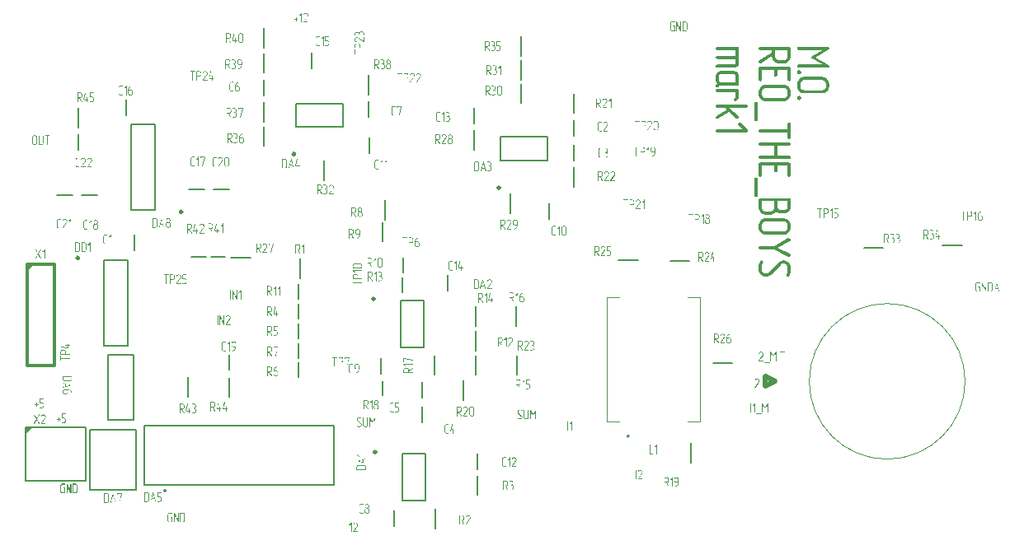
<source format=gto>
G04*
G04 #@! TF.GenerationSoftware,Altium Limited,Altium Designer,24.0.1 (36)*
G04*
G04 Layer_Color=65535*
%FSLAX44Y44*%
%MOMM*%
G71*
G04*
G04 #@! TF.SameCoordinates,4B7F4912-6191-4439-8966-39C4DA3F543A*
G04*
G04*
G04 #@! TF.FilePolarity,Positive*
G04*
G01*
G75*
%ADD10C,0.1000*%
%ADD11C,0.2000*%
%ADD12C,0.3000*%
%ADD13C,0.5000*%
%ADD14C,0.1270*%
G36*
X789603Y503965D02*
X789881Y503931D01*
X790159Y503792D01*
X790437Y503618D01*
X790714Y503340D01*
X790888Y502924D01*
X790957Y502681D01*
Y494104D01*
X790923Y493896D01*
X790888Y493618D01*
X790853Y493306D01*
X790784Y492993D01*
X790680Y492611D01*
X790437Y491813D01*
X790263Y491361D01*
X790055Y490945D01*
X789812Y490493D01*
X789499Y490042D01*
X789187Y489625D01*
X788805Y489208D01*
X788770Y489174D01*
X788700Y489104D01*
X788596Y489000D01*
X788423Y488861D01*
X788214Y488688D01*
X787971Y488514D01*
X787693Y488306D01*
X787346Y488097D01*
X786999Y487924D01*
X786582Y487715D01*
X785714Y487368D01*
X785228Y487229D01*
X784707Y487125D01*
X784187Y487056D01*
X783631Y487021D01*
X779082D01*
X779048D01*
X778944D01*
X778805D01*
X778562Y487056D01*
X778319Y487090D01*
X778006Y487125D01*
X777659Y487195D01*
X777312Y487299D01*
X776478Y487542D01*
X776062Y487715D01*
X775610Y487958D01*
X775194Y488202D01*
X774742Y488479D01*
X774326Y488827D01*
X773909Y489208D01*
X773874Y489243D01*
X773805Y489313D01*
X773701Y489417D01*
X773596Y489590D01*
X773423Y489799D01*
X773249Y490042D01*
X773041Y490354D01*
X772867Y490667D01*
X772659Y491014D01*
X772451Y491431D01*
X772138Y492299D01*
X771999Y492785D01*
X771895Y493306D01*
X771826Y493861D01*
X771791Y494417D01*
Y494208D01*
X760368Y487195D01*
X760333Y487160D01*
X760159Y487090D01*
X759951Y487056D01*
X759638Y487021D01*
X759604D01*
X759534D01*
X759430Y487056D01*
X759256Y487090D01*
X759083Y487160D01*
X758909Y487264D01*
X758666Y487403D01*
X758458Y487611D01*
Y487646D01*
X758388Y487681D01*
X758354Y487785D01*
X758284Y487924D01*
X758145Y488271D01*
X758111Y488479D01*
X758076Y488722D01*
Y488792D01*
X758111Y488965D01*
X758145Y489208D01*
X758215Y489486D01*
X758250Y489556D01*
X758388Y489695D01*
X758631Y489903D01*
X758944Y490111D01*
X771791Y497611D01*
Y500736D01*
X759673D01*
X759638D01*
X759534D01*
X759395Y500771D01*
X759256Y500806D01*
X758840Y500910D01*
X758666Y501049D01*
X758493Y501188D01*
Y501222D01*
X758423Y501292D01*
X758354Y501396D01*
X758284Y501535D01*
X758145Y501917D01*
X758111Y502125D01*
X758076Y502368D01*
Y502438D01*
X758111Y502646D01*
X758145Y502785D01*
X758215Y502958D01*
X758284Y503201D01*
X758388Y503445D01*
X758423Y503479D01*
X758458Y503514D01*
X758562Y503618D01*
X758736Y503722D01*
X758909Y503826D01*
X759118Y503896D01*
X759395Y503965D01*
X759673Y504000D01*
X789360D01*
X789395D01*
X789430D01*
X789603Y503965D01*
D02*
G37*
G36*
X829096D02*
X829269D01*
X829686Y503826D01*
X829860Y503757D01*
X830068Y503618D01*
X830103Y503583D01*
X830137Y503549D01*
X830242Y503445D01*
X830346Y503306D01*
X830519Y502958D01*
X830554Y502750D01*
X830589Y502507D01*
Y502438D01*
X830554Y502229D01*
X830519Y501986D01*
X830380Y501743D01*
Y501708D01*
X830276Y501570D01*
X830172Y501500D01*
X830068Y501361D01*
X829894Y501188D01*
X829651Y501014D01*
X816665Y493271D01*
X829617Y485563D01*
X829651Y485528D01*
X829755Y485459D01*
X829929Y485320D01*
X830103Y485146D01*
X830276Y484938D01*
X830450Y484660D01*
X830554Y484382D01*
X830589Y484035D01*
Y483931D01*
X830554Y483827D01*
X830519Y483653D01*
X830450Y483479D01*
X830380Y483306D01*
X830242Y483132D01*
X830068Y482959D01*
X830033Y482924D01*
X829964Y482889D01*
X829860Y482820D01*
X829721Y482715D01*
X829339Y482577D01*
X829096Y482542D01*
X828818Y482507D01*
X799131D01*
X799096D01*
X798992D01*
X798853Y482542D01*
X798714Y482577D01*
X798298Y482681D01*
X798124Y482820D01*
X797950Y482959D01*
Y482993D01*
X797881Y483063D01*
X797812Y483167D01*
X797742Y483306D01*
X797603Y483688D01*
X797568Y483896D01*
X797534Y484139D01*
Y484209D01*
X797568Y484382D01*
X797673Y484729D01*
X797846Y485181D01*
X797881Y485215D01*
X797916Y485285D01*
X798020Y485354D01*
X798193Y485459D01*
X798367Y485597D01*
X798575Y485667D01*
X798853Y485736D01*
X799131Y485771D01*
X824269D01*
X813124Y491882D01*
X813089Y491917D01*
X812985Y491986D01*
X812846Y492125D01*
X812672Y492264D01*
X812499Y492472D01*
X812360Y492715D01*
X812256Y492993D01*
X812221Y493306D01*
Y493445D01*
X812290Y493583D01*
X812360Y493792D01*
X812464Y494035D01*
X812638Y494243D01*
X812881Y494486D01*
X813228Y494729D01*
X824269Y500736D01*
X799131D01*
X799096D01*
X798992D01*
X798853Y500771D01*
X798714Y500806D01*
X798298Y500910D01*
X798124Y501049D01*
X797950Y501188D01*
Y501222D01*
X797881Y501292D01*
X797812Y501396D01*
X797742Y501535D01*
X797603Y501917D01*
X797568Y502125D01*
X797534Y502368D01*
Y502438D01*
X797568Y502646D01*
X797603Y502785D01*
X797673Y502958D01*
X797742Y503201D01*
X797846Y503445D01*
X797881Y503479D01*
X797916Y503514D01*
X798020Y503618D01*
X798193Y503722D01*
X798367Y503826D01*
X798575Y503896D01*
X798853Y503965D01*
X799131Y504000D01*
X828818D01*
X828853D01*
X828957D01*
X829096Y503965D01*
D02*
G37*
G36*
X736465D02*
X736743Y503931D01*
X737020Y503792D01*
X737298Y503618D01*
X737576Y503340D01*
X737750Y502924D01*
X737819Y502681D01*
Y487333D01*
X737784Y487195D01*
X737750Y486813D01*
X737645Y486327D01*
X737472Y485736D01*
X737194Y485146D01*
X736847Y484556D01*
X736361Y483965D01*
Y483931D01*
X736291Y483896D01*
X736118Y483722D01*
X735805Y483479D01*
X735354Y483202D01*
X734833Y482959D01*
X734243Y482715D01*
X733548Y482542D01*
X733166Y482472D01*
X732785D01*
X715667D01*
X715632D01*
X715563D01*
X715424Y482507D01*
X715250Y482542D01*
X714868Y482646D01*
X714660Y482785D01*
X714486Y482924D01*
Y482959D01*
X714417Y483028D01*
X714347Y483132D01*
X714278Y483271D01*
X714139Y483653D01*
X714104Y483861D01*
X714069Y484104D01*
Y484174D01*
X714104Y484382D01*
X714139Y484521D01*
X714208Y484695D01*
X714278Y484938D01*
X714382Y485181D01*
X714417Y485215D01*
X714451Y485250D01*
X714556Y485354D01*
X714729Y485459D01*
X714903Y485563D01*
X715111Y485632D01*
X715389Y485702D01*
X715667Y485736D01*
X732785D01*
X732819D01*
X732923D01*
X733027Y485771D01*
X733201Y485806D01*
X733410Y485875D01*
X733618Y485979D01*
X733826Y486118D01*
X734035Y486292D01*
X734069Y486327D01*
X734139Y486396D01*
X734208Y486500D01*
X734312Y486639D01*
X734521Y487021D01*
X734555Y487264D01*
X734590Y487542D01*
Y491604D01*
X715667D01*
X715632D01*
X715563D01*
X715424Y491639D01*
X715250Y491674D01*
X714868Y491778D01*
X714660Y491917D01*
X714486Y492056D01*
Y492090D01*
X714417Y492160D01*
X714347Y492264D01*
X714278Y492403D01*
X714139Y492785D01*
X714104Y492993D01*
X714069Y493236D01*
Y493306D01*
X714104Y493514D01*
X714139Y493653D01*
X714208Y493826D01*
X714278Y494070D01*
X714382Y494313D01*
X714417Y494347D01*
X714451Y494382D01*
X714556Y494486D01*
X714729Y494590D01*
X714903Y494695D01*
X715111Y494764D01*
X715389Y494833D01*
X715667Y494868D01*
X734590D01*
Y500736D01*
X715667D01*
X715632D01*
X715563D01*
X715424Y500771D01*
X715250Y500806D01*
X714868Y500910D01*
X714660Y501049D01*
X714486Y501188D01*
Y501222D01*
X714417Y501292D01*
X714347Y501396D01*
X714278Y501535D01*
X714139Y501917D01*
X714104Y502125D01*
X714069Y502368D01*
Y502438D01*
X714104Y502646D01*
X714139Y502785D01*
X714208Y502958D01*
X714278Y503201D01*
X714382Y503445D01*
X714417Y503479D01*
X714451Y503514D01*
X714556Y503618D01*
X714729Y503722D01*
X714903Y503826D01*
X715111Y503896D01*
X715389Y503965D01*
X715667Y504000D01*
X736222D01*
X736257D01*
X736291D01*
X736465Y503965D01*
D02*
G37*
G36*
X799930Y479972D02*
X800068Y479938D01*
X800277Y479868D01*
X800485Y479799D01*
X800763Y479660D01*
X801041Y479486D01*
X801075Y479452D01*
X801180Y479382D01*
X801318Y479243D01*
X801457Y479070D01*
X801596Y478827D01*
X801735Y478549D01*
X801839Y478202D01*
X801874Y477785D01*
Y477646D01*
X801839Y477507D01*
X801805Y477299D01*
X801700Y477056D01*
X801596Y476813D01*
X801423Y476570D01*
X801180Y476292D01*
X801145Y476257D01*
X801075Y476188D01*
X800936Y476084D01*
X800763Y475945D01*
X800520Y475806D01*
X800277Y475702D01*
X799999Y475632D01*
X799721Y475598D01*
X799687D01*
X799582D01*
X799443Y475632D01*
X799235Y475667D01*
X798992Y475737D01*
X798749Y475841D01*
X798506Y475979D01*
X798228Y476188D01*
X798193Y476223D01*
X798124Y476292D01*
X798020Y476431D01*
X797881Y476604D01*
X797742Y476813D01*
X797638Y477091D01*
X797568Y477403D01*
X797534Y477785D01*
Y477959D01*
X797568Y478132D01*
X797603Y478375D01*
X797673Y478618D01*
X797777Y478896D01*
X797916Y479139D01*
X798124Y479382D01*
X798159Y479417D01*
X798263Y479486D01*
X798402Y479591D01*
X798610Y479695D01*
X798818Y479799D01*
X799096Y479903D01*
X799409Y479972D01*
X799721Y480007D01*
X799756D01*
X799825D01*
X799930Y479972D01*
D02*
G37*
G36*
X789603Y483340D02*
X789881Y483306D01*
X790159Y483167D01*
X790437Y482993D01*
X790714Y482715D01*
X790888Y482299D01*
X790957Y482056D01*
Y470250D01*
X790923Y470146D01*
X790888Y469973D01*
X790818Y469799D01*
X790749Y469625D01*
X790610Y469417D01*
X790437Y469244D01*
X790402Y469209D01*
X790332Y469174D01*
X790228Y469070D01*
X790124Y468966D01*
X789777Y468792D01*
X789568Y468757D01*
X789360Y468723D01*
X789325D01*
X789256D01*
X789152Y468757D01*
X789013Y468792D01*
X788631Y468896D01*
X788457Y469035D01*
X788249Y469174D01*
X788214Y469209D01*
X788180Y469244D01*
X788075Y469348D01*
X788006Y469487D01*
X787902Y469660D01*
X787798Y469834D01*
X787763Y470077D01*
X787728Y470355D01*
Y480111D01*
X777242D01*
Y474799D01*
X777208Y474695D01*
X777173Y474556D01*
X777103Y474382D01*
X777034Y474174D01*
X776895Y474000D01*
X776721Y473792D01*
X776687Y473757D01*
X776617Y473723D01*
X776513Y473618D01*
X776409Y473514D01*
X776062Y473341D01*
X775853Y473306D01*
X775645Y473271D01*
X775610D01*
X775541D01*
X775437Y473306D01*
X775298Y473341D01*
X774916Y473445D01*
X774742Y473584D01*
X774534Y473723D01*
X774499Y473757D01*
X774464Y473792D01*
X774360Y473896D01*
X774291Y474035D01*
X774187Y474209D01*
X774083Y474382D01*
X774048Y474625D01*
X774013Y474903D01*
Y480111D01*
X761305D01*
Y470250D01*
X761270Y470146D01*
X761236Y469973D01*
X761166Y469799D01*
X761097Y469625D01*
X760958Y469417D01*
X760784Y469244D01*
X760749Y469209D01*
X760680Y469174D01*
X760576Y469070D01*
X760472Y468966D01*
X760124Y468792D01*
X759916Y468757D01*
X759708Y468723D01*
X759673D01*
X759604D01*
X759499Y468757D01*
X759361Y468792D01*
X758979Y468896D01*
X758805Y469035D01*
X758597Y469174D01*
X758562Y469209D01*
X758527Y469244D01*
X758423Y469348D01*
X758354Y469487D01*
X758250Y469660D01*
X758145Y469834D01*
X758111Y470077D01*
X758076Y470355D01*
Y481847D01*
X758111Y482021D01*
X758145Y482299D01*
X758284Y482577D01*
X758458Y482854D01*
X758736Y483132D01*
X759152Y483306D01*
X759395Y483340D01*
X759673Y483375D01*
X789360D01*
X789395D01*
X789430D01*
X789603Y483340D01*
D02*
G37*
G36*
X733097Y479070D02*
X733444Y479035D01*
X733930Y478931D01*
X734451Y478757D01*
X735041Y478514D01*
X735632Y478167D01*
X736222Y477681D01*
X736257Y477646D01*
X736291Y477611D01*
X736465Y477438D01*
X736743Y477125D01*
X737020Y476709D01*
X737298Y476188D01*
X737576Y475563D01*
X737750Y474868D01*
X737819Y474487D01*
Y466014D01*
X737784Y465841D01*
X737750Y465563D01*
X737611Y465251D01*
X737437Y464973D01*
X737159Y464695D01*
X736743Y464521D01*
X736500Y464452D01*
X736222D01*
X719104D01*
X719069D01*
X719000D01*
X718896Y464417D01*
X718722D01*
X718340Y464313D01*
X717889Y464105D01*
X717854D01*
X717819Y464070D01*
X717646Y463896D01*
X717507Y463792D01*
X717403Y463619D01*
X717264Y463445D01*
X717125Y463202D01*
Y463167D01*
X717056Y463028D01*
X716951Y462855D01*
X716813Y462646D01*
X716604Y462438D01*
X716361Y462264D01*
X716049Y462126D01*
X715667Y462091D01*
X715632D01*
X715563D01*
X715424Y462126D01*
X715250D01*
X714903Y462264D01*
X714694Y462369D01*
X714521Y462508D01*
X714486Y462542D01*
X714451Y462577D01*
X714347Y462681D01*
X714278Y462820D01*
X714174Y462994D01*
X714069Y463202D01*
X714035Y463480D01*
X714000Y463757D01*
X714069Y464139D01*
Y464174D01*
X714104Y464244D01*
X714139Y464382D01*
X714208Y464556D01*
X714451Y464973D01*
X714764Y465459D01*
X714799Y465494D01*
X714938Y465632D01*
X715042Y465702D01*
X715181Y465841D01*
X715354Y465945D01*
X715597Y466084D01*
X715528Y466153D01*
X715354Y466292D01*
X715111Y466570D01*
X714833Y466952D01*
X714556Y467438D01*
X714313Y468028D01*
X714139Y468723D01*
X714104Y469105D01*
X714069Y469521D01*
Y474278D01*
X714104Y474417D01*
X714139Y474799D01*
X714243Y475320D01*
X714417Y475875D01*
X714694Y476466D01*
X715042Y477056D01*
X715528Y477646D01*
X715597Y477716D01*
X715806Y477889D01*
X716118Y478097D01*
X716535Y478375D01*
X717056Y478653D01*
X717646Y478861D01*
X718340Y479035D01*
X719104Y479104D01*
X732785D01*
X732819D01*
X732854D01*
X732958D01*
X733097Y479070D01*
D02*
G37*
G36*
X823575Y473098D02*
X823818Y473063D01*
X824131Y473028D01*
X824443Y472959D01*
X824825Y472855D01*
X825624Y472612D01*
X826040Y472438D01*
X826457Y472230D01*
X826908Y471987D01*
X827360Y471709D01*
X827776Y471396D01*
X828193Y471014D01*
X828228Y470980D01*
X828297Y470910D01*
X828401Y470806D01*
X828540Y470632D01*
X828714Y470424D01*
X828887Y470181D01*
X829096Y469903D01*
X829304Y469556D01*
X829512Y469209D01*
X829721Y468827D01*
X830068Y467924D01*
X830207Y467438D01*
X830311Y466917D01*
X830380Y466362D01*
X830415Y465806D01*
Y463237D01*
X830380Y463028D01*
X830346Y462751D01*
X830311Y462438D01*
X830242Y462126D01*
X830137Y461744D01*
X829894Y460945D01*
X829721Y460494D01*
X829512Y460077D01*
X829269Y459626D01*
X828957Y459174D01*
X828644Y458758D01*
X828262Y458341D01*
X828228Y458306D01*
X828158Y458237D01*
X828054Y458133D01*
X827881Y457994D01*
X827672Y457820D01*
X827429Y457646D01*
X827151Y457438D01*
X826804Y457230D01*
X826457Y457056D01*
X826040Y456848D01*
X825172Y456501D01*
X824686Y456362D01*
X824165Y456258D01*
X823644Y456188D01*
X823089Y456153D01*
X804860D01*
X804825D01*
X804721D01*
X804582D01*
X804339Y456188D01*
X804096Y456223D01*
X803784Y456258D01*
X803436Y456327D01*
X803089Y456431D01*
X802256Y456674D01*
X801839Y456848D01*
X801388Y457056D01*
X800971Y457299D01*
X800520Y457612D01*
X800103Y457924D01*
X799687Y458306D01*
X799652Y458341D01*
X799582Y458410D01*
X799478Y458514D01*
X799339Y458688D01*
X799200Y458896D01*
X798992Y459139D01*
X798818Y459452D01*
X798610Y459764D01*
X798402Y460112D01*
X798228Y460528D01*
X797881Y461396D01*
X797742Y461883D01*
X797638Y462403D01*
X797568Y462959D01*
X797534Y463514D01*
Y466084D01*
X797568Y466292D01*
X797603Y466535D01*
X797638Y466813D01*
X797707Y467160D01*
X797812Y467507D01*
X798055Y468306D01*
X798228Y468723D01*
X798437Y469174D01*
X798680Y469591D01*
X798957Y470042D01*
X799270Y470494D01*
X799652Y470910D01*
X799687Y470945D01*
X799756Y471014D01*
X799860Y471119D01*
X800034Y471257D01*
X800242Y471431D01*
X800485Y471605D01*
X800763Y471813D01*
X801110Y472021D01*
X801457Y472230D01*
X801839Y472438D01*
X802742Y472785D01*
X803228Y472924D01*
X803749Y473028D01*
X804305Y473098D01*
X804860Y473132D01*
X823089D01*
X823124D01*
X823228D01*
X823367D01*
X823575Y473098D01*
D02*
G37*
G36*
X799930Y453653D02*
X800068Y453619D01*
X800277Y453549D01*
X800485Y453480D01*
X800763Y453341D01*
X801041Y453167D01*
X801075Y453133D01*
X801180Y453063D01*
X801318Y452924D01*
X801457Y452751D01*
X801596Y452508D01*
X801735Y452230D01*
X801839Y451883D01*
X801874Y451466D01*
Y451327D01*
X801839Y451188D01*
X801805Y450980D01*
X801700Y450737D01*
X801596Y450494D01*
X801423Y450251D01*
X801180Y449973D01*
X801145Y449938D01*
X801075Y449869D01*
X800936Y449765D01*
X800763Y449626D01*
X800520Y449487D01*
X800277Y449383D01*
X799999Y449313D01*
X799721Y449278D01*
X799687D01*
X799582D01*
X799443Y449313D01*
X799235Y449348D01*
X798992Y449417D01*
X798749Y449521D01*
X798506Y449660D01*
X798228Y449869D01*
X798193Y449903D01*
X798124Y449973D01*
X798020Y450112D01*
X797881Y450285D01*
X797742Y450494D01*
X797638Y450771D01*
X797568Y451084D01*
X797534Y451466D01*
Y451640D01*
X797568Y451813D01*
X797603Y452056D01*
X797673Y452299D01*
X797777Y452577D01*
X797916Y452820D01*
X798124Y453063D01*
X798159Y453098D01*
X798263Y453167D01*
X798402Y453271D01*
X798610Y453376D01*
X798818Y453480D01*
X799096Y453584D01*
X799409Y453653D01*
X799721Y453688D01*
X799756D01*
X799825D01*
X799930Y453653D01*
D02*
G37*
G36*
X736465Y460528D02*
X736743Y460494D01*
X737020Y460355D01*
X737298Y460181D01*
X737576Y459903D01*
X737750Y459487D01*
X737819Y459244D01*
Y452959D01*
X737784Y452646D01*
X737715Y452230D01*
X737576Y451778D01*
X737402Y451258D01*
X737159Y450737D01*
X736847Y450216D01*
X736812Y450146D01*
X736673Y450008D01*
X736465Y449765D01*
X736187Y449487D01*
X735805Y449174D01*
X735354Y448862D01*
X734868Y448584D01*
X734277Y448341D01*
X733826Y448237D01*
X733791D01*
X733722D01*
X733583Y448271D01*
X733444Y448306D01*
X733271Y448376D01*
X733062Y448480D01*
X732854Y448619D01*
X732646Y448792D01*
Y448827D01*
X732576Y448862D01*
X732507Y448966D01*
X732437Y449105D01*
X732298Y449487D01*
X732264Y449695D01*
X732229Y449938D01*
Y449973D01*
X732264Y450077D01*
X732298Y450251D01*
X732368Y450424D01*
X732472Y450667D01*
X732680Y450910D01*
X732923Y451188D01*
X733271Y451431D01*
X733305D01*
X733375Y451466D01*
X733479Y451501D01*
X733618Y451570D01*
X733930Y451813D01*
X734069Y451952D01*
X734208Y452160D01*
X734243Y452195D01*
X734277Y452265D01*
X734347Y452369D01*
X734416Y452473D01*
X734521Y452820D01*
X734590Y453028D01*
Y457299D01*
X715667D01*
X715632D01*
X715563D01*
X715424Y457334D01*
X715250Y457369D01*
X714868Y457473D01*
X714660Y457612D01*
X714486Y457751D01*
Y457785D01*
X714417Y457855D01*
X714347Y457959D01*
X714278Y458098D01*
X714139Y458480D01*
X714104Y458688D01*
X714069Y458931D01*
Y459001D01*
X714104Y459209D01*
X714139Y459348D01*
X714208Y459521D01*
X714278Y459764D01*
X714382Y460008D01*
X714417Y460042D01*
X714451Y460077D01*
X714556Y460181D01*
X714729Y460285D01*
X714903Y460389D01*
X715111Y460459D01*
X715389Y460528D01*
X715667Y460563D01*
X736222D01*
X736257D01*
X736291D01*
X736465Y460528D01*
D02*
G37*
G36*
X784117Y465077D02*
X784360Y465042D01*
X784673Y465007D01*
X784985Y464938D01*
X785367Y464834D01*
X786166Y464591D01*
X786582Y464417D01*
X786999Y464209D01*
X787450Y463966D01*
X787902Y463688D01*
X788318Y463376D01*
X788735Y462994D01*
X788770Y462959D01*
X788839Y462889D01*
X788943Y462785D01*
X789082Y462612D01*
X789256Y462403D01*
X789430Y462160D01*
X789638Y461883D01*
X789846Y461535D01*
X790055Y461188D01*
X790263Y460806D01*
X790610Y459903D01*
X790749Y459417D01*
X790853Y458896D01*
X790923Y458341D01*
X790957Y457785D01*
Y455216D01*
X790923Y455008D01*
X790888Y454730D01*
X790853Y454417D01*
X790784Y454105D01*
X790680Y453723D01*
X790437Y452924D01*
X790263Y452473D01*
X790055Y452056D01*
X789812Y451605D01*
X789499Y451153D01*
X789187Y450737D01*
X788805Y450320D01*
X788770Y450285D01*
X788700Y450216D01*
X788596Y450112D01*
X788423Y449973D01*
X788214Y449799D01*
X787971Y449626D01*
X787693Y449417D01*
X787346Y449209D01*
X786999Y449035D01*
X786582Y448827D01*
X785714Y448480D01*
X785228Y448341D01*
X784707Y448237D01*
X784187Y448167D01*
X783631Y448133D01*
X765402D01*
X765367D01*
X765263D01*
X765124D01*
X764881Y448167D01*
X764638Y448202D01*
X764326Y448237D01*
X763979Y448306D01*
X763631Y448410D01*
X762798Y448653D01*
X762381Y448827D01*
X761930Y449035D01*
X761513Y449278D01*
X761062Y449591D01*
X760645Y449903D01*
X760229Y450285D01*
X760194Y450320D01*
X760124Y450390D01*
X760020Y450494D01*
X759881Y450667D01*
X759743Y450876D01*
X759534Y451119D01*
X759361Y451431D01*
X759152Y451744D01*
X758944Y452091D01*
X758770Y452508D01*
X758423Y453376D01*
X758284Y453862D01*
X758180Y454383D01*
X758111Y454938D01*
X758076Y455494D01*
Y458063D01*
X758111Y458271D01*
X758145Y458514D01*
X758180Y458792D01*
X758250Y459139D01*
X758354Y459487D01*
X758597Y460285D01*
X758770Y460702D01*
X758979Y461153D01*
X759222Y461570D01*
X759499Y462021D01*
X759812Y462473D01*
X760194Y462889D01*
X760229Y462924D01*
X760298Y462994D01*
X760402Y463098D01*
X760576Y463237D01*
X760784Y463410D01*
X761027Y463584D01*
X761305Y463792D01*
X761652Y464001D01*
X761999Y464209D01*
X762381Y464417D01*
X763284Y464764D01*
X763770Y464903D01*
X764291Y465007D01*
X764847Y465077D01*
X765402Y465112D01*
X783631D01*
X783666D01*
X783770D01*
X783909D01*
X784117Y465077D01*
D02*
G37*
G36*
X745562Y444487D02*
X745666Y444452D01*
X746013Y444313D01*
X746187Y444209D01*
X746395Y444070D01*
X746430Y444035D01*
X746500Y443966D01*
X746569Y443862D01*
X746673Y443723D01*
X746881Y443376D01*
X746916Y443133D01*
X746951Y442890D01*
Y442785D01*
X746916Y442681D01*
X746881Y442542D01*
X746777Y442195D01*
X746638Y442022D01*
X746500Y441813D01*
X746465Y441778D01*
X746430Y441709D01*
X746326Y441640D01*
X746187Y441535D01*
X745840Y441327D01*
X745597Y441292D01*
X745354Y441258D01*
X727021D01*
X737264Y432716D01*
X737298Y432681D01*
X737368Y432612D01*
X737437Y432508D01*
X737576Y432334D01*
X737750Y431952D01*
X737819Y431709D01*
X737854Y431466D01*
Y431362D01*
X737819Y431258D01*
X737784Y431119D01*
X737645Y430737D01*
X737541Y430563D01*
X737368Y430355D01*
X737333Y430320D01*
X737298Y430286D01*
X737194Y430182D01*
X737055Y430077D01*
X736673Y429904D01*
X736465Y429869D01*
X736222Y429834D01*
X736187D01*
X736118D01*
X736014Y429869D01*
X735840D01*
X735493Y430008D01*
X735319Y430112D01*
X735146Y430251D01*
X727542Y437195D01*
X716465Y430112D01*
X715701Y429869D01*
X715667D01*
X715597D01*
X715458Y429904D01*
X715285Y429938D01*
X715111Y430008D01*
X714903Y430112D01*
X714660Y430251D01*
X714451Y430424D01*
Y430459D01*
X714382Y430494D01*
X714347Y430598D01*
X714278Y430737D01*
X714139Y431084D01*
X714104Y431293D01*
X714069Y431536D01*
Y431605D01*
X714104Y431813D01*
X714139Y432056D01*
X714208Y432299D01*
X714243Y432334D01*
X714347Y432473D01*
X714556Y432681D01*
X714868Y432924D01*
X725354Y439348D01*
X722924Y441258D01*
X715667D01*
X715632D01*
X715528D01*
X715389Y441292D01*
X715250Y441327D01*
X714833Y441431D01*
X714660Y441570D01*
X714486Y441709D01*
Y441744D01*
X714417Y441813D01*
X714347Y441917D01*
X714278Y442056D01*
X714139Y442438D01*
X714104Y442647D01*
X714069Y442890D01*
Y442959D01*
X714104Y443167D01*
X714139Y443306D01*
X714208Y443480D01*
X714278Y443723D01*
X714382Y443966D01*
X714417Y444001D01*
X714451Y444035D01*
X714556Y444140D01*
X714729Y444244D01*
X714903Y444348D01*
X715111Y444417D01*
X715389Y444487D01*
X715667Y444522D01*
X745354D01*
X745388D01*
X745458D01*
X745562Y444487D01*
D02*
G37*
G36*
X756756Y427577D02*
X753527D01*
Y446778D01*
X756756D01*
Y427577D01*
D02*
G37*
G36*
X738652Y426189D02*
X738757Y426154D01*
X738930Y426119D01*
X739104Y426050D01*
X739312Y425945D01*
X739590Y425807D01*
X746500Y418932D01*
X746534Y418897D01*
X746569Y418862D01*
X746638Y418758D01*
X746743Y418619D01*
X746881Y418272D01*
X746916Y418064D01*
X746951Y417821D01*
Y417716D01*
X746916Y417577D01*
X746881Y417439D01*
X746777Y417057D01*
X746638Y416848D01*
X746500Y416675D01*
X746465Y416640D01*
X746430Y416605D01*
X746326Y416501D01*
X746222Y416397D01*
X745840Y416223D01*
X745632Y416189D01*
X745388Y416154D01*
X715667D01*
X715632D01*
X715528D01*
X715389Y416189D01*
X715250Y416223D01*
X714833Y416328D01*
X714660Y416466D01*
X714486Y416605D01*
Y416640D01*
X714417Y416709D01*
X714347Y416814D01*
X714278Y416953D01*
X714139Y417334D01*
X714104Y417543D01*
X714069Y417786D01*
Y417855D01*
X714104Y418064D01*
X714139Y418202D01*
X714208Y418376D01*
X714278Y418619D01*
X714382Y418862D01*
X714417Y418897D01*
X714451Y418932D01*
X714556Y419036D01*
X714729Y419140D01*
X714903Y419244D01*
X715111Y419314D01*
X715389Y419383D01*
X715667Y419418D01*
X742125D01*
X737368Y423480D01*
X737333Y423515D01*
X737298Y423550D01*
X737229Y423654D01*
X737125Y423793D01*
X736951Y424140D01*
X736916Y424348D01*
X736882Y424591D01*
Y424695D01*
X736916Y424834D01*
X736951Y425008D01*
X737090Y425390D01*
X737194Y425564D01*
X737333Y425772D01*
X737368Y425807D01*
X737437Y425841D01*
X737541Y425911D01*
X737680Y425980D01*
X738027Y426154D01*
X738270Y426189D01*
X738514Y426223D01*
X738583D01*
X738652Y426189D01*
D02*
G37*
G36*
X789603D02*
X789916Y426050D01*
X790124Y425980D01*
X790332Y425841D01*
X790367Y425807D01*
X790437Y425772D01*
X790541Y425668D01*
X790645Y425529D01*
X790749Y425390D01*
X790853Y425182D01*
X790923Y424904D01*
X790957Y424626D01*
Y410772D01*
X790923Y410668D01*
X790888Y410529D01*
X790818Y410355D01*
X790749Y410147D01*
X790610Y409973D01*
X790437Y409765D01*
X790402Y409730D01*
X790332Y409696D01*
X790228Y409591D01*
X790124Y409487D01*
X789777Y409314D01*
X789568Y409279D01*
X789360Y409244D01*
X789325D01*
X789256D01*
X789152Y409279D01*
X789013Y409314D01*
X788631Y409418D01*
X788457Y409557D01*
X788249Y409696D01*
X788214Y409730D01*
X788180Y409765D01*
X788075Y409869D01*
X788006Y410008D01*
X787902Y410182D01*
X787798Y410355D01*
X787763Y410598D01*
X787728Y410876D01*
Y416119D01*
X759673D01*
X759638D01*
X759534D01*
X759395Y416154D01*
X759256Y416189D01*
X758840Y416293D01*
X758666Y416432D01*
X758493Y416571D01*
Y416605D01*
X758423Y416675D01*
X758354Y416779D01*
X758284Y416918D01*
X758145Y417300D01*
X758111Y417508D01*
X758076Y417751D01*
Y417821D01*
X758111Y418029D01*
X758145Y418168D01*
X758215Y418341D01*
X758284Y418584D01*
X758388Y418827D01*
X758423Y418862D01*
X758458Y418897D01*
X758562Y419001D01*
X758736Y419105D01*
X758909Y419209D01*
X759118Y419279D01*
X759395Y419348D01*
X759673Y419383D01*
X787728D01*
Y424730D01*
X787763Y424869D01*
X787798Y425043D01*
X787937Y425425D01*
X788041Y425633D01*
X788180Y425807D01*
X788214D01*
X788284Y425876D01*
X788388Y425945D01*
X788527Y426015D01*
X788909Y426154D01*
X789117Y426189D01*
X789360Y426223D01*
X789430D01*
X789603Y426189D01*
D02*
G37*
G36*
X789568Y405598D02*
X789673Y405564D01*
X790020Y405425D01*
X790193Y405321D01*
X790402Y405182D01*
X790437Y405147D01*
X790506Y405078D01*
X790575Y404973D01*
X790680Y404835D01*
X790888Y404487D01*
X790923Y404244D01*
X790957Y404001D01*
Y403897D01*
X790923Y403793D01*
X790888Y403654D01*
X790784Y403307D01*
X790645Y403133D01*
X790506Y402925D01*
X790471Y402890D01*
X790437Y402821D01*
X790332Y402751D01*
X790193Y402647D01*
X789846Y402439D01*
X789603Y402404D01*
X789360Y402369D01*
X777242D01*
Y391918D01*
X789360D01*
X789395D01*
X789464D01*
X789568Y391883D01*
X789673Y391849D01*
X790020Y391710D01*
X790193Y391605D01*
X790402Y391467D01*
X790437Y391432D01*
X790506Y391362D01*
X790575Y391258D01*
X790680Y391119D01*
X790888Y390772D01*
X790923Y390529D01*
X790957Y390286D01*
Y390182D01*
X790923Y390078D01*
X790888Y389939D01*
X790784Y389592D01*
X790645Y389418D01*
X790506Y389210D01*
X790471Y389175D01*
X790437Y389106D01*
X790332Y389036D01*
X790193Y388932D01*
X789846Y388724D01*
X789603Y388689D01*
X789360Y388654D01*
X759673D01*
X759638D01*
X759534D01*
X759395Y388689D01*
X759256Y388724D01*
X758840Y388828D01*
X758666Y388967D01*
X758493Y389106D01*
Y389140D01*
X758423Y389210D01*
X758354Y389314D01*
X758284Y389453D01*
X758145Y389835D01*
X758111Y390043D01*
X758076Y390286D01*
Y390356D01*
X758111Y390564D01*
X758145Y390703D01*
X758215Y390876D01*
X758284Y391119D01*
X758388Y391362D01*
X758423Y391397D01*
X758458Y391432D01*
X758562Y391536D01*
X758736Y391640D01*
X758909Y391744D01*
X759118Y391814D01*
X759395Y391883D01*
X759673Y391918D01*
X774013D01*
Y402369D01*
X759673D01*
X759638D01*
X759534D01*
X759395Y402404D01*
X759256Y402439D01*
X758840Y402543D01*
X758666Y402682D01*
X758493Y402821D01*
Y402855D01*
X758423Y402925D01*
X758354Y403029D01*
X758284Y403168D01*
X758145Y403550D01*
X758111Y403758D01*
X758076Y404001D01*
Y404071D01*
X758111Y404279D01*
X758145Y404418D01*
X758215Y404591D01*
X758284Y404835D01*
X758388Y405078D01*
X758423Y405112D01*
X758458Y405147D01*
X758562Y405251D01*
X758736Y405355D01*
X758909Y405460D01*
X759118Y405529D01*
X759395Y405598D01*
X759673Y405633D01*
X789360D01*
X789395D01*
X789464D01*
X789568Y405598D01*
D02*
G37*
G36*
X789603Y384974D02*
X789881Y384939D01*
X790159Y384800D01*
X790437Y384627D01*
X790714Y384349D01*
X790888Y383932D01*
X790957Y383689D01*
Y371884D01*
X790923Y371779D01*
X790888Y371606D01*
X790818Y371432D01*
X790749Y371259D01*
X790610Y371050D01*
X790437Y370877D01*
X790402Y370842D01*
X790332Y370807D01*
X790228Y370703D01*
X790124Y370599D01*
X789777Y370425D01*
X789568Y370391D01*
X789360Y370356D01*
X789325D01*
X789256D01*
X789152Y370391D01*
X789013Y370425D01*
X788631Y370529D01*
X788457Y370668D01*
X788249Y370807D01*
X788214Y370842D01*
X788180Y370877D01*
X788075Y370981D01*
X788006Y371120D01*
X787902Y371293D01*
X787798Y371467D01*
X787763Y371710D01*
X787728Y371988D01*
Y381745D01*
X777242D01*
Y376432D01*
X777208Y376328D01*
X777173Y376189D01*
X777103Y376016D01*
X777034Y375807D01*
X776895Y375634D01*
X776721Y375425D01*
X776687Y375391D01*
X776617Y375356D01*
X776513Y375252D01*
X776409Y375147D01*
X776062Y374974D01*
X775853Y374939D01*
X775645Y374904D01*
X775610D01*
X775541D01*
X775437Y374939D01*
X775298Y374974D01*
X774916Y375078D01*
X774742Y375217D01*
X774534Y375356D01*
X774499Y375391D01*
X774464Y375425D01*
X774360Y375529D01*
X774291Y375668D01*
X774187Y375842D01*
X774083Y376016D01*
X774048Y376259D01*
X774013Y376536D01*
Y381745D01*
X761305D01*
Y371884D01*
X761270Y371779D01*
X761236Y371606D01*
X761166Y371432D01*
X761097Y371259D01*
X760958Y371050D01*
X760784Y370877D01*
X760749Y370842D01*
X760680Y370807D01*
X760576Y370703D01*
X760472Y370599D01*
X760124Y370425D01*
X759916Y370391D01*
X759708Y370356D01*
X759673D01*
X759604D01*
X759499Y370391D01*
X759361Y370425D01*
X758979Y370529D01*
X758805Y370668D01*
X758597Y370807D01*
X758562Y370842D01*
X758527Y370877D01*
X758423Y370981D01*
X758354Y371120D01*
X758250Y371293D01*
X758145Y371467D01*
X758111Y371710D01*
X758076Y371988D01*
Y383481D01*
X758111Y383654D01*
X758145Y383932D01*
X758284Y384210D01*
X758458Y384488D01*
X758736Y384765D01*
X759152Y384939D01*
X759395Y384974D01*
X759673Y385008D01*
X789360D01*
X789395D01*
X789430D01*
X789603Y384974D01*
D02*
G37*
G36*
X756756Y349800D02*
X753527D01*
Y369002D01*
X756756D01*
Y349800D01*
D02*
G37*
G36*
X789603Y348412D02*
X789881Y348377D01*
X790159Y348238D01*
X790437Y348064D01*
X790714Y347787D01*
X790888Y347370D01*
X790957Y347127D01*
Y339697D01*
X790923Y339453D01*
X790888Y339210D01*
X790853Y338898D01*
X790784Y338585D01*
X790714Y338203D01*
X790471Y337439D01*
X790332Y337023D01*
X790124Y336606D01*
X789881Y336155D01*
X789638Y335773D01*
X789325Y335356D01*
X788978Y334974D01*
X788909Y334905D01*
X788770Y334766D01*
X788527Y334523D01*
X788214Y334280D01*
X787832Y333967D01*
X787381Y333655D01*
X786930Y333412D01*
X786444Y333169D01*
X785159Y332787D01*
X784360Y332648D01*
X783631D01*
X781374D01*
X781339D01*
X781305D01*
X781201D01*
X781062D01*
X780749Y332683D01*
X780332Y332717D01*
X779812Y332822D01*
X779291Y332926D01*
X778735Y333099D01*
X778214Y333342D01*
X778145Y333377D01*
X777971Y333447D01*
X777728Y333620D01*
X777416Y333829D01*
X777103Y334106D01*
X776721Y334419D01*
X776409Y334801D01*
X776096Y335217D01*
Y335183D01*
X776062Y335148D01*
X775992Y334974D01*
X775819Y334697D01*
X775576Y334315D01*
X775263Y333933D01*
X774846Y333481D01*
X774326Y333030D01*
X773701Y332613D01*
X773666D01*
X773631Y332579D01*
X773527Y332509D01*
X773388Y332440D01*
X773041Y332266D01*
X772555Y332023D01*
X771999Y331815D01*
X771374Y331641D01*
X770680Y331502D01*
X769951Y331467D01*
X765402D01*
X765367D01*
X765263D01*
X765124D01*
X764916Y331502D01*
X764638Y331537D01*
X764361Y331572D01*
X764013Y331641D01*
X763666Y331745D01*
X762868Y332023D01*
X762416Y332197D01*
X761999Y332440D01*
X761548Y332683D01*
X761097Y332995D01*
X760680Y333342D01*
X760263Y333759D01*
X760229Y333794D01*
X760159Y333863D01*
X760055Y334002D01*
X759916Y334176D01*
X759743Y334384D01*
X759569Y334627D01*
X759361Y334940D01*
X759187Y335252D01*
X758770Y336016D01*
X758423Y336849D01*
X758284Y337335D01*
X758180Y337822D01*
X758111Y338308D01*
X758076Y338828D01*
Y346919D01*
X758111Y347092D01*
X758145Y347370D01*
X758284Y347648D01*
X758458Y347925D01*
X758736Y348203D01*
X759152Y348377D01*
X759395Y348412D01*
X759673Y348446D01*
X789360D01*
X789395D01*
X789430D01*
X789603Y348412D01*
D02*
G37*
G36*
X784117Y327822D02*
X784360Y327787D01*
X784673Y327752D01*
X784985Y327683D01*
X785367Y327579D01*
X786166Y327336D01*
X786582Y327162D01*
X786999Y326954D01*
X787450Y326711D01*
X787902Y326433D01*
X788318Y326120D01*
X788735Y325738D01*
X788770Y325704D01*
X788839Y325634D01*
X788943Y325530D01*
X789082Y325356D01*
X789256Y325148D01*
X789430Y324905D01*
X789638Y324627D01*
X789846Y324280D01*
X790055Y323933D01*
X790263Y323551D01*
X790610Y322648D01*
X790749Y322162D01*
X790853Y321641D01*
X790923Y321086D01*
X790957Y320530D01*
Y317961D01*
X790923Y317752D01*
X790888Y317474D01*
X790853Y317162D01*
X790784Y316849D01*
X790680Y316468D01*
X790437Y315669D01*
X790263Y315218D01*
X790055Y314801D01*
X789812Y314349D01*
X789499Y313898D01*
X789187Y313482D01*
X788805Y313065D01*
X788770Y313030D01*
X788700Y312961D01*
X788596Y312857D01*
X788423Y312718D01*
X788214Y312544D01*
X787971Y312370D01*
X787693Y312162D01*
X787346Y311954D01*
X786999Y311780D01*
X786582Y311572D01*
X785714Y311225D01*
X785228Y311086D01*
X784707Y310982D01*
X784187Y310912D01*
X783631Y310877D01*
X765402D01*
X765367D01*
X765263D01*
X765124D01*
X764881Y310912D01*
X764638Y310947D01*
X764326Y310982D01*
X763979Y311051D01*
X763631Y311155D01*
X762798Y311398D01*
X762381Y311572D01*
X761930Y311780D01*
X761513Y312023D01*
X761062Y312336D01*
X760645Y312648D01*
X760229Y313030D01*
X760194Y313065D01*
X760124Y313134D01*
X760020Y313238D01*
X759881Y313412D01*
X759743Y313620D01*
X759534Y313863D01*
X759361Y314176D01*
X759152Y314488D01*
X758944Y314836D01*
X758770Y315252D01*
X758423Y316120D01*
X758284Y316607D01*
X758180Y317127D01*
X758111Y317683D01*
X758076Y318238D01*
Y320808D01*
X758111Y321016D01*
X758145Y321259D01*
X758180Y321537D01*
X758250Y321884D01*
X758354Y322231D01*
X758597Y323030D01*
X758770Y323447D01*
X758979Y323898D01*
X759222Y324315D01*
X759499Y324766D01*
X759812Y325218D01*
X760194Y325634D01*
X760229Y325669D01*
X760298Y325738D01*
X760402Y325843D01*
X760576Y325981D01*
X760784Y326155D01*
X761027Y326329D01*
X761305Y326537D01*
X761652Y326745D01*
X761999Y326954D01*
X762381Y327162D01*
X763284Y327509D01*
X763770Y327648D01*
X764291Y327752D01*
X764847Y327822D01*
X765402Y327856D01*
X783631D01*
X783666D01*
X783770D01*
X783909D01*
X784117Y327822D01*
D02*
G37*
G36*
X789464Y307232D02*
X789603Y307197D01*
X789950Y307058D01*
X790159Y306954D01*
X790367Y306815D01*
X790402Y306780D01*
X790471Y306745D01*
X790541Y306641D01*
X790680Y306502D01*
X790784Y306329D01*
X790853Y306120D01*
X790923Y305877D01*
X790957Y305600D01*
Y305461D01*
X790888Y305287D01*
X790818Y305079D01*
X790680Y304836D01*
X790506Y304593D01*
X790228Y304350D01*
X789881Y304141D01*
X777416Y297648D01*
X790263Y290982D01*
X790298Y290947D01*
X790367Y290912D01*
X790471Y290808D01*
X790610Y290669D01*
X790749Y290496D01*
X790853Y290287D01*
X790923Y290010D01*
X790957Y289662D01*
Y289558D01*
X790923Y289419D01*
X790888Y289246D01*
X790749Y288864D01*
X790645Y288655D01*
X790471Y288482D01*
X790437Y288447D01*
X790402Y288412D01*
X790298Y288308D01*
X790159Y288204D01*
X789812Y288030D01*
X789603Y287996D01*
X789360Y287961D01*
X789291D01*
X789117Y287996D01*
X788839Y288065D01*
X788527Y288204D01*
X774083Y295982D01*
X759673D01*
X759638D01*
X759534D01*
X759395Y296016D01*
X759256Y296051D01*
X758840Y296155D01*
X758666Y296294D01*
X758493Y296433D01*
Y296468D01*
X758423Y296537D01*
X758354Y296641D01*
X758284Y296780D01*
X758145Y297162D01*
X758111Y297371D01*
X758076Y297614D01*
Y297683D01*
X758111Y297891D01*
X758145Y298030D01*
X758215Y298204D01*
X758284Y298447D01*
X758388Y298690D01*
X758423Y298725D01*
X758458Y298759D01*
X758562Y298864D01*
X758736Y298968D01*
X758909Y299072D01*
X759118Y299141D01*
X759395Y299211D01*
X759673Y299246D01*
X774083D01*
X788562Y307093D01*
X789291Y307266D01*
X789325D01*
X789360D01*
X789464Y307232D01*
D02*
G37*
G36*
X784117Y284385D02*
X784395Y284350D01*
X784673Y284280D01*
X785020Y284211D01*
X785402Y284142D01*
X786200Y283864D01*
X786617Y283655D01*
X787069Y283447D01*
X787520Y283169D01*
X787971Y282857D01*
X788423Y282510D01*
X788839Y282093D01*
X788874Y282058D01*
X788943Y282024D01*
X789048Y281919D01*
X789187Y281780D01*
X789325Y281572D01*
X789499Y281364D01*
X789707Y281086D01*
X789916Y280808D01*
X790089Y280461D01*
X790298Y280079D01*
X790471Y279697D01*
X790645Y279246D01*
X790749Y278760D01*
X790853Y278239D01*
X790923Y277683D01*
X790957Y277093D01*
Y273517D01*
X790923Y273274D01*
X790888Y272926D01*
X790853Y272510D01*
X790784Y272058D01*
X790645Y271538D01*
X790506Y270982D01*
Y270947D01*
X790471Y270913D01*
X790437Y270704D01*
X790332Y270427D01*
X790193Y270044D01*
X790020Y269628D01*
X789777Y269177D01*
X789534Y268690D01*
X789256Y268239D01*
X789221Y268204D01*
X789152Y268100D01*
X789048Y267961D01*
X788839Y267822D01*
X788805Y267788D01*
X788631Y267683D01*
X788388Y267579D01*
X788006Y267475D01*
X787971D01*
X787902D01*
X787763Y267510D01*
X787589Y267545D01*
X787416Y267614D01*
X787207Y267683D01*
X786999Y267822D01*
X786791Y267996D01*
X786756Y268031D01*
X786721Y268100D01*
X786617Y268204D01*
X786548Y268343D01*
X786339Y268725D01*
X786305Y268968D01*
X786270Y269246D01*
X786513Y270044D01*
Y270079D01*
X786582Y270114D01*
X786617Y270218D01*
X786721Y270322D01*
X786895Y270669D01*
X787138Y271121D01*
X787346Y271676D01*
X787555Y272301D01*
X787693Y272996D01*
X787728Y273760D01*
Y277162D01*
X787693Y277371D01*
X787659Y277718D01*
X787589Y278135D01*
X787416Y278586D01*
X787207Y279072D01*
X786930Y279558D01*
X786513Y280010D01*
X786444Y280044D01*
X786305Y280183D01*
X786027Y280357D01*
X785680Y280565D01*
X785263Y280808D01*
X784742Y280982D01*
X784187Y281121D01*
X783562Y281155D01*
X782798Y281121D01*
X782416Y281017D01*
X782069Y280912D01*
X782034D01*
X781964Y280843D01*
X781860Y280774D01*
X781687Y280669D01*
X781478Y280565D01*
X781270Y280392D01*
X780992Y280183D01*
X780714Y279940D01*
X770229Y269628D01*
X770194Y269593D01*
X770090Y269454D01*
X769916Y269315D01*
X769673Y269072D01*
X769360Y268864D01*
X769013Y268586D01*
X768562Y268343D01*
X768076Y268135D01*
X767624Y267996D01*
X766617Y267718D01*
X766062Y267614D01*
X765402D01*
X765367D01*
X765263D01*
X765124D01*
X764916Y267649D01*
X764638Y267683D01*
X764326Y267753D01*
X764013Y267822D01*
X763631Y267927D01*
X763249Y268031D01*
X762833Y268204D01*
X762381Y268378D01*
X761930Y268621D01*
X761513Y268899D01*
X761062Y269211D01*
X760611Y269593D01*
X760194Y270010D01*
X760159Y270044D01*
X760090Y270079D01*
X759986Y270183D01*
X759881Y270322D01*
X759708Y270496D01*
X759534Y270739D01*
X759326Y270982D01*
X759152Y271260D01*
X758944Y271607D01*
X758736Y271989D01*
X758562Y272371D01*
X758423Y272822D01*
X758284Y273308D01*
X758180Y273794D01*
X758111Y274350D01*
X758076Y274940D01*
Y278586D01*
X758111Y278794D01*
X758145Y279072D01*
X758180Y279385D01*
X758215Y279732D01*
X758284Y280114D01*
X758493Y280947D01*
X758805Y281885D01*
X758979Y282336D01*
X759222Y282822D01*
X759465Y283308D01*
X759777Y283760D01*
X760333Y284280D01*
X760993Y284419D01*
X761027D01*
X761097D01*
X761201Y284385D01*
X761340Y284350D01*
X761687Y284246D01*
X761895Y284142D01*
X762104Y284003D01*
X762138Y283968D01*
X762208Y283933D01*
X762277Y283829D01*
X762416Y283690D01*
X762590Y283308D01*
X762659Y283065D01*
X762694Y282822D01*
X762416Y281989D01*
Y281954D01*
X762381Y281919D01*
X762312Y281815D01*
X762243Y281676D01*
X762069Y281329D01*
X761861Y280878D01*
X761652Y280357D01*
X761479Y279732D01*
X761340Y279037D01*
X761305Y278308D01*
Y274906D01*
X761340Y274697D01*
X761374Y274385D01*
X761444Y274003D01*
X761618Y273551D01*
X761826Y273100D01*
X762104Y272614D01*
X762520Y272128D01*
X762590Y272058D01*
X762729Y271919D01*
X763006Y271746D01*
X763354Y271503D01*
X763770Y271260D01*
X764256Y271086D01*
X764777Y270947D01*
X765367Y270878D01*
X766131Y270947D01*
X766166D01*
X766201Y270982D01*
X766305Y271017D01*
X766444Y271052D01*
X766479D01*
X766583Y271086D01*
X766722Y271121D01*
X766826Y271190D01*
X766861D01*
X766965Y271225D01*
X767104Y271294D01*
X767277Y271399D01*
X767486Y271503D01*
X767763Y271676D01*
X768041Y271885D01*
X768319Y272128D01*
X778492Y282267D01*
X778527Y282301D01*
X778631Y282405D01*
X778839Y282579D01*
X779117Y282787D01*
X779430Y283030D01*
X779846Y283308D01*
X780332Y283621D01*
X780888Y283933D01*
X780957Y283968D01*
X781131Y284003D01*
X781374Y284072D01*
X781721Y284176D01*
X782138Y284280D01*
X782589Y284350D01*
X783110Y284385D01*
X783631Y284419D01*
X783666D01*
X783770D01*
X783909D01*
X784117Y284385D01*
D02*
G37*
G36*
X52655Y165193D02*
X52718Y165182D01*
X52781Y165161D01*
X52845Y165119D01*
X52908Y165055D01*
X52950Y164971D01*
X52961Y164855D01*
Y162287D01*
X52950Y162224D01*
X52940Y162150D01*
X52929Y162065D01*
X52908Y161970D01*
X52887Y161854D01*
X52813Y161621D01*
X52760Y161495D01*
X52697Y161368D01*
X52623Y161241D01*
X52549Y161114D01*
X52443Y160987D01*
X52337Y160871D01*
X52327Y160861D01*
X52306Y160839D01*
X52274Y160808D01*
X52232Y160776D01*
X52168Y160723D01*
X52094Y160670D01*
X52010Y160618D01*
X51915Y160554D01*
X51693Y160438D01*
X51439Y160332D01*
X51291Y160301D01*
X51143Y160269D01*
X50985Y160248D01*
X50827Y160237D01*
X45163D01*
X45152D01*
X45121D01*
X45078D01*
X45015Y160248D01*
X44941Y160258D01*
X44857Y160269D01*
X44751Y160290D01*
X44645Y160311D01*
X44413Y160385D01*
X44286Y160438D01*
X44159Y160501D01*
X44032Y160575D01*
X43906Y160649D01*
X43779Y160755D01*
X43663Y160861D01*
X43652Y160871D01*
X43631Y160892D01*
X43610Y160924D01*
X43567Y160966D01*
X43514Y161030D01*
X43462Y161103D01*
X43409Y161188D01*
X43356Y161283D01*
X43240Y161505D01*
X43134Y161759D01*
X43092Y161907D01*
X43071Y162055D01*
X43050Y162213D01*
X43039Y162372D01*
Y164865D01*
X43050Y164907D01*
X43060Y164960D01*
X43081Y165024D01*
X43124Y165098D01*
X43187Y165151D01*
X43271Y165193D01*
X43388Y165203D01*
X52602D01*
X52612D01*
X52655Y165193D01*
D02*
G37*
G36*
X43483Y158832D02*
X52623Y156359D01*
X52633D01*
X52676Y156338D01*
X52728Y156317D01*
X52781Y156285D01*
X52845Y156243D01*
X52887Y156180D01*
X52929Y156106D01*
X52940Y156021D01*
Y155979D01*
X52919Y155937D01*
X52898Y155873D01*
X52866Y155820D01*
X52802Y155757D01*
X52728Y155715D01*
X52623Y155672D01*
X43483Y153200D01*
X43377Y153179D01*
X43367D01*
X43356D01*
X43303Y153189D01*
X43219Y153232D01*
X43176Y153253D01*
X43134Y153295D01*
X43124Y153316D01*
X43092Y153369D01*
X43050Y153454D01*
X43039Y153549D01*
Y153570D01*
X43050Y153612D01*
X43071Y153675D01*
X43102Y153749D01*
X43113Y153760D01*
X43155Y153792D01*
X43219Y153834D01*
X43303Y153876D01*
X45871Y154573D01*
Y157458D01*
X43303Y158155D01*
X43282D01*
X43240Y158177D01*
X43176Y158208D01*
X43113Y158272D01*
X43102Y158293D01*
X43081Y158335D01*
X43050Y158409D01*
X43039Y158494D01*
Y158515D01*
X43050Y158578D01*
X43081Y158663D01*
X43134Y158747D01*
X43155Y158768D01*
X43198Y158800D01*
X43282Y158832D01*
X43388Y158853D01*
X43483Y158832D01*
D02*
G37*
G36*
X48565Y151742D02*
X48692Y151731D01*
X48840Y151710D01*
X49009Y151689D01*
X49199Y151657D01*
X49400Y151615D01*
X49622Y151573D01*
X49844Y151509D01*
X50076Y151435D01*
X50309Y151351D01*
X50541Y151245D01*
X50784Y151129D01*
X51017Y151002D01*
X51027Y150991D01*
X51080Y150960D01*
X51143Y150918D01*
X51239Y150844D01*
X51344Y150759D01*
X51471Y150664D01*
X51608Y150537D01*
X51756Y150400D01*
X51915Y150241D01*
X52073Y150072D01*
X52232Y149882D01*
X52390Y149681D01*
X52538Y149459D01*
X52676Y149216D01*
X52813Y148963D01*
X52929Y148699D01*
X52961Y148551D01*
Y148530D01*
X52950Y148466D01*
X52908Y148382D01*
X52887Y148350D01*
X52845Y148308D01*
X52824Y148297D01*
X52771Y148255D01*
X52686Y148223D01*
X52591Y148212D01*
X52570D01*
X52528Y148223D01*
X52475Y148234D01*
X52411Y148265D01*
X52401Y148276D01*
X52369Y148308D01*
X52316Y148361D01*
X52263Y148445D01*
X52211Y148582D01*
X52137Y148730D01*
X51989Y149037D01*
X51978Y149047D01*
X51957Y149079D01*
X51925Y149132D01*
X51883Y149206D01*
X51820Y149290D01*
X51756Y149375D01*
X51608Y149565D01*
X51587Y149586D01*
X51545Y149639D01*
X51460Y149724D01*
X51355Y149829D01*
X51217Y149967D01*
X51048Y150104D01*
X50858Y150252D01*
X50636Y150410D01*
X50615Y150421D01*
X50562Y150453D01*
X50478Y150505D01*
X50362Y150558D01*
X50214Y150632D01*
X50055Y150706D01*
X49875Y150780D01*
X49685Y150854D01*
X49675D01*
X49664Y150865D01*
X49633Y150875D01*
X49601Y150886D01*
X49495Y150918D01*
X49368Y150949D01*
X49210Y150981D01*
X49051Y151013D01*
X48872Y151034D01*
X48703Y151044D01*
Y148847D01*
X48692Y148783D01*
X48682Y148699D01*
X48671Y148614D01*
X48650Y148519D01*
X48629Y148403D01*
X48555Y148170D01*
X48502Y148043D01*
X48439Y147917D01*
X48365Y147790D01*
X48291Y147663D01*
X48185Y147536D01*
X48079Y147420D01*
X48069Y147409D01*
X48047Y147388D01*
X48016Y147367D01*
X47974Y147325D01*
X47910Y147272D01*
X47836Y147219D01*
X47752Y147167D01*
X47667Y147103D01*
X47445Y146997D01*
X47192Y146892D01*
X47044Y146849D01*
X46896Y146828D01*
X46737Y146807D01*
X46579Y146797D01*
X45163D01*
X45152D01*
X45121D01*
X45078D01*
X45015Y146807D01*
X44941Y146818D01*
X44846Y146828D01*
X44751Y146849D01*
X44645Y146871D01*
X44402Y146945D01*
X44275Y146997D01*
X44149Y147061D01*
X44022Y147135D01*
X43895Y147209D01*
X43768Y147314D01*
X43652Y147420D01*
X43641Y147431D01*
X43631Y147452D01*
X43599Y147483D01*
X43557Y147526D01*
X43514Y147589D01*
X43462Y147663D01*
X43398Y147748D01*
X43345Y147843D01*
X43229Y148065D01*
X43134Y148318D01*
X43092Y148456D01*
X43071Y148603D01*
X43050Y148762D01*
X43039Y148920D01*
Y149713D01*
X43050Y149766D01*
X43060Y149840D01*
X43071Y149924D01*
X43092Y150019D01*
X43113Y150125D01*
X43187Y150347D01*
X43240Y150474D01*
X43303Y150601D01*
X43367Y150727D01*
X43451Y150854D01*
X43546Y150981D01*
X43652Y151108D01*
X43663Y151118D01*
X43684Y151139D01*
X43715Y151171D01*
X43758Y151203D01*
X43821Y151256D01*
X43895Y151308D01*
X43980Y151372D01*
X44075Y151425D01*
X44286Y151552D01*
X44550Y151647D01*
X44687Y151689D01*
X44835Y151721D01*
X44994Y151742D01*
X45163Y151752D01*
X48312D01*
X48333D01*
X48375D01*
X48460D01*
X48565Y151742D01*
D02*
G37*
G36*
X162198Y24950D02*
X162282Y24919D01*
X162367Y24866D01*
X162377D01*
X162388Y24845D01*
X162430Y24802D01*
X162462Y24718D01*
X162483Y24665D01*
Y24602D01*
Y15388D01*
Y15367D01*
X162472Y15324D01*
X162430Y15240D01*
X162409Y15187D01*
X162367Y15124D01*
X162346Y15113D01*
X162293Y15081D01*
X162219Y15050D01*
X162124Y15039D01*
X161944Y15081D01*
X161807Y15240D01*
X158225Y22985D01*
Y15388D01*
Y15377D01*
Y15356D01*
X158214Y15293D01*
X158183Y15208D01*
X158119Y15124D01*
X158098Y15113D01*
X158056Y15081D01*
X157971Y15050D01*
X157866Y15039D01*
X157855D01*
X157813Y15050D01*
X157739Y15071D01*
X157686Y15092D01*
X157623Y15124D01*
X157601Y15145D01*
X157570Y15187D01*
X157538Y15272D01*
X157517Y15388D01*
Y24602D01*
Y24612D01*
Y24623D01*
X157528Y24676D01*
X157559Y24750D01*
X157623Y24834D01*
Y24845D01*
X157644Y24855D01*
X157697Y24897D01*
X157771Y24940D01*
X157813Y24961D01*
X157918D01*
X157971Y24940D01*
X158035Y24919D01*
X158056Y24908D01*
X158088Y24887D01*
X158140Y24834D01*
X158183Y24750D01*
X161775Y17004D01*
Y24602D01*
Y24612D01*
Y24623D01*
X161786Y24676D01*
X161817Y24750D01*
X161881Y24834D01*
Y24845D01*
X161902Y24855D01*
X161955Y24897D01*
X162029Y24940D01*
X162071Y24961D01*
X162145D01*
X162198Y24950D01*
D02*
G37*
G36*
X166868D02*
X166942Y24940D01*
X167027Y24929D01*
X167122Y24908D01*
X167238Y24887D01*
X167470Y24813D01*
X167597Y24760D01*
X167724Y24697D01*
X167851Y24623D01*
X167978Y24549D01*
X168104Y24443D01*
X168221Y24337D01*
X168231Y24327D01*
X168252Y24306D01*
X168284Y24274D01*
X168316Y24232D01*
X168369Y24169D01*
X168421Y24095D01*
X168474Y24010D01*
X168538Y23915D01*
X168654Y23693D01*
X168760Y23439D01*
X168791Y23291D01*
X168823Y23143D01*
X168844Y22985D01*
X168855Y22826D01*
Y17163D01*
Y17152D01*
Y17121D01*
Y17078D01*
X168844Y17015D01*
X168834Y16941D01*
X168823Y16856D01*
X168802Y16751D01*
X168781Y16645D01*
X168707Y16413D01*
X168654Y16286D01*
X168591Y16159D01*
X168517Y16032D01*
X168443Y15905D01*
X168337Y15779D01*
X168231Y15662D01*
X168221Y15652D01*
X168200Y15631D01*
X168168Y15610D01*
X168126Y15567D01*
X168062Y15515D01*
X167988Y15462D01*
X167904Y15409D01*
X167809Y15356D01*
X167587Y15240D01*
X167333Y15134D01*
X167185Y15092D01*
X167037Y15071D01*
X166879Y15050D01*
X166720Y15039D01*
X164227D01*
X164184Y15050D01*
X164132Y15060D01*
X164068Y15081D01*
X163994Y15124D01*
X163941Y15187D01*
X163899Y15272D01*
X163888Y15388D01*
Y24602D01*
Y24612D01*
X163899Y24655D01*
X163910Y24718D01*
X163931Y24781D01*
X163973Y24845D01*
X164036Y24908D01*
X164121Y24950D01*
X164237Y24961D01*
X166805D01*
X166868Y24950D01*
D02*
G37*
G36*
X155816D02*
X155900Y24908D01*
X155942Y24887D01*
X155985Y24845D01*
X155995D01*
X156006Y24824D01*
X156048Y24771D01*
X156080Y24697D01*
X156101Y24644D01*
Y24602D01*
Y24591D01*
Y24581D01*
X156090Y24528D01*
X156059Y24443D01*
X156006Y24359D01*
X155985Y24337D01*
X155942Y24306D01*
X155858Y24274D01*
X155742Y24253D01*
X153216D01*
X153174Y24242D01*
X153058Y24232D01*
X152921Y24200D01*
X152762Y24147D01*
X152593Y24073D01*
X152424Y23968D01*
X152265Y23830D01*
X152244Y23809D01*
X152202Y23756D01*
X152139Y23672D01*
X152065Y23556D01*
X151980Y23408D01*
X151917Y23239D01*
X151874Y23038D01*
X151853Y22826D01*
Y17163D01*
Y17152D01*
Y17142D01*
Y17110D01*
X151864Y17068D01*
X151874Y16962D01*
X151906Y16825D01*
X151959Y16666D01*
X152033Y16497D01*
X152139Y16328D01*
X152276Y16159D01*
X152297Y16138D01*
X152350Y16096D01*
X152445Y16032D01*
X152561Y15958D01*
X152709Y15874D01*
X152878Y15810D01*
X153069Y15768D01*
X153269Y15747D01*
X155393D01*
Y19995D01*
X154315D01*
X154241Y20005D01*
X154157Y20037D01*
X154072Y20090D01*
Y20100D01*
X154062Y20111D01*
X154030Y20164D01*
X153998Y20248D01*
X153988Y20343D01*
Y20354D01*
X153998Y20396D01*
X154019Y20460D01*
X154072Y20555D01*
Y20565D01*
X154093Y20576D01*
X154136Y20629D01*
X154220Y20682D01*
X154273Y20692D01*
X154336Y20703D01*
X155795D01*
X155858Y20682D01*
X155921Y20660D01*
X155985Y20618D01*
X156048Y20555D01*
X156090Y20460D01*
X156101Y20343D01*
Y15388D01*
Y15377D01*
Y15335D01*
X156080Y15282D01*
X156059Y15219D01*
X156017Y15145D01*
X155953Y15092D01*
X155858Y15050D01*
X155742Y15039D01*
X153185D01*
X153132Y15050D01*
X153058Y15060D01*
X152973Y15071D01*
X152878Y15092D01*
X152773Y15113D01*
X152551Y15187D01*
X152424Y15240D01*
X152297Y15303D01*
X152170Y15367D01*
X152044Y15451D01*
X151917Y15546D01*
X151790Y15652D01*
X151779Y15662D01*
X151758Y15684D01*
X151727Y15715D01*
X151695Y15758D01*
X151642Y15821D01*
X151589Y15895D01*
X151526Y15979D01*
X151473Y16075D01*
X151346Y16286D01*
X151251Y16550D01*
X151209Y16687D01*
X151177Y16835D01*
X151156Y16994D01*
X151145Y17163D01*
Y22826D01*
Y22837D01*
Y22869D01*
Y22911D01*
X151156Y22975D01*
X151166Y23048D01*
X151177Y23133D01*
X151198Y23228D01*
X151219Y23334D01*
X151293Y23566D01*
X151346Y23693D01*
X151410Y23820D01*
X151473Y23947D01*
X151558Y24073D01*
X151653Y24200D01*
X151758Y24316D01*
X151769Y24327D01*
X151790Y24348D01*
X151822Y24380D01*
X151864Y24422D01*
X151927Y24464D01*
X152001Y24517D01*
X152086Y24581D01*
X152181Y24644D01*
X152392Y24760D01*
X152656Y24866D01*
X152794Y24897D01*
X152942Y24929D01*
X153100Y24950D01*
X153269Y24961D01*
X155763D01*
X155816Y24950D01*
D02*
G37*
G36*
X350985Y519671D02*
X351059Y519660D01*
X351154Y519650D01*
X351249Y519628D01*
X351355Y519607D01*
X351598Y519533D01*
X351725Y519480D01*
X351851Y519417D01*
X351978Y519343D01*
X352105Y519269D01*
X352232Y519163D01*
X352348Y519058D01*
X352359Y519047D01*
X352369Y519026D01*
X352401Y518994D01*
X352443Y518952D01*
X352485Y518889D01*
X352538Y518815D01*
X352602Y518730D01*
X352654Y518635D01*
X352771Y518413D01*
X352866Y518160D01*
X352908Y518022D01*
X352929Y517874D01*
X352950Y517716D01*
X352961Y517557D01*
Y515761D01*
X352950Y515687D01*
X352919Y515602D01*
X352866Y515518D01*
X352855D01*
X352845Y515507D01*
X352792Y515476D01*
X352707Y515444D01*
X352612Y515434D01*
X352602D01*
X352559Y515444D01*
X352496Y515465D01*
X352401Y515518D01*
X352390D01*
X352380Y515539D01*
X352327Y515581D01*
X352274Y515666D01*
X352263Y515719D01*
X352253Y515782D01*
Y517610D01*
X352242Y517652D01*
X352232Y517769D01*
X352200Y517906D01*
X352158Y518064D01*
X352084Y518234D01*
X351989Y518403D01*
X351851Y518561D01*
X351830Y518582D01*
X351777Y518624D01*
X351693Y518688D01*
X351566Y518772D01*
X351418Y518846D01*
X351249Y518910D01*
X351048Y518952D01*
X350837Y518973D01*
X349421D01*
X349411D01*
X349400D01*
X349368D01*
X349326Y518963D01*
X349220Y518952D01*
X349083Y518920D01*
X348924Y518878D01*
X348755Y518804D01*
X348586Y518699D01*
X348428Y518561D01*
X348407Y518540D01*
X348364Y518487D01*
X348290Y518403D01*
X348217Y518276D01*
X348143Y518128D01*
X348069Y517959D01*
X348026Y517769D01*
X348005Y517547D01*
Y517177D01*
X347995Y517103D01*
X347963Y517018D01*
X347910Y516934D01*
X347900D01*
X347889Y516923D01*
X347836Y516892D01*
X347752Y516860D01*
X347657Y516849D01*
X347646D01*
X347604Y516860D01*
X347540Y516881D01*
X347445Y516934D01*
X347435D01*
X347424Y516955D01*
X347371Y516997D01*
X347318Y517082D01*
X347308Y517135D01*
X347297Y517198D01*
Y517251D01*
X347287Y517293D01*
X347276Y517409D01*
X347244Y517547D01*
X347202Y517705D01*
X347128Y517874D01*
X347033Y518043D01*
X346896Y518202D01*
X346875Y518223D01*
X346822Y518265D01*
X346737Y518339D01*
X346610Y518413D01*
X346463Y518487D01*
X346293Y518561D01*
X346093Y518603D01*
X345881Y518624D01*
X345173D01*
X345163D01*
X345142D01*
X345121D01*
X345078Y518614D01*
X344962Y518603D01*
X344825Y518572D01*
X344666Y518529D01*
X344497Y518456D01*
X344328Y518350D01*
X344170Y518212D01*
X344148Y518191D01*
X344106Y518139D01*
X344032Y518054D01*
X343958Y517927D01*
X343884Y517779D01*
X343810Y517610D01*
X343768Y517420D01*
X343747Y517198D01*
Y515761D01*
X343736Y515687D01*
X343705Y515602D01*
X343652Y515518D01*
X343641D01*
X343631Y515507D01*
X343578Y515476D01*
X343493Y515444D01*
X343398Y515434D01*
X343388D01*
X343345Y515444D01*
X343282Y515465D01*
X343187Y515518D01*
X343176D01*
X343166Y515539D01*
X343113Y515581D01*
X343060Y515666D01*
X343050Y515719D01*
X343039Y515782D01*
Y517283D01*
X343050Y517346D01*
X343060Y517430D01*
X343071Y517515D01*
X343092Y517610D01*
X343113Y517726D01*
X343187Y517959D01*
X343240Y518086D01*
X343303Y518212D01*
X343377Y518339D01*
X343451Y518466D01*
X343557Y518593D01*
X343662Y518709D01*
X343673Y518720D01*
X343694Y518741D01*
X343726Y518762D01*
X343768Y518804D01*
X343831Y518857D01*
X343905Y518910D01*
X343990Y518963D01*
X344085Y519026D01*
X344296Y519132D01*
X344561Y519237D01*
X344698Y519280D01*
X344846Y519301D01*
X345004Y519322D01*
X345173Y519333D01*
X345881D01*
X346114D01*
X346262D01*
X346399Y519280D01*
X346410D01*
X346431D01*
X346473Y519269D01*
X346515Y519258D01*
X346653Y519206D01*
X346801Y519132D01*
X346822Y519121D01*
X346864Y519100D01*
X346938Y519047D01*
X347033Y518984D01*
X347149Y518899D01*
X347276Y518804D01*
X347403Y518677D01*
X347540Y518540D01*
Y518551D01*
X347551Y518561D01*
X347583Y518624D01*
X347646Y518709D01*
X347720Y518815D01*
X347826Y518941D01*
X347963Y519079D01*
X348121Y519216D01*
X348301Y519343D01*
X348312D01*
X348322Y519354D01*
X348354Y519375D01*
X348396Y519396D01*
X348502Y519449D01*
X348639Y519512D01*
X348808Y519576D01*
X348998Y519628D01*
X349199Y519671D01*
X349421Y519681D01*
X350837D01*
X350848D01*
X350879D01*
X350922D01*
X350985Y519671D01*
D02*
G37*
G36*
X345607Y514060D02*
X345691D01*
X345797Y514039D01*
X345913Y514018D01*
X346040Y513996D01*
X346167Y513954D01*
X346177D01*
X346219Y513933D01*
X346293Y513912D01*
X346389Y513870D01*
X346494Y513817D01*
X346621Y513753D01*
X346769Y513679D01*
X346927Y513595D01*
X352253Y510066D01*
Y513658D01*
X352263Y513711D01*
X352306Y513785D01*
X352327Y513827D01*
X352369Y513870D01*
Y513880D01*
X352390Y513891D01*
X352443Y513933D01*
X352517Y513965D01*
X352570Y513986D01*
X352612D01*
X352623D01*
X352633D01*
X352686Y513975D01*
X352771Y513944D01*
X352855Y513891D01*
X352876Y513880D01*
X352908Y513827D01*
X352940Y513753D01*
X352961Y513637D01*
Y509379D01*
X352950Y509326D01*
X352919Y509242D01*
X352855Y509157D01*
X352845D01*
X352834Y509136D01*
X352771Y509104D01*
X352686Y509072D01*
X352580Y509051D01*
X352559D01*
X352528Y509062D01*
X352464Y509072D01*
X352411Y509104D01*
X346526Y512993D01*
X346251Y513141D01*
X345998Y513246D01*
X345987D01*
X345955Y513257D01*
X345902Y513278D01*
X345839Y513299D01*
X345755Y513310D01*
X345670Y513331D01*
X345480Y513341D01*
X345469D01*
X345448D01*
X345406D01*
X345364Y513331D01*
X345300Y513320D01*
X345226Y513310D01*
X345057Y513267D01*
X344867Y513193D01*
X344666Y513088D01*
X344561Y513024D01*
X344455Y512950D01*
X344360Y512855D01*
X344265Y512750D01*
X344254Y512739D01*
X344222Y512707D01*
X344191Y512654D01*
X344138Y512580D01*
X344075Y512496D01*
X344022Y512390D01*
X343958Y512274D01*
X343905Y512147D01*
X343895Y512137D01*
X343884Y512094D01*
X343863Y512020D01*
X343831Y511936D01*
X343800Y511830D01*
X343779Y511714D01*
X343768Y511587D01*
X343758Y511450D01*
Y511365D01*
X343768Y511270D01*
X343789Y511154D01*
X343821Y511017D01*
X343874Y510858D01*
X343937Y510700D01*
X344032Y510541D01*
X344043Y510520D01*
X344085Y510467D01*
X344159Y510393D01*
X344254Y510298D01*
X344381Y510192D01*
X344539Y510076D01*
X344740Y509960D01*
X344973Y509854D01*
X344994Y509844D01*
X345036Y509823D01*
X345089Y509791D01*
X345142Y509738D01*
X345152Y509728D01*
X345163Y509685D01*
X345184Y509622D01*
X345205Y509537D01*
Y509516D01*
X345195Y509453D01*
X345163Y509368D01*
X345110Y509273D01*
X345089Y509252D01*
X345047Y509220D01*
X344962Y509189D01*
X344856Y509168D01*
X344730Y509189D01*
X344719D01*
X344687Y509199D01*
X344645Y509220D01*
X344592Y509242D01*
X344518Y509273D01*
X344434Y509315D01*
X344244Y509421D01*
X344032Y509548D01*
X343810Y509706D01*
X343610Y509897D01*
X343430Y510119D01*
Y510129D01*
X343409Y510140D01*
X343398Y510171D01*
X343367Y510214D01*
X343335Y510266D01*
X343303Y510330D01*
X343229Y510488D01*
X343166Y510679D01*
X343102Y510900D01*
X343060Y511154D01*
X343039Y511418D01*
Y511513D01*
X343050Y511587D01*
X343060Y511682D01*
X343071Y511777D01*
X343092Y511894D01*
X343124Y512020D01*
X343208Y512306D01*
X343261Y512454D01*
X343335Y512612D01*
X343409Y512760D01*
X343504Y512919D01*
X343610Y513077D01*
X343736Y513225D01*
X343747Y513236D01*
X343768Y513257D01*
X343810Y513299D01*
X343863Y513362D01*
X343937Y513426D01*
X344022Y513489D01*
X344117Y513574D01*
X344222Y513648D01*
X344349Y513722D01*
X344487Y513806D01*
X344624Y513870D01*
X344782Y513944D01*
X344941Y513996D01*
X345110Y514039D01*
X345290Y514060D01*
X345480Y514070D01*
X345490D01*
X345543D01*
X345607Y514060D01*
D02*
G37*
G36*
X346748Y507646D02*
X346822Y507635D01*
X346906Y507625D01*
X347107Y507583D01*
X347340Y507509D01*
X347466Y507456D01*
X347593Y507392D01*
X347720Y507318D01*
X347847Y507244D01*
X347974Y507139D01*
X348090Y507033D01*
X348100Y507023D01*
X348111Y507001D01*
X348143Y506970D01*
X348185Y506927D01*
X348227Y506864D01*
X348280Y506790D01*
X348343Y506706D01*
X348396Y506610D01*
X348512Y506389D01*
X348607Y506135D01*
X348650Y505987D01*
X348671Y505839D01*
X348692Y505681D01*
X348703Y505522D01*
Y503398D01*
X352612D01*
X352623D01*
X352644D01*
X352707Y503388D01*
X352802Y503356D01*
X352887Y503293D01*
X352897Y503271D01*
X352919Y503229D01*
X352950Y503145D01*
X352961Y503039D01*
Y503028D01*
X352950Y502986D01*
X352929Y502912D01*
X352908Y502859D01*
X352887Y502796D01*
X352866Y502775D01*
X352823Y502743D01*
X352739Y502711D01*
X352612Y502690D01*
X343409D01*
X343398D01*
X343356Y502701D01*
X343293Y502711D01*
X343229Y502733D01*
X343166Y502775D01*
X343102Y502838D01*
X343060Y502923D01*
X343050Y503039D01*
Y505607D01*
X343060Y505670D01*
X343071Y505744D01*
X343081Y505839D01*
X343102Y505934D01*
X343124Y506040D01*
X343198Y506283D01*
X343250Y506410D01*
X343314Y506537D01*
X343388Y506663D01*
X343462Y506790D01*
X343567Y506917D01*
X343673Y507044D01*
X343684Y507054D01*
X343726Y507097D01*
X343789Y507149D01*
X343863Y507213D01*
X343969Y507297D01*
X344085Y507371D01*
X344212Y507445D01*
X344349Y507509D01*
X344730Y507614D01*
X344952Y507657D01*
X345173D01*
X346600D01*
X346610D01*
X346642D01*
X346684D01*
X346748Y507646D01*
D02*
G37*
G36*
X343472Y501274D02*
X343557Y501243D01*
X343641Y501190D01*
X343662Y501169D01*
X343694Y501127D01*
X343726Y501042D01*
X343747Y500926D01*
Y499151D01*
X352612D01*
X352623D01*
X352644D01*
X352707Y499140D01*
X352802Y499108D01*
X352887Y499045D01*
X352897Y499024D01*
X352919Y498982D01*
X352950Y498897D01*
X352961Y498791D01*
Y498781D01*
X352950Y498739D01*
X352929Y498665D01*
X352908Y498612D01*
X352887Y498548D01*
X352866Y498527D01*
X352823Y498495D01*
X352739Y498464D01*
X352612Y498443D01*
X343747D01*
Y496646D01*
X343736Y496572D01*
X343705Y496488D01*
X343652Y496403D01*
X343641D01*
X343631Y496393D01*
X343578Y496361D01*
X343493Y496329D01*
X343398Y496319D01*
X343388D01*
X343345Y496329D01*
X343282Y496351D01*
X343187Y496403D01*
X343176D01*
X343166Y496424D01*
X343113Y496467D01*
X343060Y496551D01*
X343050Y496604D01*
X343039Y496668D01*
Y500947D01*
X343050Y501000D01*
X343092Y501084D01*
X343113Y501127D01*
X343155Y501169D01*
Y501179D01*
X343176Y501190D01*
X343229Y501232D01*
X343303Y501264D01*
X343356Y501285D01*
X343398D01*
X343409D01*
X343419D01*
X343472Y501274D01*
D02*
G37*
G36*
X756499Y162950D02*
X756594Y162940D01*
X756689Y162929D01*
X756805Y162908D01*
X756932Y162876D01*
X757217Y162792D01*
X757365Y162739D01*
X757524Y162665D01*
X757672Y162591D01*
X757830Y162496D01*
X757989Y162390D01*
X758137Y162264D01*
X758147Y162253D01*
X758168Y162232D01*
X758211Y162190D01*
X758274Y162137D01*
X758337Y162063D01*
X758401Y161978D01*
X758485Y161883D01*
X758559Y161777D01*
X758633Y161651D01*
X758718Y161513D01*
X758781Y161376D01*
X758855Y161217D01*
X758908Y161059D01*
X758950Y160890D01*
X758971Y160710D01*
X758982Y160520D01*
Y160509D01*
Y160457D01*
X758971Y160393D01*
Y160309D01*
X758950Y160203D01*
X758929Y160087D01*
X758908Y159960D01*
X758866Y159833D01*
Y159823D01*
X758845Y159780D01*
X758824Y159706D01*
X758781Y159611D01*
X758728Y159506D01*
X758665Y159379D01*
X758591Y159231D01*
X758507Y159073D01*
X754977Y153747D01*
X758570D01*
X758623Y153736D01*
X758697Y153694D01*
X758739Y153673D01*
X758781Y153631D01*
X758792D01*
X758802Y153610D01*
X758845Y153557D01*
X758876Y153483D01*
X758897Y153430D01*
Y153388D01*
Y153377D01*
Y153367D01*
X758887Y153314D01*
X758855Y153229D01*
X758802Y153145D01*
X758792Y153124D01*
X758739Y153092D01*
X758665Y153060D01*
X758549Y153039D01*
X754291D01*
X754238Y153050D01*
X754153Y153081D01*
X754069Y153145D01*
Y153155D01*
X754047Y153166D01*
X754016Y153229D01*
X753984Y153314D01*
X753963Y153420D01*
Y153441D01*
X753974Y153472D01*
X753984Y153536D01*
X754016Y153588D01*
X757904Y159474D01*
X758052Y159749D01*
X758158Y160002D01*
Y160013D01*
X758168Y160045D01*
X758190Y160097D01*
X758211Y160161D01*
X758221Y160245D01*
X758242Y160330D01*
X758253Y160520D01*
Y160531D01*
Y160552D01*
Y160594D01*
X758242Y160636D01*
X758232Y160700D01*
X758221Y160774D01*
X758179Y160943D01*
X758105Y161133D01*
X757999Y161334D01*
X757936Y161439D01*
X757862Y161545D01*
X757767Y161640D01*
X757661Y161735D01*
X757651Y161746D01*
X757619Y161777D01*
X757566Y161809D01*
X757492Y161862D01*
X757408Y161925D01*
X757302Y161978D01*
X757186Y162042D01*
X757059Y162094D01*
X757048Y162105D01*
X757006Y162116D01*
X756932Y162137D01*
X756848Y162168D01*
X756742Y162200D01*
X756626Y162221D01*
X756499Y162232D01*
X756362Y162242D01*
X756277D01*
X756182Y162232D01*
X756066Y162211D01*
X755928Y162179D01*
X755770Y162126D01*
X755611Y162063D01*
X755453Y161968D01*
X755432Y161957D01*
X755379Y161915D01*
X755305Y161841D01*
X755210Y161746D01*
X755104Y161619D01*
X754988Y161460D01*
X754872Y161260D01*
X754766Y161027D01*
X754755Y161006D01*
X754734Y160964D01*
X754703Y160911D01*
X754650Y160858D01*
X754639Y160848D01*
X754597Y160837D01*
X754534Y160816D01*
X754449Y160795D01*
X754428D01*
X754364Y160805D01*
X754280Y160837D01*
X754185Y160890D01*
X754164Y160911D01*
X754132Y160953D01*
X754100Y161038D01*
X754079Y161143D01*
X754100Y161270D01*
Y161281D01*
X754111Y161313D01*
X754132Y161355D01*
X754153Y161408D01*
X754185Y161482D01*
X754227Y161566D01*
X754333Y161756D01*
X754460Y161968D01*
X754618Y162190D01*
X754808Y162390D01*
X755030Y162570D01*
X755041D01*
X755051Y162591D01*
X755083Y162602D01*
X755125Y162633D01*
X755178Y162665D01*
X755241Y162697D01*
X755400Y162771D01*
X755590Y162834D01*
X755812Y162897D01*
X756066Y162940D01*
X756330Y162961D01*
X756425D01*
X756499Y162950D01*
D02*
G37*
G36*
X749441D02*
X749525Y162919D01*
X749610Y162866D01*
X749620D01*
X749631Y162845D01*
X749673Y162802D01*
X749705Y162718D01*
X749726Y162665D01*
Y162602D01*
Y153747D01*
X752220D01*
X752272Y153736D01*
X752357Y153694D01*
X752399Y153673D01*
X752441Y153631D01*
X752452D01*
X752463Y153610D01*
X752505Y153557D01*
X752536Y153483D01*
X752558Y153430D01*
Y153388D01*
Y153377D01*
Y153367D01*
X752547Y153314D01*
X752515Y153229D01*
X752463Y153145D01*
X752441Y153124D01*
X752399Y153092D01*
X752315Y153060D01*
X752198Y153039D01*
X749356D01*
X749314Y153050D01*
X749261Y153060D01*
X749198Y153081D01*
X749124Y153124D01*
X749071Y153187D01*
X749028Y153272D01*
X749018Y153388D01*
Y162602D01*
Y162612D01*
Y162623D01*
X749028Y162676D01*
X749060Y162750D01*
X749124Y162834D01*
Y162845D01*
X749145Y162855D01*
X749198Y162897D01*
X749271Y162940D01*
X749314Y162961D01*
X749388D01*
X749441Y162950D01*
D02*
G37*
G36*
X16805Y138181D02*
X16889Y138149D01*
X16974Y138096D01*
X16984D01*
X16995Y138075D01*
X17037Y138033D01*
X17069Y137948D01*
X17090Y137895D01*
Y137832D01*
Y136416D01*
X18527D01*
X18580Y136406D01*
X18665Y136363D01*
X18707Y136342D01*
X18749Y136300D01*
X18760D01*
X18770Y136279D01*
X18813Y136226D01*
X18844Y136152D01*
X18865Y136099D01*
Y136057D01*
Y136046D01*
Y136036D01*
X18855Y135983D01*
X18823Y135899D01*
X18770Y135814D01*
X18749Y135793D01*
X18707Y135761D01*
X18622Y135729D01*
X18506Y135708D01*
X17090D01*
Y134292D01*
Y134282D01*
Y134261D01*
X17080Y134197D01*
X17048Y134113D01*
X16984Y134028D01*
X16963Y134018D01*
X16921Y133986D01*
X16837Y133954D01*
X16731Y133944D01*
X16720D01*
X16678Y133954D01*
X16604Y133975D01*
X16551Y133996D01*
X16488Y134028D01*
X16467Y134049D01*
X16435Y134092D01*
X16403Y134176D01*
X16382Y134292D01*
Y135708D01*
X14935D01*
X14861Y135719D01*
X14776Y135751D01*
X14692Y135803D01*
Y135814D01*
X14681Y135824D01*
X14649Y135877D01*
X14618Y135962D01*
X14607Y136057D01*
Y136067D01*
X14618Y136110D01*
X14639Y136173D01*
X14692Y136268D01*
Y136279D01*
X14713Y136289D01*
X14755Y136342D01*
X14840Y136395D01*
X14892Y136406D01*
X14956Y136416D01*
X16382D01*
Y137832D01*
Y137843D01*
Y137853D01*
X16393Y137906D01*
X16424Y137980D01*
X16488Y138065D01*
Y138075D01*
X16509Y138086D01*
X16562Y138128D01*
X16636Y138170D01*
X16678Y138191D01*
X16752D01*
X16805Y138181D01*
D02*
G37*
G36*
X23842Y142439D02*
X23927Y142397D01*
X23969Y142376D01*
X24011Y142333D01*
X24022D01*
X24032Y142312D01*
X24075Y142260D01*
X24106Y142185D01*
X24127Y142133D01*
Y142090D01*
Y142080D01*
Y142069D01*
X24117Y142016D01*
X24085Y141932D01*
X24032Y141847D01*
X24011Y141826D01*
X23969Y141795D01*
X23884Y141763D01*
X23768Y141742D01*
X20588D01*
Y138191D01*
X22088D01*
X22152Y138181D01*
X22225Y138170D01*
X22310Y138160D01*
X22416Y138139D01*
X22521Y138117D01*
X22754Y138033D01*
X22880Y137991D01*
X23007Y137927D01*
X23134Y137853D01*
X23261Y137769D01*
X23388Y137674D01*
X23504Y137557D01*
X23514Y137547D01*
X23536Y137526D01*
X23557Y137494D01*
X23599Y137452D01*
X23652Y137388D01*
X23705Y137314D01*
X23758Y137230D01*
X23821Y137135D01*
X23927Y136923D01*
X24032Y136670D01*
X24075Y136522D01*
X24096Y136384D01*
X24117Y136226D01*
X24127Y136067D01*
Y134652D01*
Y134641D01*
Y134609D01*
Y134567D01*
X24117Y134504D01*
X24106Y134430D01*
X24096Y134345D01*
X24075Y134240D01*
X24053Y134134D01*
X23979Y133901D01*
X23927Y133775D01*
X23863Y133648D01*
X23789Y133521D01*
X23715Y133394D01*
X23610Y133267D01*
X23504Y133151D01*
X23493Y133141D01*
X23472Y133119D01*
X23441Y133098D01*
X23398Y133056D01*
X23335Y133003D01*
X23261Y132950D01*
X23176Y132898D01*
X23081Y132845D01*
X22859Y132729D01*
X22606Y132623D01*
X22469Y132581D01*
X22320Y132559D01*
X22162Y132538D01*
X22004Y132528D01*
X20207D01*
X20133Y132538D01*
X20049Y132570D01*
X19964Y132623D01*
Y132633D01*
X19954Y132644D01*
X19922Y132697D01*
X19890Y132781D01*
X19880Y132877D01*
Y132887D01*
X19890Y132929D01*
X19911Y132993D01*
X19964Y133088D01*
Y133098D01*
X19985Y133109D01*
X20028Y133162D01*
X20112Y133215D01*
X20165Y133225D01*
X20228Y133236D01*
X22056D01*
X22099Y133246D01*
X22215Y133257D01*
X22352Y133289D01*
X22511Y133331D01*
X22680Y133405D01*
X22849Y133500D01*
X23007Y133637D01*
X23029Y133658D01*
X23071Y133711D01*
X23134Y133796D01*
X23219Y133923D01*
X23293Y134071D01*
X23356Y134240D01*
X23398Y134440D01*
X23419Y134652D01*
Y136067D01*
Y136078D01*
Y136099D01*
Y136120D01*
X23409Y136163D01*
X23398Y136279D01*
X23367Y136416D01*
X23324Y136575D01*
X23250Y136744D01*
X23145Y136913D01*
X23007Y137071D01*
X22986Y137093D01*
X22933Y137135D01*
X22849Y137198D01*
X22733Y137283D01*
X22585Y137357D01*
X22416Y137420D01*
X22215Y137462D01*
X22004Y137483D01*
X20218D01*
X20176Y137494D01*
X20123Y137505D01*
X20059Y137526D01*
X19985Y137568D01*
X19933Y137631D01*
X19890Y137716D01*
X19880Y137832D01*
Y142090D01*
Y142101D01*
X19890Y142143D01*
X19901Y142207D01*
X19922Y142270D01*
X19964Y142333D01*
X20028Y142397D01*
X20112Y142439D01*
X20228Y142450D01*
X23789D01*
X23842Y142439D01*
D02*
G37*
G36*
X51841Y54852D02*
X51883Y54841D01*
X51987Y54810D01*
X52039Y54768D01*
X52101Y54727D01*
X52112Y54716D01*
X52133Y54706D01*
X52153Y54675D01*
X52185Y54633D01*
X52247Y54529D01*
X52257Y54456D01*
X52268Y54383D01*
Y45479D01*
Y45469D01*
Y45458D01*
X52257Y45427D01*
X52247Y45385D01*
X52206Y45281D01*
X52174Y45208D01*
X52122Y45135D01*
X52112Y45125D01*
X52091Y45115D01*
X52060Y45094D01*
X52018Y45073D01*
X51893Y45021D01*
X51820Y45010D01*
X51747Y45000D01*
X51518Y45052D01*
X51341Y45260D01*
X48154Y52685D01*
Y45479D01*
Y45469D01*
Y45448D01*
X48144Y45406D01*
X48134Y45354D01*
X48102Y45240D01*
X48061Y45177D01*
X48019Y45125D01*
X48009D01*
X47988Y45104D01*
X47957Y45083D01*
X47915Y45062D01*
X47800Y45021D01*
X47738Y45010D01*
X47665Y45000D01*
X47644D01*
X47582Y45010D01*
X47540Y45021D01*
X47488Y45042D01*
X47415Y45062D01*
X47342Y45094D01*
X47332Y45104D01*
X47321Y45115D01*
X47290Y45146D01*
X47259Y45198D01*
X47228Y45250D01*
X47207Y45312D01*
X47186Y45396D01*
X47175Y45479D01*
Y54383D01*
Y54393D01*
Y54414D01*
X47186Y54446D01*
X47196Y54477D01*
X47238Y54581D01*
X47269Y54633D01*
X47311Y54695D01*
X47321Y54706D01*
X47342Y54727D01*
X47363Y54748D01*
X47405Y54779D01*
X47519Y54841D01*
X47582Y54852D01*
X47655Y54862D01*
X47675D01*
X47727Y54852D01*
X47800Y54841D01*
X47894Y54800D01*
X47905D01*
X47915Y54789D01*
X47936Y54758D01*
X47967Y54727D01*
X47998Y54675D01*
X48040Y54602D01*
X48081Y54518D01*
X48113Y54404D01*
X51289Y47187D01*
Y54383D01*
Y54393D01*
Y54414D01*
X51299Y54446D01*
X51310Y54477D01*
X51351Y54581D01*
X51383Y54633D01*
X51424Y54695D01*
X51435Y54706D01*
X51456Y54727D01*
X51487Y54748D01*
X51529Y54779D01*
X51633Y54841D01*
X51706Y54852D01*
X51778Y54862D01*
X51810D01*
X51841Y54852D01*
D02*
G37*
G36*
X56382D02*
X56465Y54841D01*
X56558Y54831D01*
X56652Y54810D01*
X56767Y54779D01*
X57006Y54706D01*
X57142Y54654D01*
X57267Y54591D01*
X57402Y54518D01*
X57537Y54425D01*
X57662Y54331D01*
X57787Y54216D01*
X57798Y54206D01*
X57819Y54185D01*
X57850Y54154D01*
X57892Y54102D01*
X57944Y54039D01*
X57996Y53966D01*
X58058Y53883D01*
X58121Y53779D01*
X58173Y53675D01*
X58235Y53550D01*
X58339Y53290D01*
X58381Y53144D01*
X58412Y52987D01*
X58433Y52831D01*
X58443Y52665D01*
Y47197D01*
Y47187D01*
Y47156D01*
Y47114D01*
X58433Y47041D01*
X58423Y46968D01*
X58412Y46874D01*
X58391Y46770D01*
X58360Y46666D01*
X58287Y46416D01*
X58235Y46291D01*
X58173Y46156D01*
X58100Y46031D01*
X58006Y45896D01*
X57912Y45771D01*
X57798Y45646D01*
X57787Y45635D01*
X57766Y45614D01*
X57735Y45583D01*
X57683Y45542D01*
X57621Y45500D01*
X57548Y45437D01*
X57454Y45385D01*
X57360Y45323D01*
X57256Y45260D01*
X57131Y45208D01*
X56871Y45104D01*
X56725Y45062D01*
X56569Y45031D01*
X56402Y45010D01*
X56236Y45000D01*
X53809D01*
X53757Y45010D01*
X53674Y45021D01*
X53590Y45062D01*
X53507Y45115D01*
X53424Y45198D01*
X53372Y45323D01*
X53361Y45396D01*
X53351Y45479D01*
Y54383D01*
Y54393D01*
Y54404D01*
X53361Y54456D01*
X53372Y54539D01*
X53414Y54623D01*
X53466Y54706D01*
X53549Y54789D01*
X53674Y54841D01*
X53747Y54862D01*
X56319D01*
X56382Y54852D01*
D02*
G37*
G36*
X45655D02*
X45697Y54841D01*
X45749Y54820D01*
X45811Y54800D01*
X45863Y54758D01*
X45926Y54706D01*
X45936Y54695D01*
X45947Y54675D01*
X45978Y54643D01*
X46009Y54612D01*
X46061Y54508D01*
X46072Y54446D01*
X46082Y54383D01*
Y54373D01*
Y54352D01*
X46072Y54321D01*
X46061Y54279D01*
X46030Y54164D01*
X45988Y54112D01*
X45947Y54050D01*
X45936Y54039D01*
X45926Y54029D01*
X45895Y53998D01*
X45853Y53977D01*
X45801Y53946D01*
X45749Y53914D01*
X45676Y53904D01*
X45593Y53894D01*
X43176D01*
X43114Y53883D01*
X43020Y53873D01*
X42895Y53852D01*
X42760Y53800D01*
X42614Y53737D01*
X42468Y53654D01*
X42333Y53529D01*
X42323Y53508D01*
X42281Y53467D01*
X42218Y53394D01*
X42156Y53290D01*
X42094Y53165D01*
X42031Y53019D01*
X41989Y52852D01*
X41979Y52665D01*
Y47197D01*
Y47187D01*
Y47176D01*
X41989Y47114D01*
X42000Y47020D01*
X42021Y46895D01*
X42073Y46760D01*
X42135Y46614D01*
X42218Y46468D01*
X42343Y46323D01*
X42364Y46312D01*
X42406Y46270D01*
X42489Y46208D01*
X42593Y46146D01*
X42718Y46083D01*
X42864Y46021D01*
X43020Y45979D01*
X43197Y45968D01*
X45103D01*
Y49780D01*
X44187D01*
X44145Y49791D01*
X44093Y49801D01*
X43978Y49843D01*
X43916Y49874D01*
X43864Y49915D01*
Y49926D01*
X43843Y49947D01*
X43822Y49978D01*
X43801Y50020D01*
X43760Y50134D01*
X43749Y50197D01*
X43739Y50269D01*
Y50290D01*
X43749Y50342D01*
X43791Y50436D01*
X43812Y50499D01*
X43853Y50561D01*
X43864Y50571D01*
X43874Y50592D01*
X43906Y50624D01*
X43947Y50655D01*
X43989Y50686D01*
X44051Y50717D01*
X44135Y50738D01*
X44218Y50749D01*
X45613D01*
X45665Y50738D01*
X45749Y50728D01*
X45842Y50686D01*
X45926Y50634D01*
X46009Y50551D01*
X46061Y50426D01*
X46082Y50353D01*
Y50269D01*
Y45479D01*
Y45458D01*
X46072Y45406D01*
X46061Y45323D01*
X46020Y45240D01*
X45967Y45156D01*
X45874Y45073D01*
X45759Y45021D01*
X45676Y45010D01*
X45593Y45000D01*
X43114D01*
X43052Y45010D01*
X42979Y45021D01*
X42895Y45031D01*
X42791Y45052D01*
X42687Y45083D01*
X42448Y45156D01*
X42323Y45208D01*
X42187Y45271D01*
X42062Y45344D01*
X41927Y45427D01*
X41792Y45521D01*
X41666Y45635D01*
X41656Y45646D01*
X41635Y45666D01*
X41604Y45698D01*
X41562Y45750D01*
X41510Y45812D01*
X41458Y45885D01*
X41396Y45968D01*
X41333Y46073D01*
X41271Y46177D01*
X41208Y46291D01*
X41104Y46562D01*
X41062Y46708D01*
X41031Y46864D01*
X41010Y47031D01*
X41000Y47197D01*
Y52665D01*
Y52675D01*
Y52706D01*
Y52748D01*
X41010Y52811D01*
X41021Y52883D01*
X41031Y52977D01*
X41052Y53071D01*
X41083Y53185D01*
X41156Y53425D01*
X41208Y53550D01*
X41260Y53675D01*
X41333Y53810D01*
X41417Y53946D01*
X41510Y54071D01*
X41625Y54196D01*
X41635Y54206D01*
X41656Y54227D01*
X41687Y54258D01*
X41739Y54300D01*
X41802Y54352D01*
X41875Y54404D01*
X41958Y54466D01*
X42062Y54529D01*
X42166Y54591D01*
X42291Y54654D01*
X42552Y54758D01*
X42708Y54800D01*
X42864Y54831D01*
X43031Y54852D01*
X43197Y54862D01*
X45624D01*
X45655Y54852D01*
D02*
G37*
G36*
X39260Y122748D02*
X39302Y122738D01*
X39406Y122707D01*
X39458Y122665D01*
X39520Y122624D01*
X39531Y122613D01*
X39551Y122603D01*
X39572Y122571D01*
X39604Y122530D01*
X39666Y122426D01*
X39676Y122353D01*
X39687Y122280D01*
Y121051D01*
X40936D01*
X40968Y121041D01*
X41020Y121030D01*
X41072Y121009D01*
X41124Y120989D01*
X41186Y120947D01*
X41238Y120895D01*
X41249Y120884D01*
X41259Y120864D01*
X41291Y120832D01*
X41322Y120801D01*
X41374Y120697D01*
X41384Y120634D01*
X41395Y120572D01*
Y120562D01*
Y120541D01*
X41384Y120510D01*
X41374Y120468D01*
X41343Y120353D01*
X41301Y120301D01*
X41259Y120239D01*
X41249Y120228D01*
X41238Y120218D01*
X41207Y120187D01*
X41166Y120166D01*
X41114Y120135D01*
X41062Y120103D01*
X40989Y120093D01*
X40905Y120083D01*
X39687D01*
Y118854D01*
Y118843D01*
Y118812D01*
X39676Y118770D01*
X39666Y118718D01*
X39635Y118604D01*
X39593Y118541D01*
X39551Y118489D01*
X39541D01*
X39520Y118468D01*
X39489Y118448D01*
X39447Y118427D01*
X39333Y118385D01*
X39270Y118375D01*
X39197Y118364D01*
X39176D01*
X39125Y118375D01*
X39020Y118406D01*
X38885Y118458D01*
X38874Y118468D01*
X38854Y118489D01*
X38833Y118520D01*
X38802Y118562D01*
X38760Y118614D01*
X38739Y118687D01*
X38718Y118770D01*
X38708Y118854D01*
Y120083D01*
X37448D01*
X37406Y120093D01*
X37354Y120103D01*
X37239Y120145D01*
X37177Y120176D01*
X37125Y120218D01*
Y120228D01*
X37104Y120249D01*
X37083Y120280D01*
X37062Y120322D01*
X37021Y120437D01*
X37010Y120499D01*
X37000Y120572D01*
Y120593D01*
X37010Y120645D01*
X37052Y120739D01*
X37073Y120801D01*
X37115Y120864D01*
X37125Y120874D01*
X37135Y120895D01*
X37167Y120926D01*
X37208Y120957D01*
X37250Y120989D01*
X37312Y121020D01*
X37396Y121041D01*
X37479Y121051D01*
X38708D01*
Y122280D01*
Y122290D01*
Y122311D01*
X38718Y122342D01*
X38729Y122374D01*
X38770Y122478D01*
X38802Y122530D01*
X38843Y122592D01*
X38854Y122603D01*
X38874Y122624D01*
X38906Y122644D01*
X38947Y122676D01*
X39052Y122738D01*
X39125Y122748D01*
X39197Y122759D01*
X39229D01*
X39260Y122748D01*
D02*
G37*
G36*
X46071Y126852D02*
X46112Y126841D01*
X46164Y126820D01*
X46227Y126800D01*
X46279Y126758D01*
X46341Y126706D01*
X46352Y126695D01*
X46362Y126675D01*
X46393Y126643D01*
X46425Y126612D01*
X46477Y126508D01*
X46487Y126446D01*
X46498Y126383D01*
Y126373D01*
Y126352D01*
X46487Y126320D01*
X46477Y126279D01*
X46445Y126164D01*
X46404Y126112D01*
X46362Y126050D01*
X46352Y126039D01*
X46341Y126029D01*
X46310Y125998D01*
X46269Y125977D01*
X46216Y125946D01*
X46164Y125914D01*
X46091Y125904D01*
X46008Y125894D01*
X43082D01*
Y122748D01*
X44384D01*
X44456Y122738D01*
X44529Y122728D01*
X44623Y122717D01*
X44727Y122697D01*
X44831Y122665D01*
X45081Y122592D01*
X45206Y122540D01*
X45342Y122478D01*
X45467Y122405D01*
X45602Y122311D01*
X45727Y122217D01*
X45852Y122103D01*
X45862Y122092D01*
X45883Y122072D01*
X45914Y122040D01*
X45956Y121988D01*
X45998Y121926D01*
X46060Y121853D01*
X46112Y121770D01*
X46175Y121665D01*
X46237Y121561D01*
X46289Y121447D01*
X46393Y121176D01*
X46435Y121041D01*
X46466Y120884D01*
X46487Y120728D01*
X46498Y120562D01*
Y119197D01*
Y119187D01*
Y119156D01*
Y119114D01*
X46487Y119041D01*
X46477Y118968D01*
X46466Y118875D01*
X46445Y118770D01*
X46414Y118666D01*
X46341Y118416D01*
X46289Y118291D01*
X46227Y118156D01*
X46154Y118031D01*
X46060Y117896D01*
X45967Y117771D01*
X45852Y117646D01*
X45841Y117635D01*
X45821Y117614D01*
X45789Y117583D01*
X45737Y117542D01*
X45675Y117500D01*
X45602Y117437D01*
X45519Y117385D01*
X45415Y117323D01*
X45310Y117260D01*
X45185Y117208D01*
X44925Y117104D01*
X44779Y117063D01*
X44623Y117031D01*
X44467Y117010D01*
X44300Y117000D01*
X42551D01*
X42509Y117010D01*
X42457Y117021D01*
X42342Y117063D01*
X42280Y117094D01*
X42228Y117135D01*
Y117146D01*
X42207Y117167D01*
X42186Y117198D01*
X42165Y117240D01*
X42124Y117354D01*
X42113Y117417D01*
X42103Y117490D01*
Y117510D01*
X42113Y117562D01*
X42155Y117656D01*
X42176Y117719D01*
X42217Y117781D01*
X42228Y117792D01*
X42238Y117812D01*
X42270Y117844D01*
X42311Y117875D01*
X42353Y117906D01*
X42415Y117937D01*
X42499Y117958D01*
X42582Y117969D01*
X44321D01*
X44384Y117979D01*
X44477Y117989D01*
X44592Y118010D01*
X44727Y118052D01*
X44873Y118114D01*
X45019Y118208D01*
X45154Y118323D01*
X45175Y118343D01*
X45217Y118385D01*
X45269Y118458D01*
X45342Y118562D01*
X45404Y118687D01*
X45467Y118843D01*
X45508Y119010D01*
X45519Y119197D01*
Y120562D01*
Y120572D01*
Y120582D01*
X45508Y120645D01*
X45498Y120739D01*
X45477Y120853D01*
X45425Y120989D01*
X45362Y121134D01*
X45279Y121280D01*
X45154Y121416D01*
X45133Y121436D01*
X45092Y121478D01*
X45019Y121530D01*
X44915Y121603D01*
X44790Y121665D01*
X44644Y121728D01*
X44477Y121770D01*
X44300Y121780D01*
X42561D01*
X42509Y121790D01*
X42426Y121801D01*
X42342Y121842D01*
X42259Y121895D01*
X42176Y121978D01*
X42124Y122103D01*
X42113Y122176D01*
X42103Y122259D01*
Y126383D01*
Y126393D01*
Y126404D01*
X42113Y126456D01*
X42124Y126539D01*
X42165Y126622D01*
X42217Y126706D01*
X42301Y126789D01*
X42426Y126841D01*
X42499Y126862D01*
X46039D01*
X46071Y126852D01*
D02*
G37*
G36*
X23198Y412950D02*
X23282Y412919D01*
X23367Y412866D01*
X23377D01*
X23388Y412845D01*
X23430Y412802D01*
X23462Y412718D01*
X23483Y412665D01*
Y412602D01*
Y405163D01*
Y405152D01*
Y405121D01*
Y405078D01*
X23472Y405015D01*
X23462Y404941D01*
X23451Y404856D01*
X23430Y404751D01*
X23409Y404645D01*
X23335Y404413D01*
X23282Y404286D01*
X23219Y404159D01*
X23145Y404032D01*
X23071Y403905D01*
X22965Y403779D01*
X22860Y403662D01*
X22849Y403652D01*
X22828Y403631D01*
X22796Y403610D01*
X22754Y403567D01*
X22691Y403515D01*
X22617Y403462D01*
X22532Y403409D01*
X22437Y403356D01*
X22215Y403240D01*
X21962Y403134D01*
X21814Y403092D01*
X21666Y403071D01*
X21507Y403050D01*
X21349Y403039D01*
X20567D01*
X20503Y403050D01*
X20429Y403060D01*
X20345Y403071D01*
X20155Y403113D01*
X19922Y403187D01*
X19806Y403240D01*
X19679Y403303D01*
X19552Y403367D01*
X19426Y403451D01*
X19299Y403546D01*
X19172Y403652D01*
X19161Y403662D01*
X19140Y403684D01*
X19109Y403715D01*
X19066Y403758D01*
X19024Y403821D01*
X18961Y403895D01*
X18908Y403979D01*
X18844Y404075D01*
X18728Y404286D01*
X18623Y404550D01*
X18580Y404687D01*
X18549Y404835D01*
X18527Y404994D01*
X18517Y405163D01*
Y412602D01*
Y412612D01*
Y412623D01*
X18527Y412676D01*
X18559Y412750D01*
X18623Y412834D01*
Y412845D01*
X18644Y412855D01*
X18697Y412897D01*
X18771Y412940D01*
X18813Y412961D01*
X18887D01*
X18940Y412950D01*
X19024Y412919D01*
X19109Y412866D01*
X19119D01*
X19130Y412845D01*
X19172Y412802D01*
X19204Y412718D01*
X19225Y412665D01*
Y412602D01*
Y405163D01*
Y405152D01*
Y405142D01*
Y405110D01*
X19235Y405068D01*
X19246Y404962D01*
X19278Y404825D01*
X19331Y404666D01*
X19404Y404497D01*
X19510Y404328D01*
X19648Y404159D01*
X19669Y404138D01*
X19721Y404096D01*
X19817Y404032D01*
X19933Y403958D01*
X20081Y403874D01*
X20250Y403810D01*
X20440Y403768D01*
X20641Y403747D01*
X21402D01*
X21444Y403758D01*
X21549Y403768D01*
X21687Y403800D01*
X21845Y403842D01*
X22004Y403916D01*
X22183Y404011D01*
X22342Y404148D01*
X22363Y404170D01*
X22405Y404222D01*
X22479Y404307D01*
X22564Y404423D01*
X22638Y404571D01*
X22712Y404751D01*
X22754Y404941D01*
X22775Y405163D01*
Y412602D01*
Y412612D01*
Y412623D01*
X22786Y412676D01*
X22817Y412750D01*
X22881Y412834D01*
Y412845D01*
X22902Y412855D01*
X22955Y412897D01*
X23029Y412940D01*
X23071Y412961D01*
X23145D01*
X23198Y412950D01*
D02*
G37*
G36*
X29569D02*
X29654Y412908D01*
X29696Y412887D01*
X29738Y412845D01*
X29749D01*
X29760Y412824D01*
X29802Y412771D01*
X29834Y412697D01*
X29855Y412644D01*
Y412602D01*
Y412591D01*
Y412580D01*
X29844Y412528D01*
X29812Y412443D01*
X29760Y412359D01*
X29738Y412337D01*
X29696Y412306D01*
X29612Y412274D01*
X29495Y412253D01*
X27720D01*
Y403388D01*
Y403377D01*
Y403356D01*
X27710Y403293D01*
X27678Y403198D01*
X27615Y403113D01*
X27593Y403102D01*
X27551Y403081D01*
X27467Y403050D01*
X27361Y403039D01*
X27350D01*
X27308Y403050D01*
X27234Y403071D01*
X27181Y403092D01*
X27118Y403113D01*
X27097Y403134D01*
X27065Y403176D01*
X27033Y403261D01*
X27012Y403388D01*
Y412253D01*
X25216D01*
X25142Y412263D01*
X25057Y412295D01*
X24973Y412348D01*
Y412359D01*
X24962Y412369D01*
X24931Y412422D01*
X24899Y412507D01*
X24888Y412602D01*
Y412612D01*
X24899Y412654D01*
X24920Y412718D01*
X24973Y412813D01*
Y412824D01*
X24994Y412834D01*
X25036Y412887D01*
X25121Y412940D01*
X25174Y412950D01*
X25237Y412961D01*
X29516D01*
X29569Y412950D01*
D02*
G37*
G36*
X15125D02*
X15199Y412940D01*
X15284Y412929D01*
X15379Y412908D01*
X15495Y412887D01*
X15727Y412813D01*
X15854Y412760D01*
X15981Y412697D01*
X16108Y412623D01*
X16235Y412549D01*
X16361Y412443D01*
X16478Y412337D01*
X16488Y412327D01*
X16509Y412306D01*
X16541Y412274D01*
X16573Y412232D01*
X16625Y412168D01*
X16678Y412094D01*
X16731Y412010D01*
X16795Y411915D01*
X16911Y411693D01*
X17017Y411439D01*
X17048Y411291D01*
X17080Y411143D01*
X17101Y410985D01*
X17112Y410826D01*
Y405163D01*
Y405152D01*
Y405121D01*
Y405078D01*
X17101Y405015D01*
X17090Y404941D01*
X17080Y404856D01*
X17059Y404751D01*
X17038Y404645D01*
X16964Y404413D01*
X16911Y404286D01*
X16847Y404159D01*
X16773Y404032D01*
X16700Y403905D01*
X16594Y403779D01*
X16488Y403662D01*
X16478Y403652D01*
X16457Y403631D01*
X16425Y403610D01*
X16382Y403567D01*
X16319Y403515D01*
X16245Y403462D01*
X16161Y403409D01*
X16065Y403356D01*
X15844Y403240D01*
X15590Y403134D01*
X15442Y403092D01*
X15294Y403071D01*
X15136Y403050D01*
X14977Y403039D01*
X14195D01*
X14132Y403050D01*
X14058Y403060D01*
X13973Y403071D01*
X13783Y403113D01*
X13551Y403187D01*
X13434Y403240D01*
X13308Y403303D01*
X13181Y403367D01*
X13054Y403451D01*
X12927Y403546D01*
X12801Y403652D01*
X12790Y403662D01*
X12769Y403684D01*
X12737Y403715D01*
X12695Y403758D01*
X12653Y403821D01*
X12589Y403895D01*
X12536Y403979D01*
X12473Y404075D01*
X12357Y404286D01*
X12251Y404550D01*
X12209Y404687D01*
X12177Y404835D01*
X12156Y404994D01*
X12145Y405163D01*
Y410826D01*
Y410837D01*
Y410869D01*
Y410911D01*
X12156Y410974D01*
X12167Y411048D01*
X12177Y411133D01*
X12198Y411228D01*
X12219Y411334D01*
X12293Y411566D01*
X12346Y411693D01*
X12409Y411820D01*
X12473Y411946D01*
X12557Y412073D01*
X12653Y412200D01*
X12758Y412316D01*
X12769Y412327D01*
X12790Y412348D01*
X12822Y412380D01*
X12864Y412422D01*
X12927Y412464D01*
X13001Y412517D01*
X13086Y412580D01*
X13181Y412644D01*
X13392Y412760D01*
X13656Y412866D01*
X13794Y412897D01*
X13942Y412929D01*
X14100Y412950D01*
X14269Y412961D01*
X15062D01*
X15125Y412950D01*
D02*
G37*
G36*
X986304Y334950D02*
X986388Y334908D01*
X986420Y334887D01*
X986462Y334845D01*
X986473Y334824D01*
X986515Y334771D01*
X986547Y334686D01*
X986557Y334591D01*
Y334570D01*
X986547Y334528D01*
X986536Y334475D01*
X986505Y334412D01*
X986494Y334401D01*
X986462Y334369D01*
X986409Y334316D01*
X986325Y334263D01*
X986188Y334211D01*
X986040Y334137D01*
X985733Y333989D01*
X985723Y333978D01*
X985691Y333957D01*
X985638Y333925D01*
X985564Y333883D01*
X985480Y333820D01*
X985395Y333756D01*
X985205Y333608D01*
X985184Y333587D01*
X985131Y333545D01*
X985046Y333461D01*
X984941Y333355D01*
X984803Y333218D01*
X984666Y333048D01*
X984518Y332858D01*
X984360Y332636D01*
X984349Y332615D01*
X984317Y332562D01*
X984264Y332478D01*
X984212Y332362D01*
X984138Y332214D01*
X984064Y332055D01*
X983990Y331875D01*
X983916Y331685D01*
Y331675D01*
X983905Y331664D01*
X983895Y331632D01*
X983884Y331601D01*
X983852Y331495D01*
X983821Y331368D01*
X983789Y331210D01*
X983757Y331051D01*
X983736Y330872D01*
X983726Y330703D01*
X985923D01*
X985987Y330692D01*
X986071Y330681D01*
X986156Y330671D01*
X986251Y330650D01*
X986367Y330629D01*
X986600Y330555D01*
X986726Y330502D01*
X986853Y330438D01*
X986980Y330364D01*
X987107Y330291D01*
X987234Y330185D01*
X987350Y330079D01*
X987360Y330069D01*
X987382Y330047D01*
X987403Y330016D01*
X987445Y329974D01*
X987498Y329910D01*
X987551Y329836D01*
X987603Y329752D01*
X987667Y329667D01*
X987772Y329445D01*
X987878Y329192D01*
X987920Y329044D01*
X987942Y328896D01*
X987963Y328737D01*
X987973Y328579D01*
Y327163D01*
Y327152D01*
Y327121D01*
Y327078D01*
X987963Y327015D01*
X987952Y326941D01*
X987942Y326846D01*
X987920Y326751D01*
X987899Y326645D01*
X987825Y326402D01*
X987772Y326275D01*
X987709Y326148D01*
X987635Y326022D01*
X987561Y325895D01*
X987455Y325768D01*
X987350Y325652D01*
X987339Y325641D01*
X987318Y325631D01*
X987286Y325599D01*
X987244Y325557D01*
X987181Y325515D01*
X987107Y325462D01*
X987022Y325398D01*
X986927Y325345D01*
X986705Y325229D01*
X986452Y325134D01*
X986314Y325092D01*
X986166Y325071D01*
X986008Y325050D01*
X985849Y325039D01*
X985057D01*
X985004Y325050D01*
X984930Y325060D01*
X984846Y325071D01*
X984750Y325092D01*
X984645Y325113D01*
X984423Y325187D01*
X984296Y325240D01*
X984169Y325303D01*
X984043Y325367D01*
X983916Y325451D01*
X983789Y325546D01*
X983662Y325652D01*
X983652Y325662D01*
X983630Y325684D01*
X983599Y325715D01*
X983567Y325758D01*
X983514Y325821D01*
X983461Y325895D01*
X983398Y325979D01*
X983345Y326075D01*
X983218Y326286D01*
X983123Y326550D01*
X983081Y326687D01*
X983049Y326835D01*
X983028Y326994D01*
X983018Y327163D01*
Y330312D01*
Y330333D01*
Y330375D01*
Y330460D01*
X983028Y330565D01*
X983039Y330692D01*
X983060Y330840D01*
X983081Y331009D01*
X983113Y331199D01*
X983155Y331400D01*
X983197Y331622D01*
X983261Y331844D01*
X983335Y332076D01*
X983419Y332309D01*
X983525Y332541D01*
X983641Y332784D01*
X983768Y333017D01*
X983778Y333027D01*
X983810Y333080D01*
X983852Y333144D01*
X983926Y333239D01*
X984011Y333344D01*
X984106Y333471D01*
X984233Y333608D01*
X984370Y333756D01*
X984529Y333915D01*
X984698Y334073D01*
X984888Y334232D01*
X985089Y334390D01*
X985310Y334538D01*
X985554Y334676D01*
X985807Y334813D01*
X986071Y334929D01*
X986219Y334961D01*
X986240D01*
X986304Y334950D01*
D02*
G37*
G36*
X981306Y334940D02*
X981390Y334908D01*
X981475Y334855D01*
X981485D01*
X981496Y334834D01*
X981538Y334792D01*
X981570Y334707D01*
X981591Y334655D01*
Y334602D01*
Y325388D01*
Y325377D01*
Y325356D01*
X981581Y325293D01*
X981549Y325198D01*
X981485Y325113D01*
X981464Y325103D01*
X981422Y325081D01*
X981338Y325050D01*
X981232Y325039D01*
X981221D01*
X981179Y325050D01*
X981105Y325071D01*
X981052Y325092D01*
X980989Y325113D01*
X980968Y325134D01*
X980936Y325176D01*
X980904Y325261D01*
X980883Y325388D01*
Y333746D01*
X979362Y332224D01*
X979340Y332203D01*
X979298Y332171D01*
X979224Y332140D01*
X979129Y332119D01*
X979108D01*
X979045Y332129D01*
X978960Y332161D01*
X978876Y332224D01*
X978854Y332245D01*
X978823Y332298D01*
X978791Y332372D01*
X978770Y332478D01*
Y332488D01*
X978780Y332531D01*
X978812Y332605D01*
X978844Y332658D01*
X978876Y332721D01*
X980989Y334845D01*
X981010Y334866D01*
X981052Y334897D01*
X981126Y334929D01*
X981221Y334950D01*
X981242D01*
X981306Y334940D01*
D02*
G37*
G36*
X975378D02*
X975452Y334929D01*
X975547Y334919D01*
X975642Y334897D01*
X975748Y334876D01*
X975991Y334802D01*
X976118Y334750D01*
X976245Y334686D01*
X976371Y334612D01*
X976498Y334538D01*
X976625Y334433D01*
X976752Y334327D01*
X976762Y334316D01*
X976805Y334274D01*
X976857Y334211D01*
X976921Y334137D01*
X977005Y334031D01*
X977079Y333915D01*
X977153Y333788D01*
X977217Y333651D01*
X977322Y333270D01*
X977365Y333048D01*
Y332826D01*
Y331400D01*
Y331390D01*
Y331358D01*
Y331315D01*
X977354Y331252D01*
X977343Y331178D01*
X977333Y331094D01*
X977291Y330893D01*
X977217Y330660D01*
X977164Y330534D01*
X977100Y330407D01*
X977026Y330280D01*
X976952Y330153D01*
X976847Y330026D01*
X976741Y329910D01*
X976730Y329900D01*
X976709Y329889D01*
X976678Y329857D01*
X976635Y329815D01*
X976572Y329773D01*
X976498Y329720D01*
X976413Y329657D01*
X976318Y329604D01*
X976096Y329487D01*
X975843Y329392D01*
X975695Y329350D01*
X975547Y329329D01*
X975389Y329308D01*
X975230Y329297D01*
X973106D01*
Y325388D01*
Y325377D01*
Y325356D01*
X973096Y325293D01*
X973064Y325198D01*
X973001Y325113D01*
X972980Y325103D01*
X972937Y325081D01*
X972853Y325050D01*
X972747Y325039D01*
X972736D01*
X972694Y325050D01*
X972620Y325071D01*
X972567Y325092D01*
X972504Y325113D01*
X972483Y325134D01*
X972451Y325176D01*
X972419Y325261D01*
X972398Y325388D01*
Y334591D01*
Y334602D01*
X972409Y334644D01*
X972419Y334707D01*
X972441Y334771D01*
X972483Y334834D01*
X972546Y334897D01*
X972631Y334940D01*
X972747Y334950D01*
X975315D01*
X975378Y334940D01*
D02*
G37*
G36*
X970708Y334950D02*
X970792Y334908D01*
X970835Y334887D01*
X970877Y334845D01*
X970887D01*
X970898Y334824D01*
X970940Y334771D01*
X970972Y334697D01*
X970993Y334644D01*
Y334602D01*
Y334591D01*
Y334580D01*
X970982Y334528D01*
X970951Y334443D01*
X970898Y334359D01*
X970877Y334338D01*
X970835Y334306D01*
X970750Y334274D01*
X970634Y334253D01*
X968859D01*
Y325388D01*
Y325377D01*
Y325356D01*
X968848Y325293D01*
X968816Y325198D01*
X968753Y325113D01*
X968732Y325103D01*
X968689Y325081D01*
X968605Y325050D01*
X968499Y325039D01*
X968489D01*
X968447Y325050D01*
X968372Y325071D01*
X968320Y325092D01*
X968256Y325113D01*
X968235Y325134D01*
X968203Y325176D01*
X968172Y325261D01*
X968151Y325388D01*
Y334253D01*
X966354D01*
X966280Y334263D01*
X966196Y334295D01*
X966111Y334348D01*
Y334359D01*
X966101Y334369D01*
X966069Y334422D01*
X966037Y334507D01*
X966027Y334602D01*
Y334612D01*
X966037Y334655D01*
X966059Y334718D01*
X966111Y334813D01*
Y334824D01*
X966132Y334834D01*
X966175Y334887D01*
X966259Y334940D01*
X966312Y334950D01*
X966376Y334961D01*
X970655D01*
X970708Y334950D01*
D02*
G37*
G36*
X839334Y337950D02*
X839418Y337908D01*
X839461Y337887D01*
X839503Y337845D01*
X839514D01*
X839524Y337824D01*
X839566Y337771D01*
X839598Y337697D01*
X839619Y337644D01*
Y337602D01*
Y337591D01*
Y337580D01*
X839609Y337528D01*
X839577Y337443D01*
X839524Y337359D01*
X839503Y337337D01*
X839461Y337306D01*
X839376Y337274D01*
X839260Y337253D01*
X836079D01*
Y333703D01*
X837580D01*
X837643Y333692D01*
X837717Y333681D01*
X837802Y333671D01*
X837907Y333650D01*
X838013Y333629D01*
X838246Y333544D01*
X838372Y333502D01*
X838499Y333438D01*
X838626Y333364D01*
X838753Y333280D01*
X838880Y333185D01*
X838996Y333069D01*
X839006Y333058D01*
X839027Y333037D01*
X839049Y333005D01*
X839091Y332963D01*
X839144Y332900D01*
X839197Y332826D01*
X839249Y332741D01*
X839313Y332646D01*
X839418Y332435D01*
X839524Y332181D01*
X839566Y332033D01*
X839587Y331896D01*
X839609Y331737D01*
X839619Y331579D01*
Y330163D01*
Y330152D01*
Y330121D01*
Y330078D01*
X839609Y330015D01*
X839598Y329941D01*
X839587Y329856D01*
X839566Y329751D01*
X839545Y329645D01*
X839471Y329413D01*
X839418Y329286D01*
X839355Y329159D01*
X839281Y329032D01*
X839207Y328905D01*
X839101Y328779D01*
X838996Y328662D01*
X838985Y328652D01*
X838964Y328631D01*
X838932Y328610D01*
X838890Y328567D01*
X838827Y328515D01*
X838753Y328462D01*
X838668Y328409D01*
X838573Y328356D01*
X838351Y328240D01*
X838098Y328134D01*
X837960Y328092D01*
X837812Y328071D01*
X837654Y328050D01*
X837495Y328039D01*
X835699D01*
X835625Y328050D01*
X835541Y328081D01*
X835456Y328134D01*
Y328145D01*
X835445Y328155D01*
X835414Y328208D01*
X835382Y328293D01*
X835371Y328388D01*
Y328398D01*
X835382Y328441D01*
X835403Y328504D01*
X835456Y328599D01*
Y328610D01*
X835477Y328620D01*
X835519Y328673D01*
X835604Y328726D01*
X835657Y328736D01*
X835720Y328747D01*
X837548D01*
X837590Y328758D01*
X837707Y328768D01*
X837844Y328800D01*
X838003Y328842D01*
X838172Y328916D01*
X838341Y329011D01*
X838499Y329148D01*
X838520Y329170D01*
X838563Y329222D01*
X838626Y329307D01*
X838710Y329434D01*
X838784Y329582D01*
X838848Y329751D01*
X838890Y329952D01*
X838911Y330163D01*
Y331579D01*
Y331589D01*
Y331610D01*
Y331632D01*
X838901Y331674D01*
X838890Y331790D01*
X838858Y331927D01*
X838816Y332086D01*
X838742Y332255D01*
X838636Y332424D01*
X838499Y332583D01*
X838478Y332604D01*
X838425Y332646D01*
X838341Y332709D01*
X838224Y332794D01*
X838076Y332868D01*
X837907Y332931D01*
X837707Y332974D01*
X837495Y332995D01*
X835710D01*
X835667Y333005D01*
X835615Y333016D01*
X835551Y333037D01*
X835477Y333079D01*
X835424Y333143D01*
X835382Y333227D01*
X835371Y333343D01*
Y337602D01*
Y337612D01*
X835382Y337654D01*
X835393Y337718D01*
X835414Y337781D01*
X835456Y337845D01*
X835519Y337908D01*
X835604Y337950D01*
X835720Y337961D01*
X839281D01*
X839334Y337950D01*
D02*
G37*
G36*
X833660Y337940D02*
X833744Y337908D01*
X833829Y337855D01*
X833839D01*
X833850Y337834D01*
X833892Y337792D01*
X833924Y337707D01*
X833945Y337654D01*
Y337602D01*
Y328388D01*
Y328377D01*
Y328356D01*
X833934Y328293D01*
X833903Y328198D01*
X833839Y328113D01*
X833818Y328102D01*
X833776Y328081D01*
X833691Y328050D01*
X833586Y328039D01*
X833575D01*
X833533Y328050D01*
X833459Y328071D01*
X833406Y328092D01*
X833343Y328113D01*
X833322Y328134D01*
X833290Y328176D01*
X833258Y328261D01*
X833237Y328388D01*
Y336746D01*
X831716Y335224D01*
X831694Y335203D01*
X831652Y335171D01*
X831578Y335140D01*
X831483Y335119D01*
X831462D01*
X831399Y335129D01*
X831314Y335161D01*
X831229Y335224D01*
X831208Y335245D01*
X831177Y335298D01*
X831145Y335372D01*
X831124Y335478D01*
Y335488D01*
X831134Y335531D01*
X831166Y335605D01*
X831198Y335657D01*
X831229Y335721D01*
X833343Y337845D01*
X833364Y337866D01*
X833406Y337897D01*
X833480Y337929D01*
X833575Y337950D01*
X833596D01*
X833660Y337940D01*
D02*
G37*
G36*
X827732D02*
X827806Y337929D01*
X827901Y337919D01*
X827996Y337897D01*
X828102Y337876D01*
X828345Y337802D01*
X828472Y337750D01*
X828598Y337686D01*
X828725Y337612D01*
X828852Y337538D01*
X828979Y337433D01*
X829106Y337327D01*
X829116Y337316D01*
X829158Y337274D01*
X829211Y337211D01*
X829275Y337137D01*
X829359Y337031D01*
X829433Y336915D01*
X829507Y336788D01*
X829571Y336651D01*
X829676Y336270D01*
X829718Y336048D01*
Y335826D01*
Y334400D01*
Y334389D01*
Y334358D01*
Y334315D01*
X829708Y334252D01*
X829697Y334178D01*
X829687Y334094D01*
X829644Y333893D01*
X829571Y333660D01*
X829518Y333534D01*
X829454Y333407D01*
X829380Y333280D01*
X829306Y333153D01*
X829201Y333026D01*
X829095Y332910D01*
X829084Y332900D01*
X829063Y332889D01*
X829032Y332857D01*
X828989Y332815D01*
X828926Y332773D01*
X828852Y332720D01*
X828767Y332657D01*
X828672Y332604D01*
X828450Y332487D01*
X828197Y332392D01*
X828049Y332350D01*
X827901Y332329D01*
X827743Y332308D01*
X827584Y332297D01*
X825460D01*
Y328388D01*
Y328377D01*
Y328356D01*
X825450Y328293D01*
X825418Y328198D01*
X825355Y328113D01*
X825333Y328102D01*
X825291Y328081D01*
X825207Y328050D01*
X825101Y328039D01*
X825090D01*
X825048Y328050D01*
X824974Y328071D01*
X824921Y328092D01*
X824858Y328113D01*
X824837Y328134D01*
X824805Y328176D01*
X824773Y328261D01*
X824752Y328388D01*
Y337591D01*
Y337602D01*
X824763Y337644D01*
X824773Y337707D01*
X824795Y337771D01*
X824837Y337834D01*
X824900Y337897D01*
X824985Y337940D01*
X825101Y337950D01*
X827669D01*
X827732Y337940D01*
D02*
G37*
G36*
X823062Y337950D02*
X823146Y337908D01*
X823188Y337887D01*
X823231Y337845D01*
X823241D01*
X823252Y337824D01*
X823294Y337771D01*
X823326Y337697D01*
X823347Y337644D01*
Y337602D01*
Y337591D01*
Y337580D01*
X823336Y337528D01*
X823305Y337443D01*
X823252Y337359D01*
X823231Y337337D01*
X823188Y337306D01*
X823104Y337274D01*
X822988Y337253D01*
X821213D01*
Y328388D01*
Y328377D01*
Y328356D01*
X821202Y328293D01*
X821170Y328198D01*
X821107Y328113D01*
X821086Y328102D01*
X821043Y328081D01*
X820959Y328050D01*
X820853Y328039D01*
X820843D01*
X820800Y328050D01*
X820726Y328071D01*
X820674Y328092D01*
X820610Y328113D01*
X820589Y328134D01*
X820557Y328176D01*
X820526Y328261D01*
X820505Y328388D01*
Y337253D01*
X818708D01*
X818634Y337263D01*
X818550Y337295D01*
X818465Y337348D01*
Y337359D01*
X818455Y337369D01*
X818423Y337422D01*
X818391Y337507D01*
X818381Y337602D01*
Y337612D01*
X818391Y337654D01*
X818412Y337718D01*
X818465Y337813D01*
Y337824D01*
X818486Y337834D01*
X818529Y337887D01*
X818613Y337940D01*
X818666Y337950D01*
X818729Y337961D01*
X823009D01*
X823062Y337950D01*
D02*
G37*
G36*
X776181Y190558D02*
X776255Y190516D01*
X776297Y190495D01*
X776329Y190453D01*
X776350Y190431D01*
X776382Y190368D01*
X776413Y190284D01*
X776435Y190157D01*
Y180943D01*
Y180932D01*
Y180911D01*
X776424Y180848D01*
X776392Y180753D01*
X776329Y180668D01*
X776308Y180658D01*
X776266Y180636D01*
X776181Y180605D01*
X776075Y180594D01*
X776065D01*
X776022Y180605D01*
X775949Y180626D01*
X775896Y180647D01*
X775832Y180668D01*
X775811Y180689D01*
X775779Y180732D01*
X775748Y180816D01*
X775727Y180943D01*
Y188889D01*
X773550Y185360D01*
X773539Y185349D01*
X773529Y185328D01*
X773497Y185296D01*
X773455Y185254D01*
X773360Y185180D01*
X773296Y185159D01*
X773233Y185148D01*
X773201D01*
X773170Y185159D01*
X773138Y185180D01*
X773085Y185201D01*
X773032Y185233D01*
X772990Y185286D01*
X772937Y185360D01*
X770771Y188878D01*
Y180943D01*
Y180932D01*
Y180911D01*
X770760Y180848D01*
X770729Y180753D01*
X770665Y180668D01*
X770644Y180658D01*
X770602Y180636D01*
X770517Y180605D01*
X770412Y180594D01*
X770401D01*
X770359Y180605D01*
X770285Y180626D01*
X770232Y180647D01*
X770169Y180668D01*
X770148Y180689D01*
X770116Y180732D01*
X770084Y180816D01*
X770063Y180943D01*
Y190157D01*
Y190167D01*
Y190189D01*
Y190220D01*
X770074Y190262D01*
X770095Y190357D01*
X770148Y190453D01*
Y190463D01*
X770169Y190474D01*
X770211Y190516D01*
X770285Y190548D01*
X770327Y190569D01*
X770401D01*
X770433Y190558D01*
X770496Y190548D01*
X770549Y190516D01*
X770560D01*
X770581Y190495D01*
X770602Y190463D01*
X770634Y190431D01*
X770676Y190389D01*
X770718Y190336D01*
X773244Y186226D01*
X775769Y190336D01*
X775779Y190347D01*
X775801Y190368D01*
X775822Y190410D01*
X775864Y190453D01*
X775917Y190495D01*
X775970Y190537D01*
X776033Y190558D01*
X776107Y190569D01*
X776128D01*
X776181Y190558D01*
D02*
G37*
G36*
X784655Y190506D02*
X784740Y190463D01*
X784782Y190442D01*
X784824Y190400D01*
X784835D01*
X784846Y190379D01*
X784888Y190326D01*
X784919Y190252D01*
X784941Y190199D01*
Y190157D01*
Y190146D01*
Y190136D01*
X784930Y190083D01*
X784898Y189998D01*
X784846Y189914D01*
X784824Y189893D01*
X784782Y189861D01*
X784697Y189829D01*
X784581Y189808D01*
X782806D01*
Y180943D01*
Y180932D01*
Y180911D01*
X782796Y180848D01*
X782764Y180753D01*
X782701Y180668D01*
X782679Y180658D01*
X782637Y180636D01*
X782553Y180605D01*
X782447Y180594D01*
X782436D01*
X782394Y180605D01*
X782320Y180626D01*
X782267Y180647D01*
X782204Y180668D01*
X782183Y180689D01*
X782151Y180732D01*
X782119Y180816D01*
X782098Y180943D01*
Y189808D01*
X780302D01*
X780228Y189819D01*
X780143Y189850D01*
X780059Y189903D01*
Y189914D01*
X780048Y189924D01*
X780017Y189977D01*
X779985Y190062D01*
X779974Y190157D01*
Y190167D01*
X779985Y190210D01*
X780006Y190273D01*
X780059Y190368D01*
Y190379D01*
X780080Y190389D01*
X780122Y190442D01*
X780207Y190495D01*
X780260Y190506D01*
X780323Y190516D01*
X784602D01*
X784655Y190506D01*
D02*
G37*
G36*
X778273D02*
X778358Y190474D01*
X778442Y190421D01*
X778453D01*
X778463Y190400D01*
X778506Y190357D01*
X778537Y190273D01*
X778559Y190220D01*
Y190157D01*
Y180943D01*
Y180932D01*
Y180911D01*
X778548Y180848D01*
X778516Y180753D01*
X778453Y180668D01*
X778432Y180658D01*
X778389Y180636D01*
X778305Y180605D01*
X778199Y180594D01*
X778189D01*
X778146Y180605D01*
X778072Y180626D01*
X778020Y180647D01*
X777956Y180668D01*
X777935Y180689D01*
X777903Y180732D01*
X777872Y180816D01*
X777850Y180943D01*
Y190157D01*
Y190167D01*
Y190178D01*
X777861Y190231D01*
X777893Y190305D01*
X777956Y190389D01*
Y190400D01*
X777977Y190410D01*
X778030Y190453D01*
X778104Y190495D01*
X778146Y190516D01*
X778220D01*
X778273Y190506D01*
D02*
G37*
G36*
X760553D02*
X760648Y190495D01*
X760743Y190484D01*
X760860Y190463D01*
X760986Y190431D01*
X761272Y190347D01*
X761420Y190294D01*
X761578Y190220D01*
X761726Y190146D01*
X761885Y190051D01*
X762043Y189945D01*
X762191Y189819D01*
X762202Y189808D01*
X762223Y189787D01*
X762265Y189745D01*
X762328Y189692D01*
X762392Y189618D01*
X762455Y189533D01*
X762540Y189438D01*
X762614Y189333D01*
X762688Y189206D01*
X762772Y189068D01*
X762836Y188931D01*
X762910Y188773D01*
X762962Y188614D01*
X763005Y188445D01*
X763026Y188265D01*
X763036Y188075D01*
Y188065D01*
Y188012D01*
X763026Y187948D01*
Y187864D01*
X763005Y187758D01*
X762984Y187642D01*
X762962Y187515D01*
X762920Y187388D01*
Y187378D01*
X762899Y187335D01*
X762878Y187262D01*
X762836Y187167D01*
X762783Y187061D01*
X762719Y186934D01*
X762645Y186786D01*
X762561Y186628D01*
X759032Y181302D01*
X762624D01*
X762677Y181292D01*
X762751Y181249D01*
X762793Y181228D01*
X762836Y181186D01*
X762846D01*
X762857Y181165D01*
X762899Y181112D01*
X762931Y181038D01*
X762952Y180985D01*
Y180943D01*
Y180932D01*
Y180922D01*
X762941Y180869D01*
X762910Y180784D01*
X762857Y180700D01*
X762846Y180679D01*
X762793Y180647D01*
X762719Y180615D01*
X762603Y180594D01*
X758345D01*
X758292Y180605D01*
X758208Y180636D01*
X758123Y180700D01*
Y180710D01*
X758102Y180721D01*
X758070Y180784D01*
X758038Y180869D01*
X758017Y180975D01*
Y180996D01*
X758028Y181027D01*
X758038Y181091D01*
X758070Y181144D01*
X761959Y187029D01*
X762107Y187304D01*
X762212Y187557D01*
Y187568D01*
X762223Y187600D01*
X762244Y187652D01*
X762265Y187716D01*
X762276Y187801D01*
X762297Y187885D01*
X762307Y188075D01*
Y188086D01*
Y188107D01*
Y188149D01*
X762297Y188191D01*
X762286Y188255D01*
X762276Y188329D01*
X762233Y188498D01*
X762159Y188688D01*
X762054Y188889D01*
X761990Y188995D01*
X761916Y189100D01*
X761821Y189195D01*
X761716Y189290D01*
X761705Y189301D01*
X761673Y189333D01*
X761620Y189364D01*
X761547Y189417D01*
X761462Y189480D01*
X761356Y189533D01*
X761240Y189597D01*
X761113Y189650D01*
X761103Y189660D01*
X761060Y189671D01*
X760986Y189692D01*
X760902Y189723D01*
X760796Y189755D01*
X760680Y189776D01*
X760553Y189787D01*
X760416Y189797D01*
X760331D01*
X760236Y189787D01*
X760120Y189766D01*
X759983Y189734D01*
X759824Y189681D01*
X759666Y189618D01*
X759507Y189523D01*
X759486Y189512D01*
X759433Y189470D01*
X759359Y189396D01*
X759264Y189301D01*
X759159Y189174D01*
X759042Y189016D01*
X758926Y188815D01*
X758820Y188582D01*
X758810Y188561D01*
X758789Y188519D01*
X758757Y188466D01*
X758704Y188413D01*
X758694Y188403D01*
X758651Y188392D01*
X758588Y188371D01*
X758503Y188350D01*
X758482D01*
X758419Y188361D01*
X758334Y188392D01*
X758239Y188445D01*
X758218Y188466D01*
X758186Y188508D01*
X758155Y188593D01*
X758134Y188699D01*
X758155Y188825D01*
Y188836D01*
X758165Y188868D01*
X758186Y188910D01*
X758208Y188963D01*
X758239Y189037D01*
X758281Y189121D01*
X758387Y189312D01*
X758514Y189523D01*
X758672Y189745D01*
X758863Y189945D01*
X759085Y190125D01*
X759095D01*
X759106Y190146D01*
X759137Y190157D01*
X759180Y190189D01*
X759232Y190220D01*
X759296Y190252D01*
X759454Y190326D01*
X759645Y190389D01*
X759866Y190453D01*
X760120Y190495D01*
X760384Y190516D01*
X760479D01*
X760553Y190506D01*
D02*
G37*
G36*
X756327D02*
X756411Y190474D01*
X756496Y190421D01*
X756506D01*
X756517Y190400D01*
X756559Y190357D01*
X756591Y190273D01*
X756612Y190220D01*
Y190157D01*
Y180943D01*
Y180932D01*
Y180911D01*
X756601Y180848D01*
X756570Y180753D01*
X756506Y180668D01*
X756485Y180658D01*
X756443Y180636D01*
X756358Y180605D01*
X756253Y180594D01*
X756242D01*
X756200Y180605D01*
X756126Y180626D01*
X756073Y180647D01*
X756010Y180668D01*
X755989Y180689D01*
X755957Y180732D01*
X755925Y180816D01*
X755904Y180943D01*
Y190157D01*
Y190167D01*
Y190178D01*
X755915Y190231D01*
X755946Y190305D01*
X756010Y190389D01*
Y190400D01*
X756031Y190410D01*
X756084Y190453D01*
X756158Y190495D01*
X756200Y190516D01*
X756274D01*
X756327Y190506D01*
D02*
G37*
G36*
X769355Y179178D02*
X763691D01*
Y179886D01*
X769355D01*
Y179178D01*
D02*
G37*
G36*
X767697Y137685D02*
X767771Y137642D01*
X767813Y137621D01*
X767845Y137579D01*
X767866Y137558D01*
X767897Y137494D01*
X767929Y137410D01*
X767950Y137283D01*
Y128069D01*
Y128059D01*
Y128038D01*
X767940Y127974D01*
X767908Y127879D01*
X767845Y127795D01*
X767824Y127784D01*
X767781Y127763D01*
X767697Y127731D01*
X767591Y127721D01*
X767580D01*
X767538Y127731D01*
X767464Y127752D01*
X767411Y127773D01*
X767348Y127795D01*
X767327Y127816D01*
X767295Y127858D01*
X767263Y127942D01*
X767242Y128069D01*
Y136015D01*
X765066Y132486D01*
X765055Y132476D01*
X765045Y132454D01*
X765013Y132423D01*
X764971Y132380D01*
X764875Y132306D01*
X764812Y132285D01*
X764749Y132275D01*
X764717D01*
X764685Y132285D01*
X764654Y132306D01*
X764601Y132327D01*
X764548Y132359D01*
X764506Y132412D01*
X764453Y132486D01*
X762287Y136005D01*
Y128069D01*
Y128059D01*
Y128038D01*
X762276Y127974D01*
X762244Y127879D01*
X762181Y127795D01*
X762160Y127784D01*
X762118Y127763D01*
X762033Y127731D01*
X761927Y127721D01*
X761917D01*
X761875Y127731D01*
X761801Y127752D01*
X761748Y127773D01*
X761684Y127795D01*
X761663Y127816D01*
X761632Y127858D01*
X761600Y127942D01*
X761579Y128069D01*
Y137283D01*
Y137294D01*
Y137315D01*
Y137347D01*
X761589Y137389D01*
X761610Y137484D01*
X761663Y137579D01*
Y137590D01*
X761684Y137600D01*
X761727Y137642D01*
X761801Y137674D01*
X761843Y137695D01*
X761917D01*
X761949Y137685D01*
X762012Y137674D01*
X762065Y137642D01*
X762075D01*
X762097Y137621D01*
X762118Y137590D01*
X762149Y137558D01*
X762192Y137516D01*
X762234Y137463D01*
X764759Y133352D01*
X767285Y137463D01*
X767295Y137473D01*
X767316Y137494D01*
X767337Y137537D01*
X767380Y137579D01*
X767433Y137621D01*
X767485Y137664D01*
X767549Y137685D01*
X767623Y137695D01*
X767644D01*
X767697Y137685D01*
D02*
G37*
G36*
X776171Y137632D02*
X776255Y137590D01*
X776298Y137569D01*
X776340Y137526D01*
X776351D01*
X776361Y137505D01*
X776404Y137452D01*
X776435Y137378D01*
X776456Y137325D01*
Y137283D01*
Y137273D01*
Y137262D01*
X776446Y137209D01*
X776414Y137125D01*
X776361Y137040D01*
X776340Y137019D01*
X776298Y136987D01*
X776213Y136956D01*
X776097Y136934D01*
X774322D01*
Y128069D01*
Y128059D01*
Y128038D01*
X774311Y127974D01*
X774280Y127879D01*
X774216Y127795D01*
X774195Y127784D01*
X774153Y127763D01*
X774068Y127731D01*
X773963Y127721D01*
X773952D01*
X773910Y127731D01*
X773836Y127752D01*
X773783Y127773D01*
X773720Y127795D01*
X773699Y127816D01*
X773667Y127858D01*
X773635Y127942D01*
X773614Y128069D01*
Y136934D01*
X771818D01*
X771744Y136945D01*
X771659Y136977D01*
X771575Y137030D01*
Y137040D01*
X771564Y137051D01*
X771532Y137104D01*
X771501Y137188D01*
X771490Y137283D01*
Y137294D01*
X771501Y137336D01*
X771522Y137399D01*
X771575Y137494D01*
Y137505D01*
X771596Y137516D01*
X771638Y137569D01*
X771723Y137621D01*
X771775Y137632D01*
X771839Y137642D01*
X776118D01*
X776171Y137632D01*
D02*
G37*
G36*
X769789D02*
X769873Y137600D01*
X769958Y137547D01*
X769968D01*
X769979Y137526D01*
X770021Y137484D01*
X770053Y137399D01*
X770074Y137347D01*
Y137283D01*
Y128069D01*
Y128059D01*
Y128038D01*
X770064Y127974D01*
X770032Y127879D01*
X769968Y127795D01*
X769947Y127784D01*
X769905Y127763D01*
X769821Y127731D01*
X769715Y127721D01*
X769704D01*
X769662Y127731D01*
X769588Y127752D01*
X769535Y127773D01*
X769472Y127795D01*
X769451Y127816D01*
X769419Y127858D01*
X769387Y127942D01*
X769366Y128069D01*
Y137283D01*
Y137294D01*
Y137304D01*
X769377Y137357D01*
X769408Y137431D01*
X769472Y137516D01*
Y137526D01*
X769493Y137537D01*
X769546Y137579D01*
X769620Y137621D01*
X769662Y137642D01*
X769736D01*
X769789Y137632D01*
D02*
G37*
G36*
X754203Y137621D02*
X754288Y137590D01*
X754372Y137537D01*
X754383D01*
X754394Y137516D01*
X754436Y137473D01*
X754468Y137389D01*
X754489Y137336D01*
Y137283D01*
Y128069D01*
Y128059D01*
Y128038D01*
X754478Y127974D01*
X754446Y127879D01*
X754383Y127795D01*
X754362Y127784D01*
X754320Y127763D01*
X754235Y127731D01*
X754129Y127721D01*
X754119D01*
X754077Y127731D01*
X754003Y127752D01*
X753950Y127773D01*
X753886Y127795D01*
X753865Y127816D01*
X753834Y127858D01*
X753802Y127942D01*
X753781Y128069D01*
Y136427D01*
X752259Y134906D01*
X752238Y134885D01*
X752196Y134853D01*
X752122Y134821D01*
X752027Y134800D01*
X752006D01*
X751942Y134811D01*
X751858Y134842D01*
X751773Y134906D01*
X751752Y134927D01*
X751720Y134980D01*
X751689Y135054D01*
X751667Y135159D01*
Y135170D01*
X751678Y135212D01*
X751710Y135286D01*
X751741Y135339D01*
X751773Y135402D01*
X753886Y137526D01*
X753908Y137547D01*
X753950Y137579D01*
X754024Y137611D01*
X754119Y137632D01*
X754140D01*
X754203Y137621D01*
D02*
G37*
G36*
X749966Y137632D02*
X750051Y137600D01*
X750135Y137547D01*
X750146D01*
X750156Y137526D01*
X750199Y137484D01*
X750230Y137399D01*
X750252Y137347D01*
Y137283D01*
Y128069D01*
Y128059D01*
Y128038D01*
X750241Y127974D01*
X750209Y127879D01*
X750146Y127795D01*
X750125Y127784D01*
X750083Y127763D01*
X749998Y127731D01*
X749892Y127721D01*
X749882D01*
X749839Y127731D01*
X749766Y127752D01*
X749713Y127773D01*
X749649Y127795D01*
X749628Y127816D01*
X749596Y127858D01*
X749565Y127942D01*
X749544Y128069D01*
Y137283D01*
Y137294D01*
Y137304D01*
X749554Y137357D01*
X749586Y137431D01*
X749649Y137516D01*
Y137526D01*
X749670Y137537D01*
X749723Y137579D01*
X749797Y137621D01*
X749839Y137642D01*
X749913D01*
X749966Y137632D01*
D02*
G37*
G36*
X760871Y126305D02*
X755207D01*
Y127013D01*
X760871D01*
Y126305D01*
D02*
G37*
G36*
X941373Y315950D02*
X941458Y315919D01*
X941542Y315855D01*
X941553D01*
X941563Y315834D01*
X941606Y315792D01*
X941637Y315718D01*
X941658Y315665D01*
Y315612D01*
X941648Y315528D01*
X940316Y308871D01*
X942366D01*
Y310646D01*
Y310657D01*
Y310667D01*
X942377Y310720D01*
X942409Y310794D01*
X942472Y310879D01*
Y310889D01*
X942493Y310900D01*
X942546Y310942D01*
X942620Y310984D01*
X942662Y311005D01*
X942736D01*
X942789Y310995D01*
X942874Y310963D01*
X942958Y310910D01*
X942969D01*
X942979Y310889D01*
X943021Y310847D01*
X943053Y310762D01*
X943074Y310709D01*
Y310646D01*
Y308871D01*
X944163D01*
X944215Y308860D01*
X944300Y308818D01*
X944342Y308797D01*
X944384Y308755D01*
X944395D01*
X944406Y308734D01*
X944448Y308681D01*
X944480Y308607D01*
X944501Y308554D01*
Y308512D01*
Y308501D01*
Y308491D01*
X944490Y308438D01*
X944458Y308353D01*
X944406Y308269D01*
X944384Y308247D01*
X944342Y308216D01*
X944258Y308184D01*
X944141Y308163D01*
X943074D01*
Y306388D01*
Y306377D01*
Y306356D01*
X943064Y306293D01*
X943032Y306198D01*
X942969Y306113D01*
X942947Y306103D01*
X942905Y306081D01*
X942821Y306050D01*
X942715Y306039D01*
X942704D01*
X942662Y306050D01*
X942588Y306071D01*
X942535Y306092D01*
X942472Y306113D01*
X942451Y306134D01*
X942419Y306176D01*
X942387Y306261D01*
X942366Y306388D01*
Y308163D01*
X939862D01*
X939788Y308174D01*
X939714Y308205D01*
X939630Y308258D01*
X939619Y308279D01*
X939587Y308321D01*
X939545Y308406D01*
X939535Y308501D01*
Y308586D01*
X940950Y315676D01*
Y315686D01*
X940961Y315697D01*
X940972Y315750D01*
X941014Y315823D01*
X941077Y315887D01*
X941289Y315961D01*
X941310D01*
X941373Y315950D01*
D02*
G37*
G36*
X935783D02*
X935868Y315940D01*
X935953Y315929D01*
X936048Y315908D01*
X936164Y315887D01*
X936396Y315813D01*
X936523Y315760D01*
X936650Y315697D01*
X936777Y315623D01*
X936903Y315549D01*
X937030Y315443D01*
X937147Y315338D01*
X937157Y315327D01*
X937178Y315306D01*
X937199Y315274D01*
X937242Y315232D01*
X937294Y315168D01*
X937347Y315095D01*
X937400Y315010D01*
X937464Y314915D01*
X937569Y314704D01*
X937675Y314439D01*
X937717Y314302D01*
X937738Y314154D01*
X937759Y313996D01*
X937770Y313827D01*
Y313119D01*
Y312886D01*
Y312738D01*
X937717Y312601D01*
Y312590D01*
Y312569D01*
X937707Y312527D01*
X937696Y312485D01*
X937643Y312347D01*
X937569Y312199D01*
X937559Y312178D01*
X937537Y312136D01*
X937485Y312062D01*
X937421Y311967D01*
X937337Y311851D01*
X937242Y311724D01*
X937115Y311597D01*
X936977Y311460D01*
X936988D01*
X936999Y311449D01*
X937062Y311417D01*
X937147Y311354D01*
X937252Y311280D01*
X937379Y311174D01*
X937516Y311037D01*
X937654Y310879D01*
X937780Y310699D01*
Y310688D01*
X937791Y310678D01*
X937812Y310646D01*
X937833Y310604D01*
X937886Y310498D01*
X937950Y310361D01*
X938013Y310192D01*
X938066Y310002D01*
X938108Y309801D01*
X938119Y309579D01*
Y308163D01*
Y308152D01*
Y308121D01*
Y308078D01*
X938108Y308015D01*
X938097Y307941D01*
X938087Y307846D01*
X938066Y307751D01*
X938045Y307645D01*
X937971Y307402D01*
X937918Y307275D01*
X937854Y307148D01*
X937780Y307022D01*
X937707Y306895D01*
X937601Y306768D01*
X937495Y306652D01*
X937485Y306641D01*
X937464Y306631D01*
X937432Y306599D01*
X937390Y306557D01*
X937326Y306515D01*
X937252Y306462D01*
X937168Y306398D01*
X937073Y306346D01*
X936851Y306229D01*
X936597Y306134D01*
X936460Y306092D01*
X936312Y306071D01*
X936153Y306050D01*
X935995Y306039D01*
X934198D01*
X934125Y306050D01*
X934040Y306081D01*
X933955Y306134D01*
Y306145D01*
X933945Y306155D01*
X933913Y306208D01*
X933881Y306293D01*
X933871Y306388D01*
Y306398D01*
X933881Y306441D01*
X933903Y306504D01*
X933955Y306599D01*
Y306610D01*
X933977Y306620D01*
X934019Y306673D01*
X934103Y306726D01*
X934156Y306736D01*
X934220Y306747D01*
X936048D01*
X936090Y306758D01*
X936206Y306768D01*
X936343Y306800D01*
X936502Y306842D01*
X936671Y306916D01*
X936840Y307011D01*
X936999Y307148D01*
X937020Y307170D01*
X937062Y307222D01*
X937125Y307307D01*
X937210Y307434D01*
X937284Y307582D01*
X937347Y307751D01*
X937390Y307952D01*
X937411Y308163D01*
Y309579D01*
Y309589D01*
Y309600D01*
Y309632D01*
X937400Y309674D01*
X937390Y309780D01*
X937358Y309917D01*
X937316Y310075D01*
X937242Y310245D01*
X937136Y310414D01*
X936999Y310572D01*
X936977Y310593D01*
X936925Y310635D01*
X936840Y310709D01*
X936713Y310783D01*
X936565Y310857D01*
X936396Y310931D01*
X936206Y310974D01*
X935984Y310995D01*
X935614D01*
X935540Y311005D01*
X935456Y311037D01*
X935371Y311090D01*
Y311100D01*
X935361Y311111D01*
X935329Y311164D01*
X935297Y311248D01*
X935287Y311343D01*
Y311354D01*
X935297Y311396D01*
X935319Y311460D01*
X935371Y311555D01*
Y311565D01*
X935392Y311576D01*
X935435Y311629D01*
X935519Y311681D01*
X935572Y311692D01*
X935636Y311703D01*
X935688D01*
X935731Y311713D01*
X935847Y311724D01*
X935984Y311756D01*
X936143Y311798D01*
X936312Y311872D01*
X936481Y311967D01*
X936639Y312104D01*
X936660Y312125D01*
X936703Y312178D01*
X936777Y312263D01*
X936851Y312390D01*
X936925Y312537D01*
X936999Y312707D01*
X937041Y312907D01*
X937062Y313119D01*
Y313827D01*
Y313837D01*
Y313858D01*
Y313879D01*
X937051Y313922D01*
X937041Y314038D01*
X937009Y314175D01*
X936967Y314334D01*
X936893Y314503D01*
X936787Y314672D01*
X936650Y314830D01*
X936629Y314851D01*
X936576Y314894D01*
X936491Y314968D01*
X936365Y315042D01*
X936217Y315116D01*
X936048Y315190D01*
X935857Y315232D01*
X935636Y315253D01*
X934198D01*
X934125Y315264D01*
X934040Y315295D01*
X933955Y315348D01*
Y315359D01*
X933945Y315369D01*
X933913Y315422D01*
X933881Y315507D01*
X933871Y315602D01*
Y315612D01*
X933881Y315655D01*
X933903Y315718D01*
X933955Y315813D01*
Y315823D01*
X933977Y315834D01*
X934019Y315887D01*
X934103Y315940D01*
X934156Y315950D01*
X934220Y315961D01*
X935720D01*
X935783Y315950D01*
D02*
G37*
G36*
X930479D02*
X930553Y315940D01*
X930638Y315929D01*
X930733Y315908D01*
X930849Y315887D01*
X931081Y315813D01*
X931208Y315760D01*
X931335Y315697D01*
X931462Y315623D01*
X931589Y315549D01*
X931715Y315443D01*
X931832Y315338D01*
X931842Y315327D01*
X931863Y315306D01*
X931895Y315274D01*
X931927Y315232D01*
X931980Y315168D01*
X932032Y315095D01*
X932085Y315010D01*
X932149Y314915D01*
X932265Y314693D01*
X932370Y314439D01*
X932402Y314291D01*
X932434Y314144D01*
X932455Y313985D01*
X932466Y313827D01*
Y312411D01*
Y312400D01*
Y312368D01*
Y312326D01*
X932455Y312263D01*
X932444Y312189D01*
X932434Y312104D01*
X932392Y311903D01*
X932307Y311671D01*
X932265Y311544D01*
X932201Y311417D01*
X932127Y311291D01*
X932043Y311164D01*
X931948Y311037D01*
X931832Y310921D01*
X931821Y310910D01*
X931800Y310889D01*
X931768Y310868D01*
X931726Y310826D01*
X931663Y310773D01*
X931589Y310720D01*
X931504Y310667D01*
X931409Y310614D01*
X931187Y310498D01*
X930933Y310392D01*
X930786Y310350D01*
X930638Y310329D01*
X930479Y310308D01*
X930321Y310297D01*
X930236D01*
X932413Y306567D01*
X932423Y306557D01*
X932444Y306515D01*
X932455Y306451D01*
X932466Y306377D01*
Y306367D01*
Y306356D01*
X932455Y306303D01*
X932413Y306219D01*
X932392Y306176D01*
X932349Y306134D01*
X932328Y306124D01*
X932275Y306092D01*
X932191Y306050D01*
X932096Y306039D01*
X932043D01*
X931980Y306050D01*
X931927Y306071D01*
X931916Y306081D01*
X931884Y306103D01*
X931842Y306145D01*
X931800Y306208D01*
X929422Y310297D01*
X928207D01*
Y306388D01*
Y306377D01*
Y306356D01*
X928197Y306293D01*
X928165Y306198D01*
X928102Y306113D01*
X928081Y306103D01*
X928038Y306081D01*
X927954Y306050D01*
X927848Y306039D01*
X927838D01*
X927795Y306050D01*
X927721Y306071D01*
X927668Y306092D01*
X927605Y306113D01*
X927584Y306134D01*
X927552Y306176D01*
X927521Y306261D01*
X927499Y306388D01*
Y315602D01*
Y315612D01*
X927510Y315655D01*
X927521Y315718D01*
X927542Y315781D01*
X927584Y315845D01*
X927647Y315908D01*
X927732Y315950D01*
X927848Y315961D01*
X930416D01*
X930479Y315950D01*
D02*
G37*
G36*
X900806Y311950D02*
X900891Y311940D01*
X900975Y311929D01*
X901070Y311908D01*
X901187Y311887D01*
X901419Y311813D01*
X901546Y311760D01*
X901673Y311697D01*
X901799Y311623D01*
X901926Y311549D01*
X902053Y311443D01*
X902169Y311338D01*
X902180Y311327D01*
X902201Y311306D01*
X902222Y311274D01*
X902264Y311232D01*
X902317Y311168D01*
X902370Y311094D01*
X902423Y311010D01*
X902486Y310915D01*
X902592Y310704D01*
X902698Y310439D01*
X902740Y310302D01*
X902761Y310154D01*
X902782Y309996D01*
X902793Y309827D01*
Y309119D01*
Y308886D01*
Y308738D01*
X902740Y308601D01*
Y308590D01*
Y308569D01*
X902729Y308527D01*
X902719Y308485D01*
X902666Y308347D01*
X902592Y308199D01*
X902581Y308178D01*
X902560Y308136D01*
X902507Y308062D01*
X902444Y307967D01*
X902359Y307851D01*
X902264Y307724D01*
X902138Y307597D01*
X902000Y307460D01*
X902011D01*
X902021Y307449D01*
X902085Y307417D01*
X902169Y307354D01*
X902275Y307280D01*
X902402Y307174D01*
X902539Y307037D01*
X902676Y306879D01*
X902803Y306699D01*
Y306688D01*
X902814Y306678D01*
X902835Y306646D01*
X902856Y306604D01*
X902909Y306498D01*
X902972Y306361D01*
X903036Y306192D01*
X903089Y306001D01*
X903131Y305801D01*
X903141Y305579D01*
Y304163D01*
Y304152D01*
Y304121D01*
Y304078D01*
X903131Y304015D01*
X903120Y303941D01*
X903110Y303846D01*
X903089Y303751D01*
X903067Y303645D01*
X902993Y303402D01*
X902941Y303275D01*
X902877Y303148D01*
X902803Y303022D01*
X902729Y302895D01*
X902624Y302768D01*
X902518Y302652D01*
X902507Y302641D01*
X902486Y302631D01*
X902455Y302599D01*
X902412Y302557D01*
X902349Y302515D01*
X902275Y302462D01*
X902190Y302398D01*
X902095Y302346D01*
X901873Y302229D01*
X901620Y302134D01*
X901482Y302092D01*
X901335Y302071D01*
X901176Y302050D01*
X901018Y302039D01*
X899221D01*
X899147Y302050D01*
X899063Y302081D01*
X898978Y302134D01*
Y302145D01*
X898968Y302155D01*
X898936Y302208D01*
X898904Y302293D01*
X898894Y302388D01*
Y302398D01*
X898904Y302441D01*
X898925Y302504D01*
X898978Y302599D01*
Y302610D01*
X898999Y302620D01*
X899042Y302673D01*
X899126Y302726D01*
X899179Y302736D01*
X899242Y302747D01*
X901070D01*
X901113Y302758D01*
X901229Y302768D01*
X901366Y302800D01*
X901525Y302842D01*
X901694Y302916D01*
X901863Y303011D01*
X902021Y303148D01*
X902042Y303170D01*
X902085Y303223D01*
X902148Y303307D01*
X902233Y303434D01*
X902307Y303582D01*
X902370Y303751D01*
X902412Y303952D01*
X902433Y304163D01*
Y305579D01*
Y305589D01*
Y305600D01*
Y305632D01*
X902423Y305674D01*
X902412Y305780D01*
X902381Y305917D01*
X902338Y306075D01*
X902264Y306245D01*
X902159Y306414D01*
X902021Y306572D01*
X902000Y306593D01*
X901947Y306635D01*
X901863Y306709D01*
X901736Y306783D01*
X901588Y306857D01*
X901419Y306931D01*
X901229Y306974D01*
X901007Y306995D01*
X900637D01*
X900563Y307005D01*
X900479Y307037D01*
X900394Y307090D01*
Y307100D01*
X900384Y307111D01*
X900352Y307164D01*
X900320Y307248D01*
X900310Y307343D01*
Y307354D01*
X900320Y307396D01*
X900341Y307460D01*
X900394Y307555D01*
Y307565D01*
X900415Y307576D01*
X900458Y307629D01*
X900542Y307682D01*
X900595Y307692D01*
X900658Y307703D01*
X900711D01*
X900753Y307713D01*
X900870Y307724D01*
X901007Y307756D01*
X901165Y307798D01*
X901335Y307872D01*
X901504Y307967D01*
X901662Y308104D01*
X901683Y308125D01*
X901725Y308178D01*
X901799Y308263D01*
X901873Y308389D01*
X901947Y308537D01*
X902021Y308706D01*
X902064Y308907D01*
X902085Y309119D01*
Y309827D01*
Y309837D01*
Y309858D01*
Y309879D01*
X902074Y309922D01*
X902064Y310038D01*
X902032Y310175D01*
X901990Y310334D01*
X901916Y310503D01*
X901810Y310672D01*
X901673Y310830D01*
X901652Y310851D01*
X901599Y310894D01*
X901514Y310968D01*
X901387Y311042D01*
X901239Y311116D01*
X901070Y311190D01*
X900880Y311232D01*
X900658Y311253D01*
X899221D01*
X899147Y311264D01*
X899063Y311295D01*
X898978Y311348D01*
Y311359D01*
X898968Y311369D01*
X898936Y311422D01*
X898904Y311507D01*
X898894Y311602D01*
Y311612D01*
X898904Y311654D01*
X898925Y311718D01*
X898978Y311813D01*
Y311824D01*
X898999Y311834D01*
X899042Y311887D01*
X899126Y311940D01*
X899179Y311950D01*
X899242Y311961D01*
X900743D01*
X900806Y311950D01*
D02*
G37*
G36*
X895143D02*
X895227Y311940D01*
X895312Y311929D01*
X895407Y311908D01*
X895523Y311887D01*
X895755Y311813D01*
X895882Y311760D01*
X896009Y311697D01*
X896136Y311623D01*
X896263Y311549D01*
X896389Y311443D01*
X896506Y311338D01*
X896516Y311327D01*
X896537Y311306D01*
X896559Y311274D01*
X896601Y311232D01*
X896654Y311168D01*
X896706Y311094D01*
X896759Y311010D01*
X896823Y310915D01*
X896928Y310704D01*
X897034Y310439D01*
X897076Y310302D01*
X897097Y310154D01*
X897119Y309996D01*
X897129Y309827D01*
Y309119D01*
Y308886D01*
Y308738D01*
X897076Y308601D01*
Y308590D01*
Y308569D01*
X897066Y308527D01*
X897055Y308485D01*
X897002Y308347D01*
X896928Y308199D01*
X896918Y308178D01*
X896897Y308136D01*
X896844Y308062D01*
X896780Y307967D01*
X896696Y307851D01*
X896601Y307724D01*
X896474Y307597D01*
X896337Y307460D01*
X896347D01*
X896358Y307449D01*
X896421Y307417D01*
X896506Y307354D01*
X896611Y307280D01*
X896738Y307174D01*
X896876Y307037D01*
X897013Y306879D01*
X897140Y306699D01*
Y306688D01*
X897150Y306678D01*
X897171Y306646D01*
X897193Y306604D01*
X897245Y306498D01*
X897309Y306361D01*
X897372Y306192D01*
X897425Y306001D01*
X897467Y305801D01*
X897478Y305579D01*
Y304163D01*
Y304152D01*
Y304121D01*
Y304078D01*
X897467Y304015D01*
X897457Y303941D01*
X897446Y303846D01*
X897425Y303751D01*
X897404Y303645D01*
X897330Y303402D01*
X897277Y303275D01*
X897214Y303148D01*
X897140Y303022D01*
X897066Y302895D01*
X896960Y302768D01*
X896854Y302652D01*
X896844Y302641D01*
X896823Y302631D01*
X896791Y302599D01*
X896749Y302557D01*
X896685Y302515D01*
X896611Y302462D01*
X896527Y302398D01*
X896432Y302346D01*
X896210Y302229D01*
X895956Y302134D01*
X895819Y302092D01*
X895671Y302071D01*
X895512Y302050D01*
X895354Y302039D01*
X893558D01*
X893484Y302050D01*
X893399Y302081D01*
X893315Y302134D01*
Y302145D01*
X893304Y302155D01*
X893272Y302208D01*
X893241Y302293D01*
X893230Y302388D01*
Y302398D01*
X893241Y302441D01*
X893262Y302504D01*
X893315Y302599D01*
Y302610D01*
X893336Y302620D01*
X893378Y302673D01*
X893463Y302726D01*
X893515Y302736D01*
X893579Y302747D01*
X895407D01*
X895449Y302758D01*
X895565Y302768D01*
X895703Y302800D01*
X895861Y302842D01*
X896030Y302916D01*
X896199Y303011D01*
X896358Y303148D01*
X896379Y303170D01*
X896421Y303223D01*
X896485Y303307D01*
X896569Y303434D01*
X896643Y303582D01*
X896706Y303751D01*
X896749Y303952D01*
X896770Y304163D01*
Y305579D01*
Y305589D01*
Y305600D01*
Y305632D01*
X896759Y305674D01*
X896749Y305780D01*
X896717Y305917D01*
X896675Y306075D01*
X896601Y306245D01*
X896495Y306414D01*
X896358Y306572D01*
X896337Y306593D01*
X896284Y306635D01*
X896199Y306709D01*
X896072Y306783D01*
X895925Y306857D01*
X895755Y306931D01*
X895565Y306974D01*
X895343Y306995D01*
X894974D01*
X894900Y307005D01*
X894815Y307037D01*
X894731Y307090D01*
Y307100D01*
X894720Y307111D01*
X894688Y307164D01*
X894657Y307248D01*
X894646Y307343D01*
Y307354D01*
X894657Y307396D01*
X894678Y307460D01*
X894731Y307555D01*
Y307565D01*
X894752Y307576D01*
X894794Y307629D01*
X894878Y307682D01*
X894931Y307692D01*
X894995Y307703D01*
X895048D01*
X895090Y307713D01*
X895206Y307724D01*
X895343Y307756D01*
X895502Y307798D01*
X895671Y307872D01*
X895840Y307967D01*
X895999Y308104D01*
X896020Y308125D01*
X896062Y308178D01*
X896136Y308263D01*
X896210Y308389D01*
X896284Y308537D01*
X896358Y308706D01*
X896400Y308907D01*
X896421Y309119D01*
Y309827D01*
Y309837D01*
Y309858D01*
Y309879D01*
X896411Y309922D01*
X896400Y310038D01*
X896368Y310175D01*
X896326Y310334D01*
X896252Y310503D01*
X896146Y310672D01*
X896009Y310830D01*
X895988Y310851D01*
X895935Y310894D01*
X895851Y310968D01*
X895724Y311042D01*
X895576Y311116D01*
X895407Y311190D01*
X895217Y311232D01*
X894995Y311253D01*
X893558D01*
X893484Y311264D01*
X893399Y311295D01*
X893315Y311348D01*
Y311359D01*
X893304Y311369D01*
X893272Y311422D01*
X893241Y311507D01*
X893230Y311602D01*
Y311612D01*
X893241Y311654D01*
X893262Y311718D01*
X893315Y311813D01*
Y311824D01*
X893336Y311834D01*
X893378Y311887D01*
X893463Y311940D01*
X893515Y311950D01*
X893579Y311961D01*
X895079D01*
X895143Y311950D01*
D02*
G37*
G36*
X889838D02*
X889912Y311940D01*
X889997Y311929D01*
X890092Y311908D01*
X890208Y311887D01*
X890441Y311813D01*
X890567Y311760D01*
X890694Y311697D01*
X890821Y311623D01*
X890948Y311549D01*
X891075Y311443D01*
X891191Y311338D01*
X891201Y311327D01*
X891223Y311306D01*
X891254Y311274D01*
X891286Y311232D01*
X891339Y311168D01*
X891392Y311094D01*
X891444Y311010D01*
X891508Y310915D01*
X891624Y310693D01*
X891730Y310439D01*
X891761Y310291D01*
X891793Y310144D01*
X891814Y309985D01*
X891825Y309827D01*
Y308411D01*
Y308400D01*
Y308368D01*
Y308326D01*
X891814Y308263D01*
X891804Y308189D01*
X891793Y308104D01*
X891751Y307903D01*
X891666Y307671D01*
X891624Y307544D01*
X891561Y307417D01*
X891487Y307291D01*
X891402Y307164D01*
X891307Y307037D01*
X891191Y306921D01*
X891180Y306910D01*
X891159Y306889D01*
X891127Y306868D01*
X891085Y306826D01*
X891022Y306773D01*
X890948Y306720D01*
X890863Y306667D01*
X890768Y306614D01*
X890546Y306498D01*
X890293Y306392D01*
X890145Y306350D01*
X889997Y306329D01*
X889838Y306308D01*
X889680Y306297D01*
X889595D01*
X891772Y302567D01*
X891783Y302557D01*
X891804Y302515D01*
X891814Y302451D01*
X891825Y302377D01*
Y302367D01*
Y302356D01*
X891814Y302303D01*
X891772Y302219D01*
X891751Y302176D01*
X891709Y302134D01*
X891687Y302124D01*
X891635Y302092D01*
X891550Y302050D01*
X891455Y302039D01*
X891402D01*
X891339Y302050D01*
X891286Y302071D01*
X891275Y302081D01*
X891244Y302103D01*
X891201Y302145D01*
X891159Y302208D01*
X888782Y306297D01*
X887567D01*
Y302388D01*
Y302377D01*
Y302356D01*
X887556Y302293D01*
X887524Y302198D01*
X887461Y302113D01*
X887440Y302103D01*
X887398Y302081D01*
X887313Y302050D01*
X887207Y302039D01*
X887197D01*
X887154Y302050D01*
X887081Y302071D01*
X887028Y302092D01*
X886964Y302113D01*
X886943Y302134D01*
X886911Y302176D01*
X886880Y302261D01*
X886859Y302388D01*
Y311602D01*
Y311612D01*
X886869Y311654D01*
X886880Y311718D01*
X886901Y311781D01*
X886943Y311845D01*
X887007Y311908D01*
X887091Y311950D01*
X887207Y311961D01*
X889775D01*
X889838Y311950D01*
D02*
G37*
G36*
X991669Y261950D02*
X991753Y261919D01*
X991838Y261866D01*
X991848D01*
X991859Y261845D01*
X991901Y261802D01*
X991933Y261718D01*
X991954Y261665D01*
Y261602D01*
Y252388D01*
Y252367D01*
X991943Y252324D01*
X991901Y252240D01*
X991880Y252187D01*
X991838Y252124D01*
X991817Y252113D01*
X991764Y252081D01*
X991690Y252050D01*
X991595Y252039D01*
X991415Y252081D01*
X991278Y252240D01*
X987696Y259985D01*
Y252388D01*
Y252377D01*
Y252356D01*
X987685Y252293D01*
X987653Y252208D01*
X987590Y252124D01*
X987569Y252113D01*
X987527Y252081D01*
X987442Y252050D01*
X987336Y252039D01*
X987326D01*
X987284Y252050D01*
X987210Y252071D01*
X987157Y252092D01*
X987093Y252124D01*
X987072Y252145D01*
X987040Y252187D01*
X987009Y252271D01*
X986988Y252388D01*
Y261602D01*
Y261612D01*
Y261623D01*
X986998Y261676D01*
X987030Y261750D01*
X987093Y261834D01*
Y261845D01*
X987114Y261855D01*
X987167Y261898D01*
X987241Y261940D01*
X987284Y261961D01*
X987389D01*
X987442Y261940D01*
X987505Y261919D01*
X987527Y261908D01*
X987558Y261887D01*
X987611Y261834D01*
X987653Y261750D01*
X991246Y254004D01*
Y261602D01*
Y261612D01*
Y261623D01*
X991256Y261676D01*
X991288Y261750D01*
X991352Y261834D01*
Y261845D01*
X991373Y261855D01*
X991426Y261898D01*
X991500Y261940D01*
X991542Y261961D01*
X991616D01*
X991669Y261950D01*
D02*
G37*
G36*
X1002626Y261919D02*
X1002689Y261898D01*
X1002742Y261866D01*
X1002806Y261802D01*
X1002848Y261728D01*
X1002890Y261623D01*
X1005363Y252483D01*
X1005384Y252377D01*
Y252367D01*
Y252356D01*
X1005373Y252303D01*
X1005331Y252219D01*
X1005310Y252176D01*
X1005268Y252134D01*
X1005247Y252124D01*
X1005194Y252092D01*
X1005109Y252050D01*
X1005014Y252039D01*
X1004993D01*
X1004951Y252050D01*
X1004887Y252071D01*
X1004813Y252103D01*
X1004803Y252113D01*
X1004771Y252155D01*
X1004729Y252219D01*
X1004686Y252303D01*
X1003989Y254871D01*
X1001104D01*
X1000407Y252303D01*
Y252282D01*
X1000386Y252240D01*
X1000354Y252176D01*
X1000291Y252113D01*
X1000270Y252103D01*
X1000227Y252081D01*
X1000153Y252050D01*
X1000069Y252039D01*
X1000048D01*
X999984Y252050D01*
X999900Y252081D01*
X999815Y252134D01*
X999794Y252155D01*
X999762Y252198D01*
X999731Y252282D01*
X999710Y252388D01*
X999731Y252483D01*
X1002203Y261623D01*
Y261633D01*
X1002225Y261676D01*
X1002246Y261728D01*
X1002277Y261781D01*
X1002320Y261845D01*
X1002383Y261887D01*
X1002457Y261929D01*
X1002542Y261940D01*
X1002584D01*
X1002626Y261919D01*
D02*
G37*
G36*
X996339Y261950D02*
X996413Y261940D01*
X996497Y261929D01*
X996593Y261908D01*
X996709Y261887D01*
X996941Y261813D01*
X997068Y261760D01*
X997195Y261697D01*
X997322Y261623D01*
X997448Y261549D01*
X997575Y261443D01*
X997691Y261338D01*
X997702Y261327D01*
X997723Y261306D01*
X997755Y261274D01*
X997787Y261232D01*
X997839Y261168D01*
X997892Y261094D01*
X997945Y261010D01*
X998008Y260915D01*
X998125Y260693D01*
X998230Y260439D01*
X998262Y260291D01*
X998294Y260144D01*
X998315Y259985D01*
X998326Y259827D01*
Y254163D01*
Y254152D01*
Y254121D01*
Y254078D01*
X998315Y254015D01*
X998304Y253941D01*
X998294Y253857D01*
X998273Y253751D01*
X998251Y253645D01*
X998177Y253413D01*
X998125Y253286D01*
X998061Y253159D01*
X997987Y253032D01*
X997913Y252906D01*
X997808Y252779D01*
X997702Y252663D01*
X997691Y252652D01*
X997670Y252631D01*
X997639Y252610D01*
X997596Y252567D01*
X997533Y252515D01*
X997459Y252462D01*
X997374Y252409D01*
X997279Y252356D01*
X997057Y252240D01*
X996804Y252134D01*
X996656Y252092D01*
X996508Y252071D01*
X996349Y252050D01*
X996191Y252039D01*
X993697D01*
X993655Y252050D01*
X993602Y252060D01*
X993539Y252081D01*
X993465Y252124D01*
X993412Y252187D01*
X993370Y252271D01*
X993359Y252388D01*
Y261602D01*
Y261612D01*
X993370Y261654D01*
X993380Y261718D01*
X993401Y261781D01*
X993444Y261845D01*
X993507Y261908D01*
X993592Y261950D01*
X993708Y261961D01*
X996276D01*
X996339Y261950D01*
D02*
G37*
G36*
X985286D02*
X985371Y261908D01*
X985413Y261887D01*
X985456Y261845D01*
X985466D01*
X985477Y261824D01*
X985519Y261771D01*
X985551Y261697D01*
X985572Y261644D01*
Y261602D01*
Y261591D01*
Y261581D01*
X985561Y261528D01*
X985530Y261443D01*
X985477Y261359D01*
X985456Y261338D01*
X985413Y261306D01*
X985329Y261274D01*
X985213Y261253D01*
X982687D01*
X982645Y261242D01*
X982529Y261232D01*
X982391Y261200D01*
X982233Y261147D01*
X982064Y261073D01*
X981895Y260968D01*
X981736Y260830D01*
X981715Y260809D01*
X981673Y260756D01*
X981609Y260672D01*
X981535Y260556D01*
X981451Y260408D01*
X981387Y260239D01*
X981345Y260038D01*
X981324Y259827D01*
Y254163D01*
Y254152D01*
Y254142D01*
Y254110D01*
X981335Y254068D01*
X981345Y253962D01*
X981377Y253825D01*
X981430Y253666D01*
X981504Y253497D01*
X981609Y253328D01*
X981747Y253159D01*
X981768Y253138D01*
X981821Y253096D01*
X981916Y253032D01*
X982032Y252958D01*
X982180Y252874D01*
X982349Y252810D01*
X982539Y252768D01*
X982740Y252747D01*
X984864D01*
Y256995D01*
X983786D01*
X983712Y257005D01*
X983628Y257037D01*
X983543Y257090D01*
Y257100D01*
X983532Y257111D01*
X983501Y257164D01*
X983469Y257248D01*
X983458Y257343D01*
Y257354D01*
X983469Y257396D01*
X983490Y257460D01*
X983543Y257555D01*
Y257565D01*
X983564Y257576D01*
X983606Y257629D01*
X983691Y257682D01*
X983744Y257692D01*
X983807Y257703D01*
X985265D01*
X985329Y257682D01*
X985392Y257660D01*
X985456Y257618D01*
X985519Y257555D01*
X985561Y257460D01*
X985572Y257343D01*
Y252388D01*
Y252377D01*
Y252335D01*
X985551Y252282D01*
X985530Y252219D01*
X985487Y252145D01*
X985424Y252092D01*
X985329Y252050D01*
X985213Y252039D01*
X982655D01*
X982603Y252050D01*
X982529Y252060D01*
X982444Y252071D01*
X982349Y252092D01*
X982243Y252113D01*
X982021Y252187D01*
X981895Y252240D01*
X981768Y252303D01*
X981641Y252367D01*
X981514Y252451D01*
X981387Y252546D01*
X981261Y252652D01*
X981250Y252663D01*
X981229Y252684D01*
X981197Y252715D01*
X981166Y252758D01*
X981113Y252821D01*
X981060Y252895D01*
X980997Y252980D01*
X980944Y253075D01*
X980817Y253286D01*
X980722Y253550D01*
X980680Y253687D01*
X980648Y253835D01*
X980627Y253994D01*
X980616Y254163D01*
Y259827D01*
Y259837D01*
Y259869D01*
Y259911D01*
X980627Y259974D01*
X980637Y260048D01*
X980648Y260133D01*
X980669Y260228D01*
X980690Y260334D01*
X980764Y260566D01*
X980817Y260693D01*
X980880Y260820D01*
X980944Y260947D01*
X981028Y261073D01*
X981123Y261200D01*
X981229Y261316D01*
X981240Y261327D01*
X981261Y261348D01*
X981292Y261380D01*
X981335Y261422D01*
X981398Y261464D01*
X981472Y261517D01*
X981557Y261581D01*
X981652Y261644D01*
X981863Y261760D01*
X982127Y261866D01*
X982264Y261898D01*
X982412Y261929D01*
X982571Y261950D01*
X982740Y261961D01*
X985234D01*
X985286Y261950D01*
D02*
G37*
G36*
X336036Y8928D02*
X336110Y8885D01*
X336152Y8864D01*
X336195Y8822D01*
X336205D01*
X336216Y8801D01*
X336258Y8748D01*
X336290Y8674D01*
X336311Y8621D01*
Y8579D01*
Y8568D01*
Y8558D01*
X336300Y8505D01*
X336269Y8420D01*
X336216Y8336D01*
X336205Y8315D01*
X336152Y8283D01*
X336078Y8251D01*
X335962Y8230D01*
X331683D01*
X331619Y8241D01*
X331535Y8272D01*
X331450Y8325D01*
Y8336D01*
X331440Y8346D01*
X331408Y8399D01*
X331366Y8484D01*
X331355Y8579D01*
Y8589D01*
X331366Y8632D01*
X331387Y8695D01*
X331440Y8790D01*
Y8801D01*
X331461Y8811D01*
X331514Y8864D01*
X331598Y8917D01*
X331651Y8928D01*
X331715Y8938D01*
X335983D01*
X336036Y8928D01*
D02*
G37*
G36*
X344162Y14950D02*
X344257Y14940D01*
X344352Y14929D01*
X344468Y14908D01*
X344595Y14876D01*
X344880Y14792D01*
X345028Y14739D01*
X345187Y14665D01*
X345335Y14591D01*
X345493Y14496D01*
X345652Y14390D01*
X345799Y14263D01*
X345810Y14253D01*
X345831Y14232D01*
X345873Y14190D01*
X345937Y14137D01*
X346000Y14063D01*
X346064Y13978D01*
X346148Y13883D01*
X346222Y13778D01*
X346296Y13651D01*
X346381Y13513D01*
X346444Y13376D01*
X346518Y13218D01*
X346571Y13059D01*
X346613Y12890D01*
X346634Y12710D01*
X346645Y12520D01*
Y12509D01*
Y12457D01*
X346634Y12393D01*
Y12309D01*
X346613Y12203D01*
X346592Y12087D01*
X346571Y11960D01*
X346529Y11833D01*
Y11823D01*
X346507Y11780D01*
X346486Y11707D01*
X346444Y11611D01*
X346391Y11506D01*
X346328Y11379D01*
X346254Y11231D01*
X346169Y11072D01*
X342640Y5747D01*
X346233D01*
X346286Y5737D01*
X346359Y5694D01*
X346402Y5673D01*
X346444Y5631D01*
X346455D01*
X346465Y5610D01*
X346507Y5557D01*
X346539Y5483D01*
X346560Y5430D01*
Y5388D01*
Y5377D01*
Y5367D01*
X346550Y5314D01*
X346518Y5229D01*
X346465Y5145D01*
X346455Y5124D01*
X346402Y5092D01*
X346328Y5060D01*
X346212Y5039D01*
X341953D01*
X341900Y5050D01*
X341816Y5081D01*
X341731Y5145D01*
Y5155D01*
X341710Y5166D01*
X341679Y5229D01*
X341647Y5314D01*
X341626Y5419D01*
Y5441D01*
X341636Y5472D01*
X341647Y5536D01*
X341679Y5588D01*
X345567Y11474D01*
X345715Y11749D01*
X345821Y12002D01*
Y12013D01*
X345831Y12045D01*
X345852Y12097D01*
X345873Y12161D01*
X345884Y12245D01*
X345905Y12330D01*
X345916Y12520D01*
Y12531D01*
Y12552D01*
Y12594D01*
X345905Y12636D01*
X345895Y12700D01*
X345884Y12774D01*
X345842Y12943D01*
X345768Y13133D01*
X345662Y13334D01*
X345599Y13439D01*
X345525Y13545D01*
X345430Y13640D01*
X345324Y13735D01*
X345313Y13746D01*
X345282Y13778D01*
X345229Y13809D01*
X345155Y13862D01*
X345070Y13925D01*
X344965Y13978D01*
X344849Y14042D01*
X344722Y14095D01*
X344711Y14105D01*
X344669Y14116D01*
X344595Y14137D01*
X344510Y14168D01*
X344405Y14200D01*
X344288Y14221D01*
X344162Y14232D01*
X344024Y14242D01*
X343940D01*
X343845Y14232D01*
X343728Y14211D01*
X343591Y14179D01*
X343433Y14126D01*
X343274Y14063D01*
X343116Y13968D01*
X343094Y13957D01*
X343042Y13915D01*
X342968Y13841D01*
X342873Y13746D01*
X342767Y13619D01*
X342651Y13461D01*
X342534Y13260D01*
X342429Y13027D01*
X342418Y13006D01*
X342397Y12964D01*
X342365Y12911D01*
X342313Y12858D01*
X342302Y12848D01*
X342260Y12837D01*
X342196Y12816D01*
X342112Y12795D01*
X342091D01*
X342027Y12805D01*
X341943Y12837D01*
X341848Y12890D01*
X341827Y12911D01*
X341795Y12953D01*
X341763Y13038D01*
X341742Y13144D01*
X341763Y13270D01*
Y13281D01*
X341774Y13313D01*
X341795Y13355D01*
X341816Y13408D01*
X341848Y13482D01*
X341890Y13566D01*
X341996Y13756D01*
X342122Y13968D01*
X342281Y14190D01*
X342471Y14390D01*
X342693Y14570D01*
X342704D01*
X342714Y14591D01*
X342746Y14602D01*
X342788Y14633D01*
X342841Y14665D01*
X342904Y14697D01*
X343063Y14771D01*
X343253Y14834D01*
X343475Y14898D01*
X343728Y14940D01*
X343993Y14961D01*
X344088D01*
X344162Y14950D01*
D02*
G37*
G36*
X339925Y14940D02*
X340009Y14908D01*
X340094Y14855D01*
X340104D01*
X340115Y14834D01*
X340157Y14792D01*
X340189Y14707D01*
X340210Y14655D01*
Y14602D01*
Y5388D01*
Y5377D01*
Y5356D01*
X340199Y5293D01*
X340168Y5198D01*
X340104Y5113D01*
X340083Y5102D01*
X340041Y5081D01*
X339956Y5050D01*
X339851Y5039D01*
X339840D01*
X339798Y5050D01*
X339724Y5071D01*
X339671Y5092D01*
X339608Y5113D01*
X339586Y5134D01*
X339555Y5176D01*
X339523Y5261D01*
X339502Y5388D01*
Y13746D01*
X337980Y12224D01*
X337959Y12203D01*
X337917Y12171D01*
X337843Y12140D01*
X337748Y12119D01*
X337727D01*
X337663Y12129D01*
X337579Y12161D01*
X337494Y12224D01*
X337473Y12245D01*
X337441Y12298D01*
X337410Y12372D01*
X337389Y12478D01*
Y12488D01*
X337399Y12531D01*
X337431Y12605D01*
X337463Y12658D01*
X337494Y12721D01*
X339608Y14845D01*
X339629Y14866D01*
X339671Y14898D01*
X339745Y14929D01*
X339840Y14950D01*
X339861D01*
X339925Y14940D01*
D02*
G37*
G36*
X283122Y534735D02*
X283206Y534703D01*
X283291Y534651D01*
X283302D01*
X283312Y534630D01*
X283354Y534587D01*
X283386Y534503D01*
X283407Y534450D01*
Y534386D01*
Y532971D01*
X284844D01*
X284897Y532960D01*
X284982Y532918D01*
X285024Y532897D01*
X285066Y532854D01*
X285077D01*
X285087Y532833D01*
X285130Y532780D01*
X285161Y532706D01*
X285182Y532654D01*
Y532611D01*
Y532601D01*
Y532590D01*
X285172Y532537D01*
X285140Y532453D01*
X285087Y532368D01*
X285066Y532347D01*
X285024Y532315D01*
X284939Y532284D01*
X284823Y532263D01*
X283407D01*
Y530847D01*
Y530836D01*
Y530815D01*
X283397Y530752D01*
X283365Y530667D01*
X283302Y530583D01*
X283280Y530572D01*
X283238Y530540D01*
X283154Y530509D01*
X283048Y530498D01*
X283037D01*
X282995Y530509D01*
X282921Y530530D01*
X282868Y530551D01*
X282805Y530583D01*
X282784Y530604D01*
X282752Y530646D01*
X282720Y530731D01*
X282699Y530847D01*
Y532263D01*
X281252D01*
X281178Y532273D01*
X281093Y532305D01*
X281009Y532358D01*
Y532368D01*
X280998Y532379D01*
X280966Y532432D01*
X280935Y532516D01*
X280924Y532611D01*
Y532622D01*
X280935Y532664D01*
X280956Y532728D01*
X281009Y532823D01*
Y532833D01*
X281030Y532844D01*
X281072Y532897D01*
X281157Y532949D01*
X281209Y532960D01*
X281273Y532971D01*
X282699D01*
Y534386D01*
Y534397D01*
Y534408D01*
X282710Y534460D01*
X282742Y534534D01*
X282805Y534619D01*
Y534630D01*
X282826Y534640D01*
X282879Y534682D01*
X282953Y534725D01*
X282995Y534746D01*
X283069D01*
X283122Y534735D01*
D02*
G37*
G36*
X292970Y538993D02*
X293065Y538983D01*
X293160Y538972D01*
X293276Y538951D01*
X293403Y538919D01*
X293688Y538835D01*
X293836Y538782D01*
X293995Y538708D01*
X294143Y538634D01*
X294301Y538539D01*
X294460Y538433D01*
X294608Y538307D01*
X294618Y538296D01*
X294639Y538275D01*
X294682Y538233D01*
X294745Y538180D01*
X294808Y538106D01*
X294872Y538021D01*
X294956Y537926D01*
X295030Y537821D01*
X295104Y537694D01*
X295189Y537556D01*
X295252Y537419D01*
X295326Y537261D01*
X295379Y537102D01*
X295421Y536933D01*
X295442Y536753D01*
X295453Y536563D01*
Y536553D01*
Y536500D01*
X295442Y536436D01*
Y536352D01*
X295421Y536246D01*
X295400Y536130D01*
X295379Y536003D01*
X295337Y535876D01*
Y535866D01*
X295315Y535824D01*
X295294Y535750D01*
X295252Y535654D01*
X295199Y535549D01*
X295136Y535422D01*
X295062Y535274D01*
X294977Y535116D01*
X291448Y529790D01*
X295041D01*
X295094Y529780D01*
X295168Y529737D01*
X295210Y529716D01*
X295252Y529674D01*
X295263D01*
X295273Y529653D01*
X295315Y529600D01*
X295347Y529526D01*
X295368Y529473D01*
Y529431D01*
Y529420D01*
Y529410D01*
X295358Y529357D01*
X295326Y529272D01*
X295273Y529188D01*
X295263Y529167D01*
X295210Y529135D01*
X295136Y529103D01*
X295020Y529082D01*
X290761D01*
X290709Y529093D01*
X290624Y529124D01*
X290539Y529188D01*
Y529198D01*
X290518Y529209D01*
X290487Y529272D01*
X290455Y529357D01*
X290434Y529463D01*
Y529484D01*
X290444Y529515D01*
X290455Y529579D01*
X290487Y529632D01*
X294375Y535517D01*
X294523Y535792D01*
X294629Y536045D01*
Y536056D01*
X294639Y536088D01*
X294660Y536141D01*
X294682Y536204D01*
X294692Y536288D01*
X294713Y536373D01*
X294724Y536563D01*
Y536574D01*
Y536595D01*
Y536637D01*
X294713Y536679D01*
X294703Y536743D01*
X294692Y536817D01*
X294650Y536986D01*
X294576Y537176D01*
X294470Y537377D01*
X294407Y537482D01*
X294333Y537588D01*
X294238Y537683D01*
X294132Y537778D01*
X294121Y537789D01*
X294090Y537821D01*
X294037Y537852D01*
X293963Y537905D01*
X293878Y537968D01*
X293773Y538021D01*
X293657Y538085D01*
X293530Y538138D01*
X293519Y538148D01*
X293477Y538159D01*
X293403Y538180D01*
X293319Y538212D01*
X293213Y538243D01*
X293097Y538264D01*
X292970Y538275D01*
X292832Y538285D01*
X292748D01*
X292653Y538275D01*
X292537Y538254D01*
X292399Y538222D01*
X292241Y538169D01*
X292082Y538106D01*
X291924Y538011D01*
X291903Y538000D01*
X291850Y537958D01*
X291776Y537884D01*
X291681Y537789D01*
X291575Y537662D01*
X291459Y537504D01*
X291343Y537303D01*
X291237Y537070D01*
X291226Y537049D01*
X291205Y537007D01*
X291173Y536954D01*
X291121Y536901D01*
X291110Y536891D01*
X291068Y536880D01*
X291004Y536859D01*
X290920Y536838D01*
X290899D01*
X290835Y536848D01*
X290751Y536880D01*
X290656Y536933D01*
X290635Y536954D01*
X290603Y536996D01*
X290571Y537081D01*
X290550Y537187D01*
X290571Y537313D01*
Y537324D01*
X290582Y537356D01*
X290603Y537398D01*
X290624Y537451D01*
X290656Y537525D01*
X290698Y537609D01*
X290804Y537799D01*
X290931Y538011D01*
X291089Y538233D01*
X291279Y538433D01*
X291501Y538613D01*
X291512D01*
X291522Y538634D01*
X291554Y538645D01*
X291596Y538676D01*
X291649Y538708D01*
X291712Y538740D01*
X291871Y538814D01*
X292061Y538877D01*
X292283Y538941D01*
X292537Y538983D01*
X292801Y539004D01*
X292896D01*
X292970Y538993D01*
D02*
G37*
G36*
X288733Y538983D02*
X288817Y538951D01*
X288902Y538898D01*
X288912D01*
X288923Y538877D01*
X288965Y538835D01*
X288997Y538750D01*
X289018Y538698D01*
Y538645D01*
Y529431D01*
Y529420D01*
Y529399D01*
X289007Y529336D01*
X288976Y529241D01*
X288912Y529156D01*
X288891Y529146D01*
X288849Y529124D01*
X288764Y529093D01*
X288659Y529082D01*
X288648D01*
X288606Y529093D01*
X288532Y529114D01*
X288479Y529135D01*
X288416Y529156D01*
X288395Y529177D01*
X288363Y529220D01*
X288331Y529304D01*
X288310Y529431D01*
Y537789D01*
X286789Y536267D01*
X286767Y536246D01*
X286725Y536214D01*
X286651Y536183D01*
X286556Y536162D01*
X286535D01*
X286472Y536172D01*
X286387Y536204D01*
X286302Y536267D01*
X286281Y536288D01*
X286250Y536341D01*
X286218Y536415D01*
X286197Y536521D01*
Y536531D01*
X286207Y536574D01*
X286239Y536648D01*
X286271Y536701D01*
X286302Y536764D01*
X288416Y538888D01*
X288437Y538909D01*
X288479Y538941D01*
X288553Y538972D01*
X288648Y538993D01*
X288669D01*
X288733Y538983D01*
D02*
G37*
G36*
X170396Y269950D02*
X170480Y269908D01*
X170523Y269887D01*
X170565Y269845D01*
X170576D01*
X170586Y269824D01*
X170628Y269771D01*
X170660Y269697D01*
X170681Y269644D01*
Y269602D01*
Y269591D01*
Y269580D01*
X170671Y269528D01*
X170639Y269443D01*
X170586Y269359D01*
X170565Y269338D01*
X170523Y269306D01*
X170438Y269274D01*
X170322Y269253D01*
X167141D01*
Y265703D01*
X168642D01*
X168705Y265692D01*
X168779Y265681D01*
X168864Y265671D01*
X168969Y265650D01*
X169075Y265629D01*
X169307Y265544D01*
X169434Y265502D01*
X169561Y265438D01*
X169688Y265364D01*
X169815Y265280D01*
X169942Y265185D01*
X170058Y265069D01*
X170068Y265058D01*
X170089Y265037D01*
X170111Y265005D01*
X170153Y264963D01*
X170206Y264900D01*
X170259Y264826D01*
X170311Y264741D01*
X170375Y264646D01*
X170480Y264435D01*
X170586Y264181D01*
X170628Y264033D01*
X170650Y263896D01*
X170671Y263737D01*
X170681Y263579D01*
Y262163D01*
Y262152D01*
Y262121D01*
Y262078D01*
X170671Y262015D01*
X170660Y261941D01*
X170650Y261856D01*
X170628Y261751D01*
X170607Y261645D01*
X170533Y261413D01*
X170480Y261286D01*
X170417Y261159D01*
X170343Y261032D01*
X170269Y260905D01*
X170163Y260779D01*
X170058Y260662D01*
X170047Y260652D01*
X170026Y260631D01*
X169994Y260610D01*
X169952Y260567D01*
X169889Y260515D01*
X169815Y260462D01*
X169730Y260409D01*
X169635Y260356D01*
X169413Y260240D01*
X169160Y260134D01*
X169022Y260092D01*
X168874Y260071D01*
X168716Y260050D01*
X168557Y260039D01*
X166761D01*
X166687Y260050D01*
X166602Y260081D01*
X166518Y260134D01*
Y260145D01*
X166507Y260155D01*
X166476Y260208D01*
X166444Y260293D01*
X166434Y260388D01*
Y260398D01*
X166444Y260441D01*
X166465Y260504D01*
X166518Y260599D01*
Y260610D01*
X166539Y260620D01*
X166581Y260673D01*
X166666Y260726D01*
X166719Y260737D01*
X166782Y260747D01*
X168610D01*
X168652Y260758D01*
X168769Y260768D01*
X168906Y260800D01*
X169065Y260842D01*
X169234Y260916D01*
X169403Y261011D01*
X169561Y261149D01*
X169582Y261170D01*
X169625Y261222D01*
X169688Y261307D01*
X169772Y261434D01*
X169846Y261582D01*
X169910Y261751D01*
X169952Y261952D01*
X169973Y262163D01*
Y263579D01*
Y263589D01*
Y263610D01*
Y263632D01*
X169963Y263674D01*
X169952Y263790D01*
X169920Y263927D01*
X169878Y264086D01*
X169804Y264255D01*
X169699Y264424D01*
X169561Y264583D01*
X169540Y264604D01*
X169487Y264646D01*
X169403Y264709D01*
X169286Y264794D01*
X169139Y264868D01*
X168969Y264931D01*
X168769Y264974D01*
X168557Y264995D01*
X166772D01*
X166729Y265005D01*
X166677Y265016D01*
X166613Y265037D01*
X166539Y265079D01*
X166486Y265143D01*
X166444Y265227D01*
X166434Y265343D01*
Y269602D01*
Y269612D01*
X166444Y269655D01*
X166455Y269718D01*
X166476Y269781D01*
X166518Y269845D01*
X166581Y269908D01*
X166666Y269950D01*
X166782Y269961D01*
X170343D01*
X170396Y269950D01*
D02*
G37*
G36*
X162587D02*
X162682Y269940D01*
X162778Y269929D01*
X162894Y269908D01*
X163020Y269876D01*
X163306Y269792D01*
X163454Y269739D01*
X163612Y269665D01*
X163760Y269591D01*
X163919Y269496D01*
X164077Y269390D01*
X164225Y269263D01*
X164236Y269253D01*
X164257Y269232D01*
X164299Y269190D01*
X164363Y269137D01*
X164426Y269063D01*
X164489Y268978D01*
X164574Y268883D01*
X164648Y268778D01*
X164722Y268651D01*
X164806Y268513D01*
X164870Y268376D01*
X164944Y268218D01*
X164996Y268059D01*
X165039Y267890D01*
X165060Y267710D01*
X165070Y267520D01*
Y267509D01*
Y267457D01*
X165060Y267393D01*
Y267309D01*
X165039Y267203D01*
X165018Y267087D01*
X164996Y266960D01*
X164954Y266833D01*
Y266823D01*
X164933Y266780D01*
X164912Y266707D01*
X164870Y266611D01*
X164817Y266506D01*
X164753Y266379D01*
X164680Y266231D01*
X164595Y266073D01*
X161066Y260747D01*
X164658D01*
X164711Y260737D01*
X164785Y260694D01*
X164827Y260673D01*
X164870Y260631D01*
X164880D01*
X164891Y260610D01*
X164933Y260557D01*
X164965Y260483D01*
X164986Y260430D01*
Y260388D01*
Y260377D01*
Y260367D01*
X164975Y260314D01*
X164944Y260229D01*
X164891Y260145D01*
X164880Y260124D01*
X164827Y260092D01*
X164753Y260060D01*
X164637Y260039D01*
X160379D01*
X160326Y260050D01*
X160242Y260081D01*
X160157Y260145D01*
Y260155D01*
X160136Y260166D01*
X160104Y260229D01*
X160072Y260314D01*
X160051Y260420D01*
Y260441D01*
X160062Y260472D01*
X160072Y260536D01*
X160104Y260588D01*
X163993Y266474D01*
X164141Y266749D01*
X164246Y267002D01*
Y267013D01*
X164257Y267045D01*
X164278Y267097D01*
X164299Y267161D01*
X164310Y267245D01*
X164331Y267330D01*
X164341Y267520D01*
Y267531D01*
Y267552D01*
Y267594D01*
X164331Y267636D01*
X164320Y267700D01*
X164310Y267774D01*
X164267Y267943D01*
X164193Y268133D01*
X164088Y268334D01*
X164024Y268439D01*
X163950Y268545D01*
X163855Y268640D01*
X163750Y268735D01*
X163739Y268746D01*
X163707Y268778D01*
X163654Y268809D01*
X163580Y268862D01*
X163496Y268925D01*
X163390Y268978D01*
X163274Y269042D01*
X163147Y269095D01*
X163137Y269105D01*
X163095Y269116D01*
X163020Y269137D01*
X162936Y269168D01*
X162830Y269200D01*
X162714Y269221D01*
X162587Y269232D01*
X162450Y269242D01*
X162365D01*
X162270Y269232D01*
X162154Y269211D01*
X162017Y269179D01*
X161858Y269126D01*
X161700Y269063D01*
X161541Y268968D01*
X161520Y268957D01*
X161467Y268915D01*
X161393Y268841D01*
X161298Y268746D01*
X161192Y268619D01*
X161076Y268461D01*
X160960Y268260D01*
X160854Y268027D01*
X160844Y268006D01*
X160823Y267964D01*
X160791Y267911D01*
X160738Y267858D01*
X160728Y267848D01*
X160685Y267837D01*
X160622Y267816D01*
X160537Y267795D01*
X160516D01*
X160453Y267805D01*
X160368Y267837D01*
X160273Y267890D01*
X160252Y267911D01*
X160220Y267953D01*
X160189Y268038D01*
X160168Y268144D01*
X160189Y268270D01*
Y268281D01*
X160199Y268313D01*
X160220Y268355D01*
X160242Y268408D01*
X160273Y268482D01*
X160315Y268566D01*
X160421Y268756D01*
X160548Y268968D01*
X160707Y269190D01*
X160897Y269390D01*
X161119Y269570D01*
X161129D01*
X161140Y269591D01*
X161171Y269602D01*
X161214Y269633D01*
X161266Y269665D01*
X161330Y269697D01*
X161488Y269771D01*
X161679Y269834D01*
X161901Y269897D01*
X162154Y269940D01*
X162418Y269961D01*
X162513D01*
X162587Y269950D01*
D02*
G37*
G36*
X156670Y269940D02*
X156744Y269929D01*
X156839Y269919D01*
X156934Y269897D01*
X157040Y269876D01*
X157283Y269802D01*
X157410Y269750D01*
X157537Y269686D01*
X157663Y269612D01*
X157790Y269538D01*
X157917Y269433D01*
X158044Y269327D01*
X158054Y269316D01*
X158097Y269274D01*
X158149Y269211D01*
X158213Y269137D01*
X158297Y269031D01*
X158371Y268915D01*
X158445Y268788D01*
X158509Y268651D01*
X158614Y268270D01*
X158657Y268048D01*
Y267826D01*
Y266400D01*
Y266390D01*
Y266358D01*
Y266315D01*
X158646Y266252D01*
X158636Y266178D01*
X158625Y266094D01*
X158583Y265893D01*
X158509Y265660D01*
X158456Y265534D01*
X158392Y265407D01*
X158319Y265280D01*
X158244Y265153D01*
X158139Y265026D01*
X158033Y264910D01*
X158023Y264900D01*
X158001Y264889D01*
X157970Y264857D01*
X157928Y264815D01*
X157864Y264773D01*
X157790Y264720D01*
X157706Y264657D01*
X157611Y264604D01*
X157389Y264487D01*
X157135Y264392D01*
X156987Y264350D01*
X156839Y264329D01*
X156681Y264308D01*
X156522Y264297D01*
X154398D01*
Y260388D01*
Y260377D01*
Y260356D01*
X154388Y260293D01*
X154356Y260198D01*
X154293Y260113D01*
X154271Y260103D01*
X154229Y260081D01*
X154145Y260050D01*
X154039Y260039D01*
X154029D01*
X153986Y260050D01*
X153912Y260071D01*
X153860Y260092D01*
X153796Y260113D01*
X153775Y260134D01*
X153743Y260176D01*
X153712Y260261D01*
X153690Y260388D01*
Y269591D01*
Y269602D01*
X153701Y269644D01*
X153712Y269707D01*
X153733Y269771D01*
X153775Y269834D01*
X153838Y269897D01*
X153923Y269940D01*
X154039Y269950D01*
X156607D01*
X156670Y269940D01*
D02*
G37*
G36*
X152000Y269950D02*
X152084Y269908D01*
X152127Y269887D01*
X152169Y269845D01*
X152179D01*
X152190Y269824D01*
X152232Y269771D01*
X152264Y269697D01*
X152285Y269644D01*
Y269602D01*
Y269591D01*
Y269580D01*
X152275Y269528D01*
X152243Y269443D01*
X152190Y269359D01*
X152169Y269338D01*
X152127Y269306D01*
X152042Y269274D01*
X151926Y269253D01*
X150151D01*
Y260388D01*
Y260377D01*
Y260356D01*
X150140Y260293D01*
X150108Y260198D01*
X150045Y260113D01*
X150024Y260103D01*
X149982Y260081D01*
X149897Y260050D01*
X149791Y260039D01*
X149781D01*
X149739Y260050D01*
X149665Y260071D01*
X149612Y260092D01*
X149548Y260113D01*
X149527Y260134D01*
X149495Y260176D01*
X149464Y260261D01*
X149443Y260388D01*
Y269253D01*
X147646D01*
X147572Y269263D01*
X147488Y269295D01*
X147403Y269348D01*
Y269359D01*
X147393Y269369D01*
X147361Y269422D01*
X147329Y269507D01*
X147319Y269602D01*
Y269612D01*
X147329Y269655D01*
X147351Y269718D01*
X147403Y269813D01*
Y269824D01*
X147424Y269834D01*
X147467Y269887D01*
X147551Y269940D01*
X147604Y269950D01*
X147668Y269961D01*
X151947D01*
X152000Y269950D01*
D02*
G37*
G36*
X408736Y477018D02*
X408831Y477007D01*
X408926Y476996D01*
X409043Y476975D01*
X409169Y476944D01*
X409455Y476859D01*
X409603Y476806D01*
X409761Y476732D01*
X409909Y476658D01*
X410067Y476563D01*
X410226Y476457D01*
X410374Y476331D01*
X410384Y476320D01*
X410406Y476299D01*
X410448Y476257D01*
X410511Y476204D01*
X410575Y476130D01*
X410638Y476045D01*
X410723Y475950D01*
X410797Y475845D01*
X410871Y475718D01*
X410955Y475580D01*
X411018Y475443D01*
X411092Y475285D01*
X411145Y475126D01*
X411188Y474957D01*
X411209Y474777D01*
X411219Y474587D01*
Y474577D01*
Y474524D01*
X411209Y474460D01*
Y474376D01*
X411188Y474270D01*
X411166Y474154D01*
X411145Y474027D01*
X411103Y473900D01*
Y473890D01*
X411082Y473848D01*
X411061Y473774D01*
X411018Y473679D01*
X410966Y473573D01*
X410902Y473446D01*
X410828Y473298D01*
X410744Y473140D01*
X407215Y467814D01*
X410807D01*
X410860Y467804D01*
X410934Y467761D01*
X410976Y467740D01*
X411018Y467698D01*
X411029D01*
X411040Y467677D01*
X411082Y467624D01*
X411114Y467550D01*
X411135Y467497D01*
Y467455D01*
Y467444D01*
Y467434D01*
X411124Y467381D01*
X411092Y467296D01*
X411040Y467212D01*
X411029Y467191D01*
X410976Y467159D01*
X410902Y467127D01*
X410786Y467106D01*
X406528D01*
X406475Y467117D01*
X406390Y467148D01*
X406306Y467212D01*
Y467222D01*
X406285Y467233D01*
X406253Y467296D01*
X406221Y467381D01*
X406200Y467487D01*
Y467508D01*
X406211Y467539D01*
X406221Y467603D01*
X406253Y467656D01*
X410141Y473541D01*
X410289Y473816D01*
X410395Y474069D01*
Y474080D01*
X410406Y474112D01*
X410427Y474165D01*
X410448Y474228D01*
X410458Y474313D01*
X410480Y474397D01*
X410490Y474587D01*
Y474598D01*
Y474619D01*
Y474661D01*
X410480Y474703D01*
X410469Y474767D01*
X410458Y474841D01*
X410416Y475010D01*
X410342Y475200D01*
X410237Y475401D01*
X410173Y475507D01*
X410099Y475612D01*
X410004Y475707D01*
X409898Y475802D01*
X409888Y475813D01*
X409856Y475845D01*
X409803Y475876D01*
X409729Y475929D01*
X409645Y475993D01*
X409539Y476045D01*
X409423Y476109D01*
X409296Y476162D01*
X409286Y476172D01*
X409243Y476183D01*
X409169Y476204D01*
X409085Y476236D01*
X408979Y476267D01*
X408863Y476288D01*
X408736Y476299D01*
X408599Y476310D01*
X408514D01*
X408419Y476299D01*
X408303Y476278D01*
X408166Y476246D01*
X408007Y476193D01*
X407849Y476130D01*
X407690Y476035D01*
X407669Y476024D01*
X407616Y475982D01*
X407542Y475908D01*
X407447Y475813D01*
X407341Y475686D01*
X407225Y475528D01*
X407109Y475327D01*
X407003Y475094D01*
X406993Y475073D01*
X406972Y475031D01*
X406940Y474978D01*
X406887Y474925D01*
X406876Y474915D01*
X406834Y474904D01*
X406771Y474883D01*
X406686Y474862D01*
X406665D01*
X406602Y474873D01*
X406517Y474904D01*
X406422Y474957D01*
X406401Y474978D01*
X406369Y475020D01*
X406338Y475105D01*
X406316Y475211D01*
X406338Y475337D01*
Y475348D01*
X406348Y475380D01*
X406369Y475422D01*
X406390Y475475D01*
X406422Y475549D01*
X406464Y475633D01*
X406570Y475824D01*
X406697Y476035D01*
X406855Y476257D01*
X407046Y476457D01*
X407267Y476637D01*
X407278D01*
X407289Y476658D01*
X407320Y476669D01*
X407363Y476701D01*
X407415Y476732D01*
X407479Y476764D01*
X407637Y476838D01*
X407827Y476901D01*
X408049Y476965D01*
X408303Y477007D01*
X408567Y477028D01*
X408662D01*
X408736Y477018D01*
D02*
G37*
G36*
X402365D02*
X402460Y477007D01*
X402555Y476996D01*
X402671Y476975D01*
X402798Y476944D01*
X403083Y476859D01*
X403231Y476806D01*
X403390Y476732D01*
X403537Y476658D01*
X403696Y476563D01*
X403854Y476457D01*
X404002Y476331D01*
X404013Y476320D01*
X404034Y476299D01*
X404076Y476257D01*
X404140Y476204D01*
X404203Y476130D01*
X404267Y476045D01*
X404351Y475950D01*
X404425Y475845D01*
X404499Y475718D01*
X404584Y475580D01*
X404647Y475443D01*
X404721Y475285D01*
X404774Y475126D01*
X404816Y474957D01*
X404837Y474777D01*
X404848Y474587D01*
Y474577D01*
Y474524D01*
X404837Y474460D01*
Y474376D01*
X404816Y474270D01*
X404795Y474154D01*
X404774Y474027D01*
X404731Y473900D01*
Y473890D01*
X404710Y473848D01*
X404689Y473774D01*
X404647Y473679D01*
X404594Y473573D01*
X404531Y473446D01*
X404457Y473298D01*
X404372Y473140D01*
X400843Y467814D01*
X404436D01*
X404488Y467804D01*
X404562Y467761D01*
X404605Y467740D01*
X404647Y467698D01*
X404658D01*
X404668Y467677D01*
X404710Y467624D01*
X404742Y467550D01*
X404763Y467497D01*
Y467455D01*
Y467444D01*
Y467434D01*
X404753Y467381D01*
X404721Y467296D01*
X404668Y467212D01*
X404658Y467191D01*
X404605Y467159D01*
X404531Y467127D01*
X404414Y467106D01*
X400156D01*
X400103Y467117D01*
X400019Y467148D01*
X399934Y467212D01*
Y467222D01*
X399913Y467233D01*
X399881Y467296D01*
X399850Y467381D01*
X399829Y467487D01*
Y467508D01*
X399839Y467539D01*
X399850Y467603D01*
X399881Y467656D01*
X403770Y473541D01*
X403918Y473816D01*
X404024Y474069D01*
Y474080D01*
X404034Y474112D01*
X404055Y474165D01*
X404076Y474228D01*
X404087Y474313D01*
X404108Y474397D01*
X404119Y474587D01*
Y474598D01*
Y474619D01*
Y474661D01*
X404108Y474703D01*
X404097Y474767D01*
X404087Y474841D01*
X404045Y475010D01*
X403971Y475200D01*
X403865Y475401D01*
X403802Y475507D01*
X403728Y475612D01*
X403633Y475707D01*
X403527Y475802D01*
X403516Y475813D01*
X403485Y475845D01*
X403432Y475876D01*
X403358Y475929D01*
X403273Y475993D01*
X403168Y476045D01*
X403051Y476109D01*
X402925Y476162D01*
X402914Y476172D01*
X402872Y476183D01*
X402798Y476204D01*
X402713Y476236D01*
X402608Y476267D01*
X402491Y476288D01*
X402365Y476299D01*
X402227Y476310D01*
X402143D01*
X402048Y476299D01*
X401931Y476278D01*
X401794Y476246D01*
X401636Y476193D01*
X401477Y476130D01*
X401319Y476035D01*
X401297Y476024D01*
X401245Y475982D01*
X401171Y475908D01*
X401075Y475813D01*
X400970Y475686D01*
X400854Y475528D01*
X400737Y475327D01*
X400632Y475094D01*
X400621Y475073D01*
X400600Y475031D01*
X400568Y474978D01*
X400515Y474925D01*
X400505Y474915D01*
X400463Y474904D01*
X400399Y474883D01*
X400315Y474862D01*
X400294D01*
X400230Y474873D01*
X400146Y474904D01*
X400051Y474957D01*
X400029Y474978D01*
X399998Y475020D01*
X399966Y475105D01*
X399945Y475211D01*
X399966Y475337D01*
Y475348D01*
X399977Y475380D01*
X399998Y475422D01*
X400019Y475475D01*
X400051Y475549D01*
X400093Y475633D01*
X400198Y475824D01*
X400325Y476035D01*
X400484Y476257D01*
X400674Y476457D01*
X400896Y476637D01*
X400906D01*
X400917Y476658D01*
X400949Y476669D01*
X400991Y476701D01*
X401044Y476732D01*
X401107Y476764D01*
X401266Y476838D01*
X401456Y476901D01*
X401678Y476965D01*
X401931Y477007D01*
X402196Y477028D01*
X402291D01*
X402365Y477018D01*
D02*
G37*
G36*
X396447Y477007D02*
X396521Y476996D01*
X396616Y476986D01*
X396712Y476965D01*
X396817Y476944D01*
X397060Y476870D01*
X397187Y476817D01*
X397314Y476753D01*
X397441Y476679D01*
X397567Y476605D01*
X397694Y476500D01*
X397821Y476394D01*
X397832Y476384D01*
X397874Y476341D01*
X397927Y476278D01*
X397990Y476204D01*
X398075Y476098D01*
X398149Y475982D01*
X398223Y475855D01*
X398286Y475718D01*
X398392Y475337D01*
X398434Y475116D01*
Y474894D01*
Y473467D01*
Y473457D01*
Y473425D01*
Y473383D01*
X398423Y473319D01*
X398413Y473245D01*
X398402Y473161D01*
X398360Y472960D01*
X398286Y472728D01*
X398233Y472601D01*
X398170Y472474D01*
X398096Y472347D01*
X398022Y472220D01*
X397916Y472094D01*
X397810Y471977D01*
X397800Y471967D01*
X397779Y471956D01*
X397747Y471925D01*
X397705Y471882D01*
X397641Y471840D01*
X397567Y471787D01*
X397483Y471724D01*
X397388Y471671D01*
X397166Y471555D01*
X396912Y471460D01*
X396764Y471417D01*
X396616Y471396D01*
X396458Y471375D01*
X396299Y471364D01*
X394176D01*
Y467455D01*
Y467444D01*
Y467423D01*
X394165Y467360D01*
X394133Y467265D01*
X394070Y467180D01*
X394049Y467170D01*
X394007Y467148D01*
X393922Y467117D01*
X393816Y467106D01*
X393806D01*
X393764Y467117D01*
X393689Y467138D01*
X393637Y467159D01*
X393573Y467180D01*
X393552Y467201D01*
X393521Y467243D01*
X393489Y467328D01*
X393468Y467455D01*
Y476658D01*
Y476669D01*
X393478Y476711D01*
X393489Y476774D01*
X393510Y476838D01*
X393552Y476901D01*
X393616Y476965D01*
X393700Y477007D01*
X393816Y477018D01*
X396384D01*
X396447Y477007D01*
D02*
G37*
G36*
X391777Y477018D02*
X391861Y476975D01*
X391904Y476954D01*
X391946Y476912D01*
X391957D01*
X391967Y476891D01*
X392010Y476838D01*
X392041Y476764D01*
X392062Y476711D01*
Y476669D01*
Y476658D01*
Y476648D01*
X392052Y476595D01*
X392020Y476510D01*
X391967Y476426D01*
X391946Y476405D01*
X391904Y476373D01*
X391819Y476341D01*
X391703Y476320D01*
X389928D01*
Y467455D01*
Y467444D01*
Y467423D01*
X389917Y467360D01*
X389886Y467265D01*
X389822Y467180D01*
X389801Y467170D01*
X389759Y467148D01*
X389674Y467117D01*
X389569Y467106D01*
X389558D01*
X389516Y467117D01*
X389442Y467138D01*
X389389Y467159D01*
X389326Y467180D01*
X389305Y467201D01*
X389273Y467243D01*
X389241Y467328D01*
X389220Y467455D01*
Y476320D01*
X387424D01*
X387350Y476331D01*
X387265Y476362D01*
X387181Y476415D01*
Y476426D01*
X387170Y476436D01*
X387138Y476489D01*
X387107Y476574D01*
X387096Y476669D01*
Y476679D01*
X387107Y476722D01*
X387128Y476785D01*
X387181Y476880D01*
Y476891D01*
X387202Y476901D01*
X387244Y476954D01*
X387329Y477007D01*
X387381Y477018D01*
X387445Y477028D01*
X391724D01*
X391777Y477018D01*
D02*
G37*
G36*
X678198Y529950D02*
X678282Y529919D01*
X678367Y529866D01*
X678377D01*
X678388Y529845D01*
X678430Y529802D01*
X678462Y529718D01*
X678483Y529665D01*
Y529602D01*
Y520388D01*
Y520367D01*
X678473Y520324D01*
X678430Y520240D01*
X678409Y520187D01*
X678367Y520124D01*
X678346Y520113D01*
X678293Y520081D01*
X678219Y520050D01*
X678124Y520039D01*
X677944Y520081D01*
X677807Y520240D01*
X674225Y527985D01*
Y520388D01*
Y520377D01*
Y520356D01*
X674214Y520293D01*
X674183Y520208D01*
X674119Y520124D01*
X674098Y520113D01*
X674056Y520081D01*
X673971Y520050D01*
X673866Y520039D01*
X673855D01*
X673813Y520050D01*
X673739Y520071D01*
X673686Y520092D01*
X673623Y520124D01*
X673601Y520145D01*
X673570Y520187D01*
X673538Y520271D01*
X673517Y520388D01*
Y529602D01*
Y529612D01*
Y529623D01*
X673528Y529676D01*
X673559Y529750D01*
X673623Y529834D01*
Y529845D01*
X673644Y529855D01*
X673697Y529897D01*
X673771Y529940D01*
X673813Y529961D01*
X673918D01*
X673971Y529940D01*
X674035Y529919D01*
X674056Y529908D01*
X674088Y529887D01*
X674140Y529834D01*
X674183Y529750D01*
X677775Y522004D01*
Y529602D01*
Y529612D01*
Y529623D01*
X677786Y529676D01*
X677817Y529750D01*
X677881Y529834D01*
Y529845D01*
X677902Y529855D01*
X677955Y529897D01*
X678029Y529940D01*
X678071Y529961D01*
X678145D01*
X678198Y529950D01*
D02*
G37*
G36*
X682868D02*
X682942Y529940D01*
X683027Y529929D01*
X683122Y529908D01*
X683238Y529887D01*
X683470Y529813D01*
X683597Y529760D01*
X683724Y529697D01*
X683851Y529623D01*
X683978Y529549D01*
X684104Y529443D01*
X684221Y529338D01*
X684231Y529327D01*
X684252Y529306D01*
X684284Y529274D01*
X684316Y529232D01*
X684369Y529168D01*
X684421Y529095D01*
X684474Y529010D01*
X684538Y528915D01*
X684654Y528693D01*
X684760Y528439D01*
X684791Y528291D01*
X684823Y528144D01*
X684844Y527985D01*
X684855Y527826D01*
Y522163D01*
Y522152D01*
Y522121D01*
Y522078D01*
X684844Y522015D01*
X684834Y521941D01*
X684823Y521856D01*
X684802Y521751D01*
X684781Y521645D01*
X684707Y521413D01*
X684654Y521286D01*
X684591Y521159D01*
X684517Y521032D01*
X684443Y520905D01*
X684337Y520779D01*
X684231Y520662D01*
X684221Y520652D01*
X684200Y520631D01*
X684168Y520610D01*
X684126Y520567D01*
X684062Y520515D01*
X683988Y520462D01*
X683904Y520409D01*
X683809Y520356D01*
X683587Y520240D01*
X683333Y520134D01*
X683185Y520092D01*
X683037Y520071D01*
X682879Y520050D01*
X682720Y520039D01*
X680227D01*
X680184Y520050D01*
X680132Y520060D01*
X680068Y520081D01*
X679994Y520124D01*
X679941Y520187D01*
X679899Y520271D01*
X679888Y520388D01*
Y529602D01*
Y529612D01*
X679899Y529655D01*
X679910Y529718D01*
X679931Y529781D01*
X679973Y529845D01*
X680036Y529908D01*
X680121Y529950D01*
X680237Y529961D01*
X682805D01*
X682868Y529950D01*
D02*
G37*
G36*
X671816D02*
X671900Y529908D01*
X671943Y529887D01*
X671985Y529845D01*
X671995D01*
X672006Y529824D01*
X672048Y529771D01*
X672080Y529697D01*
X672101Y529644D01*
Y529602D01*
Y529591D01*
Y529580D01*
X672090Y529528D01*
X672059Y529443D01*
X672006Y529359D01*
X671985Y529338D01*
X671943Y529306D01*
X671858Y529274D01*
X671742Y529253D01*
X669216D01*
X669174Y529242D01*
X669058Y529232D01*
X668921Y529200D01*
X668762Y529147D01*
X668593Y529073D01*
X668424Y528968D01*
X668265Y528830D01*
X668244Y528809D01*
X668202Y528756D01*
X668139Y528672D01*
X668065Y528556D01*
X667980Y528408D01*
X667917Y528239D01*
X667874Y528038D01*
X667853Y527826D01*
Y522163D01*
Y522152D01*
Y522142D01*
Y522110D01*
X667864Y522068D01*
X667874Y521962D01*
X667906Y521825D01*
X667959Y521666D01*
X668033Y521497D01*
X668139Y521328D01*
X668276Y521159D01*
X668297Y521138D01*
X668350Y521096D01*
X668445Y521032D01*
X668561Y520958D01*
X668709Y520874D01*
X668878Y520810D01*
X669068Y520768D01*
X669269Y520747D01*
X671393D01*
Y524995D01*
X670315D01*
X670241Y525005D01*
X670157Y525037D01*
X670072Y525090D01*
Y525100D01*
X670062Y525111D01*
X670030Y525164D01*
X669998Y525248D01*
X669988Y525343D01*
Y525354D01*
X669998Y525396D01*
X670019Y525460D01*
X670072Y525555D01*
Y525565D01*
X670093Y525576D01*
X670136Y525629D01*
X670220Y525681D01*
X670273Y525692D01*
X670336Y525703D01*
X671795D01*
X671858Y525681D01*
X671921Y525660D01*
X671985Y525618D01*
X672048Y525555D01*
X672090Y525460D01*
X672101Y525343D01*
Y520388D01*
Y520377D01*
Y520335D01*
X672080Y520282D01*
X672059Y520219D01*
X672017Y520145D01*
X671953Y520092D01*
X671858Y520050D01*
X671742Y520039D01*
X669185D01*
X669132Y520050D01*
X669058Y520060D01*
X668973Y520071D01*
X668878Y520092D01*
X668773Y520113D01*
X668551Y520187D01*
X668424Y520240D01*
X668297Y520303D01*
X668170Y520367D01*
X668044Y520451D01*
X667917Y520546D01*
X667790Y520652D01*
X667779Y520662D01*
X667758Y520684D01*
X667727Y520715D01*
X667695Y520758D01*
X667642Y520821D01*
X667589Y520895D01*
X667526Y520979D01*
X667473Y521075D01*
X667346Y521286D01*
X667251Y521550D01*
X667209Y521687D01*
X667177Y521835D01*
X667156Y521994D01*
X667145Y522163D01*
Y527826D01*
Y527837D01*
Y527869D01*
Y527911D01*
X667156Y527974D01*
X667167Y528048D01*
X667177Y528133D01*
X667198Y528228D01*
X667219Y528334D01*
X667293Y528566D01*
X667346Y528693D01*
X667410Y528820D01*
X667473Y528946D01*
X667557Y529073D01*
X667653Y529200D01*
X667758Y529316D01*
X667769Y529327D01*
X667790Y529348D01*
X667822Y529380D01*
X667864Y529422D01*
X667927Y529464D01*
X668001Y529517D01*
X668086Y529580D01*
X668181Y529644D01*
X668392Y529760D01*
X668656Y529866D01*
X668794Y529897D01*
X668942Y529929D01*
X669100Y529950D01*
X669269Y529961D01*
X671763D01*
X671816Y529950D01*
D02*
G37*
G36*
X19355Y125950D02*
X19440Y125919D01*
X19525Y125855D01*
X19535D01*
X19546Y125834D01*
X19588Y125792D01*
X19620Y125718D01*
X19641Y125665D01*
Y125612D01*
Y125602D01*
X19630Y125559D01*
X19620Y125496D01*
X19588Y125422D01*
X17200Y121005D01*
X19588Y116567D01*
X19598Y116557D01*
X19620Y116515D01*
X19630Y116451D01*
X19641Y116377D01*
Y116367D01*
Y116356D01*
X19630Y116303D01*
X19588Y116219D01*
X19567Y116177D01*
X19525Y116134D01*
X19503Y116124D01*
X19451Y116092D01*
X19366Y116050D01*
X19260Y116039D01*
X19229D01*
X19197Y116050D01*
X19155Y116060D01*
X19102Y116081D01*
X19060Y116124D01*
X19007Y116166D01*
X18965Y116229D01*
X16798Y120255D01*
X14622Y116229D01*
Y116219D01*
X14601Y116198D01*
X14548Y116134D01*
X14453Y116071D01*
X14389Y116050D01*
X14315Y116039D01*
X14294D01*
X14231Y116050D01*
X14146Y116081D01*
X14062Y116134D01*
X14041Y116155D01*
X14009Y116198D01*
X13977Y116282D01*
X13956Y116377D01*
Y116388D01*
X13967Y116430D01*
X13977Y116493D01*
X13998Y116567D01*
X16397Y120995D01*
X13998Y125422D01*
X13956Y125612D01*
Y125623D01*
X13967Y125665D01*
X13998Y125729D01*
X14062Y125824D01*
Y125834D01*
X14083Y125845D01*
X14136Y125898D01*
X14220Y125940D01*
X14273Y125950D01*
X14326Y125961D01*
X14358D01*
X14389Y125950D01*
X14432Y125940D01*
X14484Y125908D01*
X14527Y125876D01*
X14579Y125824D01*
X14622Y125760D01*
X16798Y121756D01*
X18965Y125760D01*
Y125771D01*
X18986Y125792D01*
X19038Y125866D01*
X19134Y125929D01*
X19197Y125950D01*
X19271Y125961D01*
X19292D01*
X19355Y125950D01*
D02*
G37*
G36*
X23561D02*
X23656Y125940D01*
X23751Y125929D01*
X23867Y125908D01*
X23994Y125876D01*
X24279Y125792D01*
X24427Y125739D01*
X24586Y125665D01*
X24734Y125591D01*
X24892Y125496D01*
X25051Y125390D01*
X25199Y125264D01*
X25209Y125253D01*
X25230Y125232D01*
X25273Y125190D01*
X25336Y125137D01*
X25399Y125063D01*
X25463Y124978D01*
X25547Y124883D01*
X25621Y124777D01*
X25695Y124651D01*
X25780Y124513D01*
X25843Y124376D01*
X25917Y124218D01*
X25970Y124059D01*
X26012Y123890D01*
X26033Y123710D01*
X26044Y123520D01*
Y123510D01*
Y123457D01*
X26033Y123393D01*
Y123309D01*
X26012Y123203D01*
X25991Y123087D01*
X25970Y122960D01*
X25928Y122833D01*
Y122823D01*
X25907Y122781D01*
X25886Y122706D01*
X25843Y122611D01*
X25790Y122506D01*
X25727Y122379D01*
X25653Y122231D01*
X25568Y122072D01*
X22039Y116747D01*
X25632D01*
X25685Y116736D01*
X25759Y116694D01*
X25801Y116673D01*
X25843Y116631D01*
X25854D01*
X25864Y116610D01*
X25907Y116557D01*
X25938Y116483D01*
X25959Y116430D01*
Y116388D01*
Y116377D01*
Y116367D01*
X25949Y116314D01*
X25917Y116229D01*
X25864Y116145D01*
X25854Y116124D01*
X25801Y116092D01*
X25727Y116060D01*
X25611Y116039D01*
X21353D01*
X21300Y116050D01*
X21215Y116081D01*
X21131Y116145D01*
Y116155D01*
X21109Y116166D01*
X21078Y116229D01*
X21046Y116314D01*
X21025Y116419D01*
Y116441D01*
X21035Y116472D01*
X21046Y116536D01*
X21078Y116588D01*
X24966Y122474D01*
X25114Y122749D01*
X25220Y123002D01*
Y123013D01*
X25230Y123045D01*
X25252Y123097D01*
X25273Y123161D01*
X25283Y123245D01*
X25304Y123330D01*
X25315Y123520D01*
Y123531D01*
Y123552D01*
Y123594D01*
X25304Y123636D01*
X25294Y123700D01*
X25283Y123774D01*
X25241Y123943D01*
X25167Y124133D01*
X25061Y124334D01*
X24998Y124439D01*
X24924Y124545D01*
X24829Y124640D01*
X24723Y124735D01*
X24713Y124746D01*
X24681Y124777D01*
X24628Y124809D01*
X24554Y124862D01*
X24470Y124925D01*
X24364Y124978D01*
X24248Y125042D01*
X24121Y125094D01*
X24110Y125105D01*
X24068Y125116D01*
X23994Y125137D01*
X23910Y125169D01*
X23804Y125200D01*
X23688Y125221D01*
X23561Y125232D01*
X23424Y125242D01*
X23339D01*
X23244Y125232D01*
X23128Y125211D01*
X22990Y125179D01*
X22832Y125126D01*
X22673Y125063D01*
X22515Y124968D01*
X22494Y124957D01*
X22441Y124915D01*
X22367Y124841D01*
X22272Y124746D01*
X22166Y124619D01*
X22050Y124460D01*
X21934Y124260D01*
X21828Y124027D01*
X21817Y124006D01*
X21796Y123964D01*
X21765Y123911D01*
X21712Y123858D01*
X21701Y123848D01*
X21659Y123837D01*
X21595Y123816D01*
X21511Y123795D01*
X21490D01*
X21426Y123805D01*
X21342Y123837D01*
X21247Y123890D01*
X21226Y123911D01*
X21194Y123953D01*
X21162Y124038D01*
X21141Y124143D01*
X21162Y124270D01*
Y124281D01*
X21173Y124313D01*
X21194Y124355D01*
X21215Y124408D01*
X21247Y124482D01*
X21289Y124566D01*
X21395Y124756D01*
X21522Y124968D01*
X21680Y125190D01*
X21870Y125390D01*
X22092Y125570D01*
X22103D01*
X22113Y125591D01*
X22145Y125602D01*
X22187Y125633D01*
X22240Y125665D01*
X22304Y125697D01*
X22462Y125771D01*
X22652Y125834D01*
X22874Y125898D01*
X23128Y125940D01*
X23392Y125961D01*
X23487D01*
X23561Y125950D01*
D02*
G37*
G36*
X195451Y479049D02*
X195536Y479018D01*
X195620Y478954D01*
X195631D01*
X195641Y478933D01*
X195684Y478891D01*
X195715Y478817D01*
X195737Y478764D01*
Y478711D01*
X195726Y478627D01*
X194395Y471970D01*
X196444D01*
Y473745D01*
Y473756D01*
Y473766D01*
X196455Y473819D01*
X196487Y473893D01*
X196550Y473978D01*
Y473988D01*
X196571Y473999D01*
X196624Y474041D01*
X196698Y474083D01*
X196740Y474104D01*
X196814D01*
X196867Y474094D01*
X196952Y474062D01*
X197036Y474009D01*
X197047D01*
X197057Y473988D01*
X197100Y473946D01*
X197131Y473861D01*
X197153Y473809D01*
Y473745D01*
Y471970D01*
X198241D01*
X198294Y471959D01*
X198378Y471917D01*
X198420Y471896D01*
X198463Y471854D01*
X198473D01*
X198484Y471833D01*
X198526Y471780D01*
X198558Y471706D01*
X198579Y471653D01*
Y471611D01*
Y471600D01*
Y471590D01*
X198568Y471537D01*
X198537Y471452D01*
X198484Y471368D01*
X198463Y471347D01*
X198420Y471315D01*
X198336Y471283D01*
X198220Y471262D01*
X197153D01*
Y469487D01*
Y469476D01*
Y469455D01*
X197142Y469392D01*
X197110Y469297D01*
X197047Y469212D01*
X197026Y469202D01*
X196983Y469180D01*
X196899Y469149D01*
X196793Y469138D01*
X196783D01*
X196740Y469149D01*
X196666Y469170D01*
X196614Y469191D01*
X196550Y469212D01*
X196529Y469233D01*
X196497Y469276D01*
X196466Y469360D01*
X196444Y469487D01*
Y471262D01*
X193940D01*
X193866Y471273D01*
X193792Y471304D01*
X193708Y471357D01*
X193697Y471378D01*
X193666Y471421D01*
X193623Y471505D01*
X193613Y471600D01*
Y471685D01*
X195029Y478775D01*
Y478785D01*
X195039Y478796D01*
X195050Y478849D01*
X195092Y478923D01*
X195155Y478986D01*
X195367Y479060D01*
X195388D01*
X195451Y479049D01*
D02*
G37*
G36*
X189767D02*
X189862Y479039D01*
X189957Y479028D01*
X190073Y479007D01*
X190200Y478975D01*
X190485Y478891D01*
X190633Y478838D01*
X190791Y478764D01*
X190939Y478690D01*
X191098Y478595D01*
X191256Y478489D01*
X191404Y478363D01*
X191415Y478352D01*
X191436Y478331D01*
X191478Y478289D01*
X191542Y478236D01*
X191605Y478162D01*
X191668Y478077D01*
X191753Y477982D01*
X191827Y477877D01*
X191901Y477750D01*
X191985Y477612D01*
X192049Y477475D01*
X192123Y477317D01*
X192176Y477158D01*
X192218Y476989D01*
X192239Y476809D01*
X192250Y476619D01*
Y476609D01*
Y476556D01*
X192239Y476492D01*
Y476408D01*
X192218Y476302D01*
X192197Y476186D01*
X192176Y476059D01*
X192133Y475932D01*
Y475922D01*
X192112Y475880D01*
X192091Y475806D01*
X192049Y475710D01*
X191996Y475605D01*
X191933Y475478D01*
X191859Y475330D01*
X191774Y475172D01*
X188245Y469846D01*
X191838D01*
X191890Y469836D01*
X191964Y469793D01*
X192007Y469772D01*
X192049Y469730D01*
X192059D01*
X192070Y469709D01*
X192112Y469656D01*
X192144Y469582D01*
X192165Y469529D01*
Y469487D01*
Y469476D01*
Y469466D01*
X192155Y469413D01*
X192123Y469328D01*
X192070Y469244D01*
X192059Y469223D01*
X192007Y469191D01*
X191933Y469159D01*
X191816Y469138D01*
X187558D01*
X187505Y469149D01*
X187421Y469180D01*
X187336Y469244D01*
Y469254D01*
X187315Y469265D01*
X187283Y469328D01*
X187252Y469413D01*
X187231Y469519D01*
Y469540D01*
X187241Y469571D01*
X187252Y469635D01*
X187283Y469688D01*
X191172Y475573D01*
X191320Y475848D01*
X191425Y476101D01*
Y476112D01*
X191436Y476144D01*
X191457Y476197D01*
X191478Y476260D01*
X191489Y476344D01*
X191510Y476429D01*
X191521Y476619D01*
Y476630D01*
Y476651D01*
Y476693D01*
X191510Y476735D01*
X191499Y476799D01*
X191489Y476873D01*
X191447Y477042D01*
X191373Y477232D01*
X191267Y477433D01*
X191204Y477538D01*
X191130Y477644D01*
X191035Y477739D01*
X190929Y477834D01*
X190918Y477845D01*
X190887Y477877D01*
X190834Y477908D01*
X190760Y477961D01*
X190675Y478024D01*
X190570Y478077D01*
X190453Y478141D01*
X190327Y478194D01*
X190316Y478204D01*
X190274Y478215D01*
X190200Y478236D01*
X190115Y478268D01*
X190010Y478299D01*
X189893Y478320D01*
X189767Y478331D01*
X189629Y478341D01*
X189545D01*
X189450Y478331D01*
X189333Y478310D01*
X189196Y478278D01*
X189037Y478225D01*
X188879Y478162D01*
X188720Y478067D01*
X188699Y478056D01*
X188647Y478014D01*
X188573Y477940D01*
X188477Y477845D01*
X188372Y477718D01*
X188256Y477560D01*
X188139Y477359D01*
X188034Y477126D01*
X188023Y477105D01*
X188002Y477063D01*
X187970Y477010D01*
X187917Y476957D01*
X187907Y476947D01*
X187865Y476936D01*
X187801Y476915D01*
X187717Y476894D01*
X187696D01*
X187632Y476904D01*
X187548Y476936D01*
X187453Y476989D01*
X187431Y477010D01*
X187400Y477052D01*
X187368Y477137D01*
X187347Y477243D01*
X187368Y477369D01*
Y477380D01*
X187379Y477412D01*
X187400Y477454D01*
X187421Y477507D01*
X187453Y477581D01*
X187495Y477665D01*
X187600Y477855D01*
X187727Y478067D01*
X187886Y478289D01*
X188076Y478489D01*
X188298Y478669D01*
X188308D01*
X188319Y478690D01*
X188351Y478701D01*
X188393Y478732D01*
X188446Y478764D01*
X188509Y478796D01*
X188668Y478870D01*
X188858Y478933D01*
X189080Y478997D01*
X189333Y479039D01*
X189597Y479060D01*
X189693D01*
X189767Y479049D01*
D02*
G37*
G36*
X183849Y479039D02*
X183923Y479028D01*
X184018Y479018D01*
X184114Y478997D01*
X184219Y478975D01*
X184462Y478901D01*
X184589Y478849D01*
X184716Y478785D01*
X184843Y478711D01*
X184969Y478637D01*
X185096Y478532D01*
X185223Y478426D01*
X185234Y478415D01*
X185276Y478373D01*
X185329Y478310D01*
X185392Y478236D01*
X185477Y478130D01*
X185551Y478014D01*
X185625Y477887D01*
X185688Y477750D01*
X185794Y477369D01*
X185836Y477147D01*
Y476926D01*
Y475499D01*
Y475489D01*
Y475457D01*
Y475415D01*
X185825Y475351D01*
X185815Y475277D01*
X185804Y475193D01*
X185762Y474992D01*
X185688Y474759D01*
X185635Y474633D01*
X185572Y474506D01*
X185498Y474379D01*
X185424Y474252D01*
X185318Y474126D01*
X185212Y474009D01*
X185202Y473999D01*
X185181Y473988D01*
X185149Y473956D01*
X185107Y473914D01*
X185043Y473872D01*
X184969Y473819D01*
X184885Y473756D01*
X184790Y473703D01*
X184568Y473587D01*
X184314Y473492D01*
X184166Y473449D01*
X184018Y473428D01*
X183860Y473407D01*
X183701Y473396D01*
X181578D01*
Y469487D01*
Y469476D01*
Y469455D01*
X181567Y469392D01*
X181535Y469297D01*
X181472Y469212D01*
X181451Y469202D01*
X181409Y469180D01*
X181324Y469149D01*
X181218Y469138D01*
X181208D01*
X181166Y469149D01*
X181091Y469170D01*
X181039Y469191D01*
X180975Y469212D01*
X180954Y469233D01*
X180923Y469276D01*
X180891Y469360D01*
X180870Y469487D01*
Y478690D01*
Y478701D01*
X180880Y478743D01*
X180891Y478806D01*
X180912Y478870D01*
X180954Y478933D01*
X181018Y478997D01*
X181102Y479039D01*
X181218Y479049D01*
X183786D01*
X183849Y479039D01*
D02*
G37*
G36*
X179179Y479049D02*
X179263Y479007D01*
X179306Y478986D01*
X179348Y478944D01*
X179359D01*
X179369Y478923D01*
X179412Y478870D01*
X179443Y478796D01*
X179464Y478743D01*
Y478701D01*
Y478690D01*
Y478680D01*
X179454Y478627D01*
X179422Y478542D01*
X179369Y478458D01*
X179348Y478437D01*
X179306Y478405D01*
X179221Y478373D01*
X179105Y478352D01*
X177330D01*
Y469487D01*
Y469476D01*
Y469455D01*
X177319Y469392D01*
X177288Y469297D01*
X177224Y469212D01*
X177203Y469202D01*
X177161Y469180D01*
X177076Y469149D01*
X176971Y469138D01*
X176960D01*
X176918Y469149D01*
X176844Y469170D01*
X176791Y469191D01*
X176728Y469212D01*
X176707Y469233D01*
X176675Y469276D01*
X176643Y469360D01*
X176622Y469487D01*
Y478352D01*
X174826D01*
X174752Y478363D01*
X174667Y478394D01*
X174583Y478447D01*
Y478458D01*
X174572Y478468D01*
X174540Y478521D01*
X174509Y478606D01*
X174498Y478701D01*
Y478711D01*
X174509Y478754D01*
X174530Y478817D01*
X174583Y478912D01*
Y478923D01*
X174604Y478933D01*
X174646Y478986D01*
X174731Y479039D01*
X174783Y479049D01*
X174847Y479060D01*
X179126D01*
X179179Y479049D01*
D02*
G37*
G36*
X636347Y69093D02*
X636442Y69083D01*
X636538Y69072D01*
X636654Y69051D01*
X636781Y69019D01*
X637066Y68935D01*
X637214Y68882D01*
X637372Y68808D01*
X637520Y68734D01*
X637679Y68639D01*
X637837Y68533D01*
X637985Y68407D01*
X637996Y68396D01*
X638017Y68375D01*
X638059Y68333D01*
X638122Y68280D01*
X638186Y68206D01*
X638249Y68121D01*
X638334Y68026D01*
X638408Y67921D01*
X638482Y67794D01*
X638566Y67656D01*
X638630Y67519D01*
X638704Y67361D01*
X638756Y67202D01*
X638799Y67033D01*
X638820Y66853D01*
X638830Y66663D01*
Y66653D01*
Y66600D01*
X638820Y66536D01*
Y66452D01*
X638799Y66346D01*
X638778Y66230D01*
X638756Y66103D01*
X638714Y65976D01*
Y65966D01*
X638693Y65924D01*
X638672Y65850D01*
X638630Y65754D01*
X638577Y65649D01*
X638513Y65522D01*
X638439Y65374D01*
X638355Y65216D01*
X634826Y59890D01*
X638418D01*
X638471Y59880D01*
X638545Y59837D01*
X638587Y59816D01*
X638630Y59774D01*
X638640D01*
X638651Y59753D01*
X638693Y59700D01*
X638725Y59626D01*
X638746Y59573D01*
Y59531D01*
Y59520D01*
Y59510D01*
X638735Y59457D01*
X638704Y59372D01*
X638651Y59288D01*
X638640Y59267D01*
X638587Y59235D01*
X638513Y59203D01*
X638397Y59182D01*
X634139D01*
X634086Y59193D01*
X634002Y59224D01*
X633917Y59288D01*
Y59298D01*
X633896Y59309D01*
X633864Y59372D01*
X633833Y59457D01*
X633811Y59563D01*
Y59584D01*
X633822Y59615D01*
X633833Y59679D01*
X633864Y59732D01*
X637753Y65617D01*
X637901Y65892D01*
X638006Y66145D01*
Y66156D01*
X638017Y66188D01*
X638038Y66241D01*
X638059Y66304D01*
X638070Y66389D01*
X638091Y66473D01*
X638101Y66663D01*
Y66674D01*
Y66695D01*
Y66737D01*
X638091Y66779D01*
X638080Y66843D01*
X638070Y66917D01*
X638027Y67086D01*
X637953Y67276D01*
X637848Y67477D01*
X637784Y67583D01*
X637710Y67688D01*
X637615Y67783D01*
X637510Y67878D01*
X637499Y67889D01*
X637467Y67921D01*
X637415Y67952D01*
X637341Y68005D01*
X637256Y68068D01*
X637150Y68121D01*
X637034Y68185D01*
X636907Y68238D01*
X636897Y68248D01*
X636855Y68259D01*
X636781Y68280D01*
X636696Y68312D01*
X636590Y68343D01*
X636474Y68364D01*
X636347Y68375D01*
X636210Y68386D01*
X636125D01*
X636030Y68375D01*
X635914Y68354D01*
X635777Y68322D01*
X635618Y68269D01*
X635460Y68206D01*
X635301Y68111D01*
X635280Y68100D01*
X635227Y68058D01*
X635153Y67984D01*
X635058Y67889D01*
X634953Y67762D01*
X634836Y67604D01*
X634720Y67403D01*
X634614Y67170D01*
X634604Y67149D01*
X634583Y67107D01*
X634551Y67054D01*
X634498Y67001D01*
X634488Y66991D01*
X634445Y66980D01*
X634382Y66959D01*
X634297Y66938D01*
X634276D01*
X634213Y66948D01*
X634128Y66980D01*
X634033Y67033D01*
X634012Y67054D01*
X633980Y67096D01*
X633949Y67181D01*
X633928Y67287D01*
X633949Y67413D01*
Y67424D01*
X633959Y67456D01*
X633980Y67498D01*
X634002Y67551D01*
X634033Y67625D01*
X634076Y67709D01*
X634181Y67899D01*
X634308Y68111D01*
X634467Y68333D01*
X634657Y68533D01*
X634879Y68713D01*
X634889D01*
X634900Y68734D01*
X634931Y68745D01*
X634974Y68776D01*
X635027Y68808D01*
X635090Y68840D01*
X635248Y68914D01*
X635439Y68977D01*
X635661Y69041D01*
X635914Y69083D01*
X636178Y69104D01*
X636273D01*
X636347Y69093D01*
D02*
G37*
G36*
X632121D02*
X632205Y69062D01*
X632290Y69009D01*
X632300D01*
X632311Y68988D01*
X632353Y68945D01*
X632385Y68861D01*
X632406Y68808D01*
Y68745D01*
Y59531D01*
Y59520D01*
Y59499D01*
X632396Y59436D01*
X632364Y59341D01*
X632300Y59256D01*
X632279Y59246D01*
X632237Y59224D01*
X632152Y59193D01*
X632047Y59182D01*
X632036D01*
X631994Y59193D01*
X631920Y59214D01*
X631867Y59235D01*
X631804Y59256D01*
X631783Y59277D01*
X631751Y59320D01*
X631719Y59404D01*
X631698Y59531D01*
Y68745D01*
Y68755D01*
Y68766D01*
X631709Y68819D01*
X631740Y68893D01*
X631804Y68977D01*
Y68988D01*
X631825Y68998D01*
X631878Y69041D01*
X631952Y69083D01*
X631994Y69104D01*
X632068D01*
X632121Y69093D01*
D02*
G37*
G36*
X566508Y118867D02*
X566592Y118835D01*
X566677Y118782D01*
X566688D01*
X566698Y118761D01*
X566740Y118719D01*
X566772Y118634D01*
X566793Y118582D01*
Y118529D01*
Y109315D01*
Y109304D01*
Y109283D01*
X566783Y109220D01*
X566751Y109125D01*
X566688Y109040D01*
X566666Y109030D01*
X566624Y109008D01*
X566540Y108977D01*
X566434Y108966D01*
X566423D01*
X566381Y108977D01*
X566307Y108998D01*
X566254Y109019D01*
X566191Y109040D01*
X566170Y109061D01*
X566138Y109103D01*
X566106Y109188D01*
X566085Y109315D01*
Y117673D01*
X564564Y116151D01*
X564543Y116130D01*
X564500Y116098D01*
X564426Y116067D01*
X564331Y116046D01*
X564310D01*
X564247Y116056D01*
X564162Y116088D01*
X564078Y116151D01*
X564057Y116173D01*
X564025Y116225D01*
X563993Y116299D01*
X563972Y116405D01*
Y116416D01*
X563983Y116458D01*
X564014Y116532D01*
X564046Y116585D01*
X564078Y116648D01*
X566191Y118772D01*
X566212Y118793D01*
X566254Y118825D01*
X566328Y118856D01*
X566423Y118877D01*
X566445D01*
X566508Y118867D01*
D02*
G37*
G36*
X562271Y118877D02*
X562355Y118846D01*
X562440Y118793D01*
X562450D01*
X562461Y118772D01*
X562503Y118729D01*
X562535Y118645D01*
X562556Y118592D01*
Y118529D01*
Y109315D01*
Y109304D01*
Y109283D01*
X562546Y109220D01*
X562514Y109125D01*
X562450Y109040D01*
X562429Y109030D01*
X562387Y109008D01*
X562303Y108977D01*
X562197Y108966D01*
X562186D01*
X562144Y108977D01*
X562070Y108998D01*
X562017Y109019D01*
X561954Y109040D01*
X561933Y109061D01*
X561901Y109103D01*
X561869Y109188D01*
X561848Y109315D01*
Y118529D01*
Y118539D01*
Y118550D01*
X561859Y118603D01*
X561890Y118677D01*
X561954Y118761D01*
Y118772D01*
X561975Y118782D01*
X562028Y118825D01*
X562102Y118867D01*
X562144Y118888D01*
X562218D01*
X562271Y118877D01*
D02*
G37*
G36*
X259590Y301950D02*
X259664Y301919D01*
X259749Y301866D01*
X259770Y301855D01*
X259802Y301802D01*
X259834Y301728D01*
X259855Y301633D01*
X259844Y301528D01*
X257710Y292314D01*
Y292303D01*
X257689Y292272D01*
X257657Y292198D01*
X257583Y292103D01*
X257372Y292039D01*
X257350D01*
X257298Y292050D01*
X257213Y292071D01*
X257118Y292124D01*
X257097Y292145D01*
X257065Y292187D01*
X257023Y292272D01*
X257012Y292314D01*
X257002Y292377D01*
X257012Y292462D01*
X259052Y301253D01*
X255596D01*
Y300545D01*
Y300534D01*
Y300513D01*
X255586Y300450D01*
X255554Y300365D01*
X255491Y300281D01*
X255470Y300270D01*
X255427Y300239D01*
X255343Y300207D01*
X255237Y300196D01*
X255227D01*
X255184Y300207D01*
X255110Y300228D01*
X255058Y300249D01*
X254994Y300281D01*
X254973Y300302D01*
X254941Y300344D01*
X254910Y300429D01*
X254888Y300545D01*
Y301602D01*
Y301612D01*
X254899Y301654D01*
X254910Y301718D01*
X254931Y301781D01*
X254973Y301845D01*
X255036Y301908D01*
X255121Y301950D01*
X255237Y301961D01*
X259527D01*
X259590Y301950D01*
D02*
G37*
G36*
X251042D02*
X251137Y301940D01*
X251232Y301929D01*
X251349Y301908D01*
X251476Y301876D01*
X251761Y301792D01*
X251909Y301739D01*
X252067Y301665D01*
X252215Y301591D01*
X252374Y301496D01*
X252532Y301390D01*
X252680Y301264D01*
X252691Y301253D01*
X252712Y301232D01*
X252754Y301190D01*
X252817Y301137D01*
X252881Y301063D01*
X252944Y300978D01*
X253029Y300883D01*
X253103Y300777D01*
X253177Y300651D01*
X253261Y300513D01*
X253325Y300376D01*
X253399Y300217D01*
X253451Y300059D01*
X253494Y299890D01*
X253515Y299710D01*
X253525Y299520D01*
Y299510D01*
Y299457D01*
X253515Y299393D01*
Y299309D01*
X253494Y299203D01*
X253472Y299087D01*
X253451Y298960D01*
X253409Y298833D01*
Y298823D01*
X253388Y298780D01*
X253367Y298706D01*
X253325Y298611D01*
X253272Y298506D01*
X253208Y298379D01*
X253134Y298231D01*
X253050Y298072D01*
X249521Y292747D01*
X253113D01*
X253166Y292736D01*
X253240Y292694D01*
X253282Y292673D01*
X253325Y292631D01*
X253335D01*
X253346Y292610D01*
X253388Y292557D01*
X253420Y292483D01*
X253441Y292430D01*
Y292388D01*
Y292377D01*
Y292367D01*
X253430Y292314D01*
X253399Y292229D01*
X253346Y292145D01*
X253335Y292124D01*
X253282Y292092D01*
X253208Y292060D01*
X253092Y292039D01*
X248834D01*
X248781Y292050D01*
X248696Y292081D01*
X248612Y292145D01*
Y292155D01*
X248591Y292166D01*
X248559Y292229D01*
X248528Y292314D01*
X248506Y292419D01*
Y292441D01*
X248517Y292472D01*
X248528Y292536D01*
X248559Y292589D01*
X252448Y298474D01*
X252596Y298749D01*
X252701Y299002D01*
Y299013D01*
X252712Y299045D01*
X252733Y299097D01*
X252754Y299161D01*
X252765Y299245D01*
X252786Y299330D01*
X252796Y299520D01*
Y299531D01*
Y299552D01*
Y299594D01*
X252786Y299636D01*
X252775Y299700D01*
X252765Y299774D01*
X252722Y299943D01*
X252648Y300133D01*
X252543Y300334D01*
X252479Y300439D01*
X252405Y300545D01*
X252310Y300640D01*
X252205Y300735D01*
X252194Y300746D01*
X252162Y300777D01*
X252110Y300809D01*
X252036Y300862D01*
X251951Y300925D01*
X251845Y300978D01*
X251729Y301042D01*
X251602Y301094D01*
X251592Y301105D01*
X251549Y301116D01*
X251476Y301137D01*
X251391Y301168D01*
X251285Y301200D01*
X251169Y301221D01*
X251042Y301232D01*
X250905Y301242D01*
X250820D01*
X250725Y301232D01*
X250609Y301211D01*
X250472Y301179D01*
X250313Y301126D01*
X250155Y301063D01*
X249996Y300968D01*
X249975Y300957D01*
X249922Y300915D01*
X249848Y300841D01*
X249753Y300746D01*
X249648Y300619D01*
X249531Y300460D01*
X249415Y300260D01*
X249309Y300027D01*
X249299Y300006D01*
X249278Y299964D01*
X249246Y299911D01*
X249193Y299858D01*
X249183Y299848D01*
X249140Y299837D01*
X249077Y299816D01*
X248992Y299795D01*
X248971D01*
X248908Y299805D01*
X248823Y299837D01*
X248728Y299890D01*
X248707Y299911D01*
X248675Y299953D01*
X248644Y300038D01*
X248623Y300144D01*
X248644Y300270D01*
Y300281D01*
X248654Y300313D01*
X248675Y300355D01*
X248696Y300408D01*
X248728Y300482D01*
X248771Y300566D01*
X248876Y300756D01*
X249003Y300968D01*
X249161Y301190D01*
X249352Y301390D01*
X249573Y301570D01*
X249584D01*
X249595Y301591D01*
X249626Y301602D01*
X249669Y301633D01*
X249722Y301665D01*
X249785Y301697D01*
X249943Y301771D01*
X250134Y301834D01*
X250355Y301898D01*
X250609Y301940D01*
X250873Y301961D01*
X250968D01*
X251042Y301950D01*
D02*
G37*
G36*
X245125D02*
X245199Y301940D01*
X245284Y301929D01*
X245379Y301908D01*
X245495Y301887D01*
X245727Y301813D01*
X245854Y301760D01*
X245981Y301697D01*
X246108Y301623D01*
X246235Y301549D01*
X246361Y301443D01*
X246478Y301338D01*
X246488Y301327D01*
X246509Y301306D01*
X246541Y301274D01*
X246573Y301232D01*
X246625Y301168D01*
X246678Y301094D01*
X246731Y301010D01*
X246795Y300915D01*
X246911Y300693D01*
X247017Y300439D01*
X247048Y300291D01*
X247080Y300144D01*
X247101Y299985D01*
X247112Y299827D01*
Y298411D01*
Y298400D01*
Y298368D01*
Y298326D01*
X247101Y298263D01*
X247090Y298189D01*
X247080Y298104D01*
X247038Y297903D01*
X246953Y297671D01*
X246911Y297544D01*
X246847Y297417D01*
X246773Y297291D01*
X246689Y297164D01*
X246594Y297037D01*
X246478Y296921D01*
X246467Y296910D01*
X246446Y296889D01*
X246414Y296868D01*
X246372Y296826D01*
X246308Y296773D01*
X246235Y296720D01*
X246150Y296667D01*
X246055Y296614D01*
X245833Y296498D01*
X245579Y296392D01*
X245431Y296350D01*
X245284Y296329D01*
X245125Y296308D01*
X244967Y296297D01*
X244882D01*
X247059Y292567D01*
X247069Y292557D01*
X247090Y292515D01*
X247101Y292451D01*
X247112Y292377D01*
Y292367D01*
Y292356D01*
X247101Y292303D01*
X247059Y292219D01*
X247038Y292176D01*
X246995Y292134D01*
X246974Y292124D01*
X246921Y292092D01*
X246837Y292050D01*
X246742Y292039D01*
X246689D01*
X246625Y292050D01*
X246573Y292071D01*
X246562Y292081D01*
X246530Y292103D01*
X246488Y292145D01*
X246446Y292208D01*
X244068Y296297D01*
X242853D01*
Y292388D01*
Y292377D01*
Y292356D01*
X242843Y292293D01*
X242811Y292198D01*
X242748Y292113D01*
X242726Y292103D01*
X242684Y292081D01*
X242600Y292050D01*
X242494Y292039D01*
X242484D01*
X242441Y292050D01*
X242367Y292071D01*
X242314Y292092D01*
X242251Y292113D01*
X242230Y292134D01*
X242198Y292176D01*
X242167Y292261D01*
X242145Y292388D01*
Y301602D01*
Y301612D01*
X242156Y301654D01*
X242167Y301718D01*
X242188Y301781D01*
X242230Y301845D01*
X242293Y301908D01*
X242378Y301950D01*
X242494Y301961D01*
X245062D01*
X245125Y301950D01*
D02*
G37*
G36*
X103944Y44950D02*
X104018Y44919D01*
X104103Y44866D01*
X104124Y44855D01*
X104156Y44802D01*
X104187Y44728D01*
X104209Y44633D01*
X104198Y44528D01*
X102064Y35314D01*
Y35303D01*
X102043Y35271D01*
X102011Y35198D01*
X101937Y35103D01*
X101726Y35039D01*
X101704D01*
X101651Y35050D01*
X101567Y35071D01*
X101472Y35124D01*
X101451Y35145D01*
X101419Y35187D01*
X101377Y35271D01*
X101366Y35314D01*
X101356Y35377D01*
X101366Y35462D01*
X103406Y44253D01*
X99950D01*
Y43545D01*
Y43534D01*
Y43513D01*
X99940Y43450D01*
X99908Y43365D01*
X99845Y43281D01*
X99824Y43270D01*
X99781Y43239D01*
X99697Y43207D01*
X99591Y43196D01*
X99580D01*
X99538Y43207D01*
X99464Y43228D01*
X99411Y43249D01*
X99348Y43281D01*
X99327Y43302D01*
X99295Y43344D01*
X99263Y43429D01*
X99242Y43545D01*
Y44602D01*
Y44612D01*
X99253Y44654D01*
X99263Y44718D01*
X99285Y44781D01*
X99327Y44845D01*
X99390Y44908D01*
X99475Y44950D01*
X99591Y44961D01*
X103881D01*
X103944Y44950D01*
D02*
G37*
G36*
X95058Y44919D02*
X95121Y44897D01*
X95174Y44866D01*
X95238Y44802D01*
X95280Y44728D01*
X95322Y44623D01*
X97795Y35483D01*
X97816Y35377D01*
Y35367D01*
Y35356D01*
X97805Y35303D01*
X97763Y35219D01*
X97742Y35176D01*
X97700Y35134D01*
X97679Y35124D01*
X97626Y35092D01*
X97541Y35050D01*
X97446Y35039D01*
X97425D01*
X97383Y35050D01*
X97319Y35071D01*
X97245Y35103D01*
X97235Y35113D01*
X97203Y35155D01*
X97161Y35219D01*
X97119Y35303D01*
X96421Y37871D01*
X93537D01*
X92839Y35303D01*
Y35282D01*
X92818Y35240D01*
X92786Y35176D01*
X92723Y35113D01*
X92702Y35103D01*
X92660Y35081D01*
X92586Y35050D01*
X92501Y35039D01*
X92480D01*
X92416Y35050D01*
X92332Y35081D01*
X92247Y35134D01*
X92226Y35155D01*
X92195Y35198D01*
X92163Y35282D01*
X92142Y35388D01*
X92163Y35483D01*
X94635Y44623D01*
Y44633D01*
X94657Y44676D01*
X94678Y44728D01*
X94709Y44781D01*
X94752Y44845D01*
X94815Y44887D01*
X94889Y44929D01*
X94974Y44940D01*
X95016D01*
X95058Y44919D01*
D02*
G37*
G36*
X88771Y44950D02*
X88845Y44940D01*
X88930Y44929D01*
X89025Y44908D01*
X89141Y44887D01*
X89373Y44813D01*
X89500Y44760D01*
X89627Y44697D01*
X89754Y44623D01*
X89881Y44549D01*
X90007Y44443D01*
X90124Y44338D01*
X90134Y44327D01*
X90155Y44306D01*
X90187Y44274D01*
X90219Y44232D01*
X90272Y44168D01*
X90324Y44095D01*
X90377Y44010D01*
X90441Y43915D01*
X90557Y43693D01*
X90662Y43439D01*
X90694Y43291D01*
X90726Y43144D01*
X90747Y42985D01*
X90758Y42826D01*
Y37163D01*
Y37152D01*
Y37121D01*
Y37078D01*
X90747Y37015D01*
X90736Y36941D01*
X90726Y36857D01*
X90705Y36751D01*
X90684Y36645D01*
X90610Y36413D01*
X90557Y36286D01*
X90493Y36159D01*
X90420Y36032D01*
X90345Y35905D01*
X90240Y35779D01*
X90134Y35663D01*
X90124Y35652D01*
X90103Y35631D01*
X90071Y35610D01*
X90028Y35567D01*
X89965Y35515D01*
X89891Y35462D01*
X89807Y35409D01*
X89712Y35356D01*
X89490Y35240D01*
X89236Y35134D01*
X89088Y35092D01*
X88940Y35071D01*
X88782Y35050D01*
X88623Y35039D01*
X86130D01*
X86087Y35050D01*
X86034Y35060D01*
X85971Y35081D01*
X85897Y35124D01*
X85844Y35187D01*
X85802Y35271D01*
X85791Y35388D01*
Y44602D01*
Y44612D01*
X85802Y44654D01*
X85813Y44718D01*
X85834Y44781D01*
X85876Y44845D01*
X85939Y44908D01*
X86024Y44950D01*
X86140Y44961D01*
X88708D01*
X88771Y44950D01*
D02*
G37*
G36*
X291311Y300940D02*
X291396Y300908D01*
X291480Y300855D01*
X291491D01*
X291501Y300834D01*
X291544Y300792D01*
X291575Y300707D01*
X291596Y300655D01*
Y300602D01*
Y291388D01*
Y291377D01*
Y291356D01*
X291586Y291293D01*
X291554Y291198D01*
X291491Y291113D01*
X291470Y291103D01*
X291427Y291081D01*
X291343Y291050D01*
X291237Y291039D01*
X291227D01*
X291184Y291050D01*
X291110Y291071D01*
X291057Y291092D01*
X290994Y291113D01*
X290973Y291134D01*
X290941Y291176D01*
X290910Y291261D01*
X290888Y291388D01*
Y299746D01*
X289367Y298224D01*
X289346Y298203D01*
X289303Y298171D01*
X289230Y298140D01*
X289134Y298119D01*
X289113D01*
X289050Y298129D01*
X288965Y298161D01*
X288881Y298224D01*
X288860Y298245D01*
X288828Y298298D01*
X288796Y298372D01*
X288775Y298478D01*
Y298488D01*
X288786Y298531D01*
X288817Y298605D01*
X288849Y298657D01*
X288881Y298721D01*
X290994Y300845D01*
X291015Y300866D01*
X291057Y300898D01*
X291131Y300929D01*
X291227Y300950D01*
X291248D01*
X291311Y300940D01*
D02*
G37*
G36*
X285383Y300950D02*
X285457Y300940D01*
X285542Y300929D01*
X285637Y300908D01*
X285753Y300887D01*
X285986Y300813D01*
X286112Y300760D01*
X286239Y300697D01*
X286366Y300623D01*
X286493Y300549D01*
X286620Y300443D01*
X286736Y300338D01*
X286746Y300327D01*
X286768Y300306D01*
X286799Y300274D01*
X286831Y300232D01*
X286884Y300168D01*
X286937Y300095D01*
X286989Y300010D01*
X287053Y299915D01*
X287169Y299693D01*
X287275Y299439D01*
X287306Y299291D01*
X287338Y299144D01*
X287359Y298985D01*
X287370Y298827D01*
Y297411D01*
Y297400D01*
Y297368D01*
Y297326D01*
X287359Y297263D01*
X287349Y297189D01*
X287338Y297104D01*
X287296Y296903D01*
X287211Y296671D01*
X287169Y296544D01*
X287106Y296417D01*
X287032Y296291D01*
X286947Y296164D01*
X286852Y296037D01*
X286736Y295921D01*
X286725Y295910D01*
X286704Y295889D01*
X286672Y295868D01*
X286630Y295826D01*
X286567Y295773D01*
X286493Y295720D01*
X286408Y295667D01*
X286313Y295614D01*
X286091Y295498D01*
X285838Y295392D01*
X285690Y295350D01*
X285542Y295329D01*
X285383Y295308D01*
X285225Y295297D01*
X285140D01*
X287317Y291567D01*
X287327Y291557D01*
X287349Y291515D01*
X287359Y291451D01*
X287370Y291377D01*
Y291367D01*
Y291356D01*
X287359Y291303D01*
X287317Y291219D01*
X287296Y291176D01*
X287254Y291134D01*
X287232Y291124D01*
X287180Y291092D01*
X287095Y291050D01*
X287000Y291039D01*
X286947D01*
X286884Y291050D01*
X286831Y291071D01*
X286820Y291081D01*
X286789Y291103D01*
X286746Y291145D01*
X286704Y291208D01*
X284327Y295297D01*
X283111D01*
Y291388D01*
Y291377D01*
Y291356D01*
X283101Y291293D01*
X283069Y291198D01*
X283006Y291113D01*
X282985Y291103D01*
X282943Y291081D01*
X282858Y291050D01*
X282752Y291039D01*
X282742D01*
X282700Y291050D01*
X282626Y291071D01*
X282573Y291092D01*
X282509Y291113D01*
X282488Y291134D01*
X282456Y291176D01*
X282425Y291261D01*
X282404Y291388D01*
Y300602D01*
Y300612D01*
X282414Y300655D01*
X282425Y300718D01*
X282446Y300781D01*
X282488Y300845D01*
X282551Y300908D01*
X282636Y300950D01*
X282752Y300961D01*
X285320D01*
X285383Y300950D01*
D02*
G37*
G36*
X513750Y130924D02*
X513845Y130913D01*
X513972Y130903D01*
X514109Y130882D01*
X514257Y130839D01*
X514426Y130797D01*
X514437D01*
X514447Y130787D01*
X514500Y130776D01*
X514585Y130744D01*
X514701Y130702D01*
X514828Y130649D01*
X514965Y130596D01*
X515240Y130438D01*
X515250D01*
X515271Y130417D01*
X515293Y130396D01*
X515324Y130353D01*
X515335Y130343D01*
X515345Y130301D01*
X515377Y130237D01*
X515398Y130142D01*
Y130132D01*
Y130121D01*
X515388Y130057D01*
X515345Y129973D01*
X515324Y129931D01*
X515282Y129888D01*
X515261Y129867D01*
X515208Y129836D01*
X515134Y129793D01*
X515092Y129783D01*
X515039Y129772D01*
X514838Y129836D01*
X514828D01*
X514817Y129857D01*
X514785Y129867D01*
X514743Y129899D01*
X514627Y129962D01*
X514479Y130036D01*
X514299Y130100D01*
X514088Y130163D01*
X513856Y130205D01*
X513613Y130227D01*
X512503D01*
X512461Y130216D01*
X512355Y130205D01*
X512207Y130174D01*
X512049Y130121D01*
X511880Y130047D01*
X511711Y129941D01*
X511552Y129804D01*
X511531Y129783D01*
X511489Y129730D01*
X511425Y129635D01*
X511351Y129519D01*
X511277Y129371D01*
X511214Y129202D01*
X511172Y129011D01*
X511151Y128800D01*
X511172Y128525D01*
X511193Y128388D01*
X511246Y128261D01*
Y128251D01*
X511267Y128230D01*
X511288Y128187D01*
X511320Y128134D01*
X511372Y128060D01*
X511425Y127986D01*
X511489Y127891D01*
X511573Y127796D01*
X514733Y124626D01*
X514743Y124616D01*
X514785Y124573D01*
X514838Y124510D01*
X514912Y124426D01*
X514986Y124320D01*
X515071Y124204D01*
X515145Y124077D01*
X515208Y123940D01*
X515261Y123771D01*
X515335Y123506D01*
X515367Y123337D01*
Y123137D01*
Y123126D01*
Y123094D01*
Y123052D01*
X515356Y122989D01*
X515345Y122915D01*
X515335Y122830D01*
X515293Y122629D01*
X515229Y122407D01*
X515124Y122154D01*
X515060Y122027D01*
X514976Y121911D01*
X514891Y121784D01*
X514785Y121668D01*
X514775Y121657D01*
X514754Y121636D01*
X514722Y121604D01*
X514680Y121562D01*
X514616Y121520D01*
X514543Y121456D01*
X514458Y121404D01*
X514363Y121340D01*
X514257Y121277D01*
X514141Y121224D01*
X513877Y121118D01*
X513729Y121076D01*
X513570Y121044D01*
X513401Y121023D01*
X513232Y121013D01*
X512123D01*
X512059Y121023D01*
X511975D01*
X511890Y121044D01*
X511785Y121055D01*
X511668Y121076D01*
X511415Y121139D01*
X511151Y121224D01*
X510865Y121351D01*
X510728Y121425D01*
X510591Y121509D01*
X510474Y121636D01*
X510443Y121795D01*
Y121816D01*
X510453Y121868D01*
X510485Y121943D01*
X510538Y122027D01*
Y122038D01*
X510559Y122048D01*
X510612Y122101D01*
X510686Y122143D01*
X510728Y122154D01*
X510770Y122164D01*
X510971Y122090D01*
X510982D01*
X510992Y122080D01*
X511024Y122059D01*
X511066Y122038D01*
X511182Y121974D01*
X511330Y121911D01*
X511521Y121837D01*
X511721Y121784D01*
X511954Y121742D01*
X512197Y121721D01*
X513285D01*
X513327Y121731D01*
X513433Y121742D01*
X513570Y121773D01*
X513729Y121826D01*
X513887Y121900D01*
X514067Y122006D01*
X514226Y122143D01*
X514247Y122164D01*
X514289Y122217D01*
X514363Y122312D01*
X514447Y122429D01*
X514521Y122577D01*
X514595Y122746D01*
X514638Y122925D01*
X514659Y123137D01*
X514627Y123379D01*
Y123390D01*
Y123422D01*
X514616Y123464D01*
X514606Y123506D01*
Y123517D01*
X514595Y123549D01*
X514574Y123591D01*
X514553Y123633D01*
Y123644D01*
X514543Y123675D01*
X514521Y123728D01*
X514490Y123792D01*
X514447Y123866D01*
X514384Y123950D01*
X514321Y124045D01*
X514236Y124140D01*
X511066Y127310D01*
X511055Y127321D01*
X511024Y127353D01*
X510982Y127416D01*
X510918Y127490D01*
X510844Y127585D01*
X510760Y127701D01*
X510675Y127839D01*
X510591Y127997D01*
X510580Y128018D01*
X510569Y128060D01*
X510548Y128145D01*
X510517Y128240D01*
X510485Y128367D01*
X510464Y128504D01*
X510453Y128652D01*
X510443Y128800D01*
Y128811D01*
Y128842D01*
Y128885D01*
X510453Y128948D01*
X510464Y129022D01*
X510474Y129107D01*
X510517Y129307D01*
X510580Y129540D01*
X510686Y129783D01*
X510760Y129910D01*
X510834Y130026D01*
X510918Y130153D01*
X511024Y130269D01*
X511034Y130279D01*
X511055Y130301D01*
X511087Y130332D01*
X511129Y130374D01*
X511193Y130427D01*
X511267Y130480D01*
X511351Y130544D01*
X511446Y130607D01*
X511552Y130660D01*
X511668Y130723D01*
X511933Y130829D01*
X512080Y130871D01*
X512228Y130903D01*
X512397Y130924D01*
X512566Y130934D01*
X513676D01*
X513750Y130924D01*
D02*
G37*
G36*
X529304Y130977D02*
X529378Y130934D01*
X529420Y130913D01*
X529452Y130871D01*
X529473Y130850D01*
X529505Y130787D01*
X529536Y130702D01*
X529557Y130575D01*
Y121361D01*
Y121351D01*
Y121330D01*
X529547Y121266D01*
X529515Y121171D01*
X529452Y121087D01*
X529431Y121076D01*
X529388Y121055D01*
X529304Y121023D01*
X529198Y121013D01*
X529188D01*
X529145Y121023D01*
X529071Y121044D01*
X529018Y121066D01*
X528955Y121087D01*
X528934Y121108D01*
X528902Y121150D01*
X528871Y121235D01*
X528849Y121361D01*
Y129307D01*
X526673Y125778D01*
X526662Y125767D01*
X526652Y125746D01*
X526620Y125715D01*
X526578Y125672D01*
X526483Y125598D01*
X526419Y125577D01*
X526356Y125567D01*
X526324D01*
X526292Y125577D01*
X526261Y125598D01*
X526208Y125620D01*
X526155Y125651D01*
X526113Y125704D01*
X526060Y125778D01*
X523894Y129297D01*
Y121361D01*
Y121351D01*

... [602938 chars truncated]
</source>
